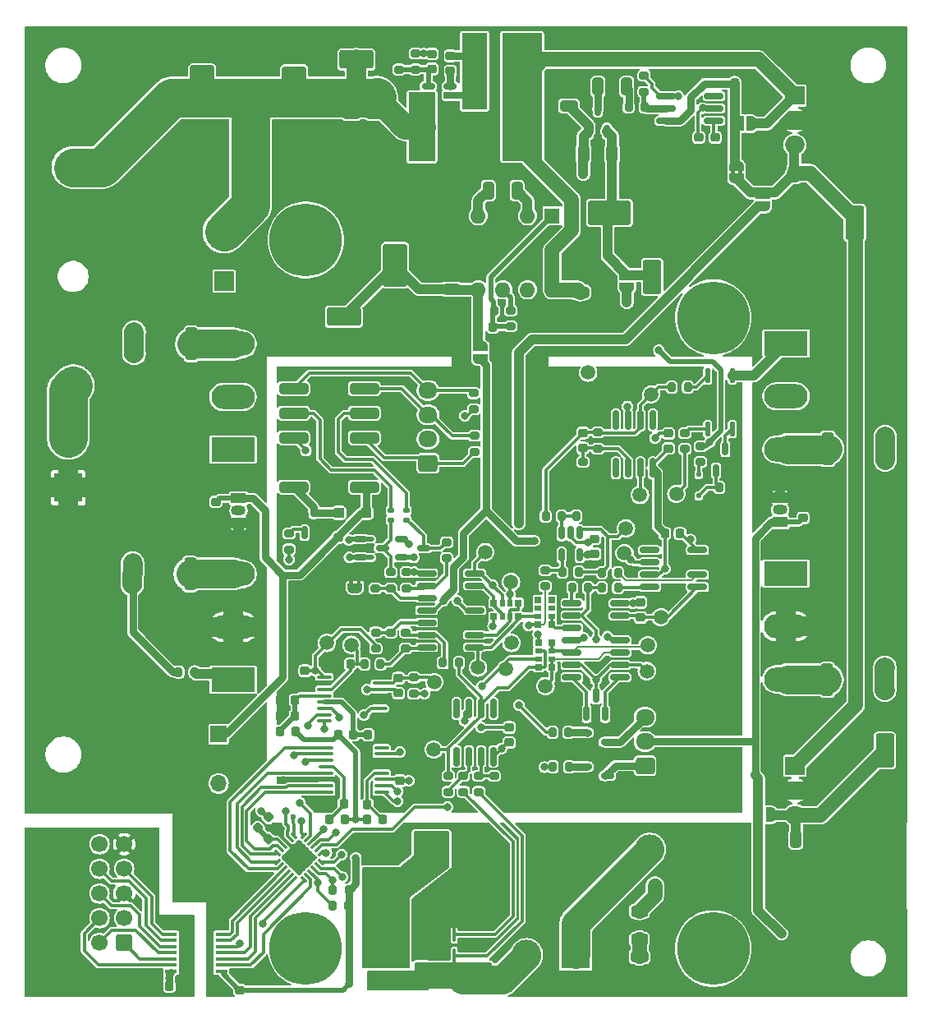
<source format=gbr>
%TF.GenerationSoftware,KiCad,Pcbnew,8.0.0*%
%TF.CreationDate,2024-03-22T17:01:39+01:00*%
%TF.ProjectId,PrezisoinPowerSupply,5072657a-6973-46f6-996e-506f77657253,rev?*%
%TF.SameCoordinates,Original*%
%TF.FileFunction,Copper,L1,Top*%
%TF.FilePolarity,Positive*%
%FSLAX46Y46*%
G04 Gerber Fmt 4.6, Leading zero omitted, Abs format (unit mm)*
G04 Created by KiCad (PCBNEW 8.0.0) date 2024-03-22 17:01:39*
%MOMM*%
%LPD*%
G01*
G04 APERTURE LIST*
G04 Aperture macros list*
%AMRoundRect*
0 Rectangle with rounded corners*
0 $1 Rounding radius*
0 $2 $3 $4 $5 $6 $7 $8 $9 X,Y pos of 4 corners*
0 Add a 4 corners polygon primitive as box body*
4,1,4,$2,$3,$4,$5,$6,$7,$8,$9,$2,$3,0*
0 Add four circle primitives for the rounded corners*
1,1,$1+$1,$2,$3*
1,1,$1+$1,$4,$5*
1,1,$1+$1,$6,$7*
1,1,$1+$1,$8,$9*
0 Add four rect primitives between the rounded corners*
20,1,$1+$1,$2,$3,$4,$5,0*
20,1,$1+$1,$4,$5,$6,$7,0*
20,1,$1+$1,$6,$7,$8,$9,0*
20,1,$1+$1,$8,$9,$2,$3,0*%
%AMRotRect*
0 Rectangle, with rotation*
0 The origin of the aperture is its center*
0 $1 length*
0 $2 width*
0 $3 Rotation angle, in degrees counterclockwise*
0 Add horizontal line*
21,1,$1,$2,0,0,$3*%
%AMFreePoly0*
4,1,19,0.500000,-0.750000,0.000000,-0.750000,0.000000,-0.744911,-0.071157,-0.744911,-0.207708,-0.704816,-0.327430,-0.627875,-0.420627,-0.520320,-0.479746,-0.390866,-0.500000,-0.250000,-0.500000,0.250000,-0.479746,0.390866,-0.420627,0.520320,-0.327430,0.627875,-0.207708,0.704816,-0.071157,0.744911,0.000000,0.744911,0.000000,0.750000,0.500000,0.750000,0.500000,-0.750000,0.500000,-0.750000,
$1*%
%AMFreePoly1*
4,1,19,0.000000,0.744911,0.071157,0.744911,0.207708,0.704816,0.327430,0.627875,0.420627,0.520320,0.479746,0.390866,0.500000,0.250000,0.500000,-0.250000,0.479746,-0.390866,0.420627,-0.520320,0.327430,-0.627875,0.207708,-0.704816,0.071157,-0.744911,0.000000,-0.744911,0.000000,-0.750000,-0.500000,-0.750000,-0.500000,0.750000,0.000000,0.750000,0.000000,0.744911,0.000000,0.744911,
$1*%
G04 Aperture macros list end*
%TA.AperFunction,EtchedComponent*%
%ADD10C,0.000000*%
%TD*%
%TA.AperFunction,ComponentPad*%
%ADD11R,1.500000X1.050000*%
%TD*%
%TA.AperFunction,ComponentPad*%
%ADD12O,1.500000X1.050000*%
%TD*%
%TA.AperFunction,SMDPad,CuDef*%
%ADD13RoundRect,0.225000X-0.250000X0.225000X-0.250000X-0.225000X0.250000X-0.225000X0.250000X0.225000X0*%
%TD*%
%TA.AperFunction,SMDPad,CuDef*%
%ADD14RoundRect,0.147500X0.172500X-0.147500X0.172500X0.147500X-0.172500X0.147500X-0.172500X-0.147500X0*%
%TD*%
%TA.AperFunction,SMDPad,CuDef*%
%ADD15RoundRect,0.225000X0.250000X-0.225000X0.250000X0.225000X-0.250000X0.225000X-0.250000X-0.225000X0*%
%TD*%
%TA.AperFunction,SMDPad,CuDef*%
%ADD16RoundRect,0.200000X-1.550000X-0.750000X1.550000X-0.750000X1.550000X0.750000X-1.550000X0.750000X0*%
%TD*%
%TA.AperFunction,SMDPad,CuDef*%
%ADD17RoundRect,0.200000X-0.200000X-0.275000X0.200000X-0.275000X0.200000X0.275000X-0.200000X0.275000X0*%
%TD*%
%TA.AperFunction,SMDPad,CuDef*%
%ADD18RoundRect,0.317500X-0.382500X-0.317500X0.382500X-0.317500X0.382500X0.317500X-0.382500X0.317500X0*%
%TD*%
%TA.AperFunction,SMDPad,CuDef*%
%ADD19R,4.800000X4.720000*%
%TD*%
%TA.AperFunction,SMDPad,CuDef*%
%ADD20RoundRect,0.150000X0.150000X-0.825000X0.150000X0.825000X-0.150000X0.825000X-0.150000X-0.825000X0*%
%TD*%
%TA.AperFunction,SMDPad,CuDef*%
%ADD21RoundRect,0.200000X0.275000X-0.200000X0.275000X0.200000X-0.275000X0.200000X-0.275000X-0.200000X0*%
%TD*%
%TA.AperFunction,SMDPad,CuDef*%
%ADD22C,1.500000*%
%TD*%
%TA.AperFunction,SMDPad,CuDef*%
%ADD23R,0.640000X0.700000*%
%TD*%
%TA.AperFunction,SMDPad,CuDef*%
%ADD24R,0.500000X0.700000*%
%TD*%
%TA.AperFunction,SMDPad,CuDef*%
%ADD25RoundRect,0.250000X-1.000000X1.950000X-1.000000X-1.950000X1.000000X-1.950000X1.000000X1.950000X0*%
%TD*%
%TA.AperFunction,SMDPad,CuDef*%
%ADD26RoundRect,0.200000X0.750000X-1.550000X0.750000X1.550000X-0.750000X1.550000X-0.750000X-1.550000X0*%
%TD*%
%TA.AperFunction,SMDPad,CuDef*%
%ADD27RoundRect,0.218750X0.218750X0.256250X-0.218750X0.256250X-0.218750X-0.256250X0.218750X-0.256250X0*%
%TD*%
%TA.AperFunction,SMDPad,CuDef*%
%ADD28RoundRect,0.200000X0.200000X0.275000X-0.200000X0.275000X-0.200000X-0.275000X0.200000X-0.275000X0*%
%TD*%
%TA.AperFunction,ComponentPad*%
%ADD29C,4.700000*%
%TD*%
%TA.AperFunction,ConnectorPad*%
%ADD30C,7.500000*%
%TD*%
%TA.AperFunction,SMDPad,CuDef*%
%ADD31RoundRect,0.250000X0.650000X-0.325000X0.650000X0.325000X-0.650000X0.325000X-0.650000X-0.325000X0*%
%TD*%
%TA.AperFunction,SMDPad,CuDef*%
%ADD32RoundRect,0.250000X-1.950000X-1.000000X1.950000X-1.000000X1.950000X1.000000X-1.950000X1.000000X0*%
%TD*%
%TA.AperFunction,SMDPad,CuDef*%
%ADD33RoundRect,0.100000X0.637500X0.100000X-0.637500X0.100000X-0.637500X-0.100000X0.637500X-0.100000X0*%
%TD*%
%TA.AperFunction,SMDPad,CuDef*%
%ADD34RoundRect,0.200000X-0.275000X0.200000X-0.275000X-0.200000X0.275000X-0.200000X0.275000X0.200000X0*%
%TD*%
%TA.AperFunction,SMDPad,CuDef*%
%ADD35RoundRect,0.250000X-0.325000X-0.650000X0.325000X-0.650000X0.325000X0.650000X-0.325000X0.650000X0*%
%TD*%
%TA.AperFunction,SMDPad,CuDef*%
%ADD36RoundRect,0.225000X-0.225000X-0.250000X0.225000X-0.250000X0.225000X0.250000X-0.225000X0.250000X0*%
%TD*%
%TA.AperFunction,SMDPad,CuDef*%
%ADD37RoundRect,0.150000X-0.512500X-0.150000X0.512500X-0.150000X0.512500X0.150000X-0.512500X0.150000X0*%
%TD*%
%TA.AperFunction,SMDPad,CuDef*%
%ADD38RoundRect,0.250000X0.325000X0.650000X-0.325000X0.650000X-0.325000X-0.650000X0.325000X-0.650000X0*%
%TD*%
%TA.AperFunction,ComponentPad*%
%ADD39RoundRect,0.250000X0.725000X-0.600000X0.725000X0.600000X-0.725000X0.600000X-0.725000X-0.600000X0*%
%TD*%
%TA.AperFunction,ComponentPad*%
%ADD40O,1.950000X1.700000*%
%TD*%
%TA.AperFunction,SMDPad,CuDef*%
%ADD41RoundRect,0.250000X0.362500X1.425000X-0.362500X1.425000X-0.362500X-1.425000X0.362500X-1.425000X0*%
%TD*%
%TA.AperFunction,SMDPad,CuDef*%
%ADD42RoundRect,0.150000X0.150000X-0.512500X0.150000X0.512500X-0.150000X0.512500X-0.150000X-0.512500X0*%
%TD*%
%TA.AperFunction,SMDPad,CuDef*%
%ADD43RoundRect,0.225000X0.225000X0.250000X-0.225000X0.250000X-0.225000X-0.250000X0.225000X-0.250000X0*%
%TD*%
%TA.AperFunction,SMDPad,CuDef*%
%ADD44FreePoly0,270.000000*%
%TD*%
%TA.AperFunction,SMDPad,CuDef*%
%ADD45FreePoly1,270.000000*%
%TD*%
%TA.AperFunction,ComponentPad*%
%ADD46C,3.000000*%
%TD*%
%TA.AperFunction,SMDPad,CuDef*%
%ADD47RoundRect,0.250000X-0.650000X0.325000X-0.650000X-0.325000X0.650000X-0.325000X0.650000X0.325000X0*%
%TD*%
%TA.AperFunction,SMDPad,CuDef*%
%ADD48RoundRect,0.218750X-0.026517X0.335876X-0.335876X0.026517X0.026517X-0.335876X0.335876X-0.026517X0*%
%TD*%
%TA.AperFunction,SMDPad,CuDef*%
%ADD49RoundRect,0.250000X-0.362500X-1.425000X0.362500X-1.425000X0.362500X1.425000X-0.362500X1.425000X0*%
%TD*%
%TA.AperFunction,SMDPad,CuDef*%
%ADD50RoundRect,0.150000X-0.825000X-0.150000X0.825000X-0.150000X0.825000X0.150000X-0.825000X0.150000X0*%
%TD*%
%TA.AperFunction,SMDPad,CuDef*%
%ADD51RoundRect,0.250000X-0.625000X0.312500X-0.625000X-0.312500X0.625000X-0.312500X0.625000X0.312500X0*%
%TD*%
%TA.AperFunction,SMDPad,CuDef*%
%ADD52R,1.200000X0.400000*%
%TD*%
%TA.AperFunction,SMDPad,CuDef*%
%ADD53RoundRect,0.218750X-0.218750X-0.256250X0.218750X-0.256250X0.218750X0.256250X-0.218750X0.256250X0*%
%TD*%
%TA.AperFunction,SMDPad,CuDef*%
%ADD54RoundRect,0.125000X-0.125000X0.125000X-0.125000X-0.125000X0.125000X-0.125000X0.125000X0.125000X0*%
%TD*%
%TA.AperFunction,SMDPad,CuDef*%
%ADD55RoundRect,0.317500X0.382500X0.317500X-0.382500X0.317500X-0.382500X-0.317500X0.382500X-0.317500X0*%
%TD*%
%TA.AperFunction,ComponentPad*%
%ADD56R,1.600000X1.600000*%
%TD*%
%TA.AperFunction,ComponentPad*%
%ADD57O,1.600000X1.600000*%
%TD*%
%TA.AperFunction,SMDPad,CuDef*%
%ADD58RoundRect,0.150000X0.150000X-0.587500X0.150000X0.587500X-0.150000X0.587500X-0.150000X-0.587500X0*%
%TD*%
%TA.AperFunction,SMDPad,CuDef*%
%ADD59R,1.800000X7.500000*%
%TD*%
%TA.AperFunction,ComponentPad*%
%ADD60R,1.700000X1.700000*%
%TD*%
%TA.AperFunction,ComponentPad*%
%ADD61O,1.700000X1.700000*%
%TD*%
%TA.AperFunction,SMDPad,CuDef*%
%ADD62RoundRect,0.062500X-0.291682X0.203293X0.203293X-0.291682X0.291682X-0.203293X-0.203293X0.291682X0*%
%TD*%
%TA.AperFunction,SMDPad,CuDef*%
%ADD63RoundRect,0.062500X-0.291682X-0.203293X-0.203293X-0.291682X0.291682X0.203293X0.203293X0.291682X0*%
%TD*%
%TA.AperFunction,HeatsinkPad*%
%ADD64RotRect,2.600000X2.600000X315.000000*%
%TD*%
%TA.AperFunction,SMDPad,CuDef*%
%ADD65RoundRect,0.137500X0.137500X-0.587500X0.137500X0.587500X-0.137500X0.587500X-0.137500X-0.587500X0*%
%TD*%
%TA.AperFunction,SMDPad,CuDef*%
%ADD66RoundRect,0.249750X1.250250X-0.305250X1.250250X0.305250X-1.250250X0.305250X-1.250250X-0.305250X0*%
%TD*%
%TA.AperFunction,SMDPad,CuDef*%
%ADD67RoundRect,0.250000X0.300000X0.300000X-0.300000X0.300000X-0.300000X-0.300000X0.300000X-0.300000X0*%
%TD*%
%TA.AperFunction,SMDPad,CuDef*%
%ADD68R,0.700000X0.640000*%
%TD*%
%TA.AperFunction,SMDPad,CuDef*%
%ADD69R,0.700000X0.500000*%
%TD*%
%TA.AperFunction,ComponentPad*%
%ADD70R,3.000000X3.000000*%
%TD*%
%TA.AperFunction,SMDPad,CuDef*%
%ADD71RoundRect,0.150000X-0.150000X0.512500X-0.150000X-0.512500X0.150000X-0.512500X0.150000X0.512500X0*%
%TD*%
%TA.AperFunction,SMDPad,CuDef*%
%ADD72FreePoly0,90.000000*%
%TD*%
%TA.AperFunction,SMDPad,CuDef*%
%ADD73FreePoly1,90.000000*%
%TD*%
%TA.AperFunction,ComponentPad*%
%ADD74RoundRect,0.250000X0.600000X0.600000X-0.600000X0.600000X-0.600000X-0.600000X0.600000X-0.600000X0*%
%TD*%
%TA.AperFunction,ComponentPad*%
%ADD75C,1.700000*%
%TD*%
%TA.AperFunction,SMDPad,CuDef*%
%ADD76FreePoly0,0.000000*%
%TD*%
%TA.AperFunction,SMDPad,CuDef*%
%ADD77FreePoly1,0.000000*%
%TD*%
%TA.AperFunction,SMDPad,CuDef*%
%ADD78RoundRect,0.150000X0.825000X0.150000X-0.825000X0.150000X-0.825000X-0.150000X0.825000X-0.150000X0*%
%TD*%
%TA.AperFunction,SMDPad,CuDef*%
%ADD79RoundRect,0.225000X0.017678X-0.335876X0.335876X-0.017678X-0.017678X0.335876X-0.335876X0.017678X0*%
%TD*%
%TA.AperFunction,SMDPad,CuDef*%
%ADD80RoundRect,0.275000X3.635000X-1.100000X3.635000X1.100000X-3.635000X1.100000X-3.635000X-1.100000X0*%
%TD*%
%TA.AperFunction,SMDPad,CuDef*%
%ADD81RoundRect,0.075000X0.075000X-0.675000X0.075000X0.675000X-0.075000X0.675000X-0.075000X-0.675000X0*%
%TD*%
%TA.AperFunction,SMDPad,CuDef*%
%ADD82FreePoly0,180.000000*%
%TD*%
%TA.AperFunction,SMDPad,CuDef*%
%ADD83FreePoly1,180.000000*%
%TD*%
%TA.AperFunction,ComponentPad*%
%ADD84R,4.500000X2.500000*%
%TD*%
%TA.AperFunction,ComponentPad*%
%ADD85O,4.500000X2.500000*%
%TD*%
%TA.AperFunction,ComponentPad*%
%ADD86R,2.000000X2.000000*%
%TD*%
%TA.AperFunction,ComponentPad*%
%ADD87O,2.000000X2.000000*%
%TD*%
%TA.AperFunction,ComponentPad*%
%ADD88R,2.000000X1.905000*%
%TD*%
%TA.AperFunction,ComponentPad*%
%ADD89O,2.000000X1.905000*%
%TD*%
%TA.AperFunction,ViaPad*%
%ADD90C,0.800000*%
%TD*%
%TA.AperFunction,ViaPad*%
%ADD91C,0.600000*%
%TD*%
%TA.AperFunction,Conductor*%
%ADD92C,0.300000*%
%TD*%
%TA.AperFunction,Conductor*%
%ADD93C,0.500000*%
%TD*%
%TA.AperFunction,Conductor*%
%ADD94C,0.750000*%
%TD*%
%TA.AperFunction,Conductor*%
%ADD95C,1.500000*%
%TD*%
%TA.AperFunction,Conductor*%
%ADD96C,1.000000*%
%TD*%
%TA.AperFunction,Conductor*%
%ADD97C,4.000000*%
%TD*%
%TA.AperFunction,Conductor*%
%ADD98C,3.000000*%
%TD*%
%TA.AperFunction,Conductor*%
%ADD99C,0.200000*%
%TD*%
%TA.AperFunction,Conductor*%
%ADD100C,2.500000*%
%TD*%
%TA.AperFunction,Conductor*%
%ADD101C,2.000000*%
%TD*%
G04 APERTURE END LIST*
D10*
%TA.AperFunction,EtchedComponent*%
%TO.C,JP2*%
G36*
X129850000Y-107450000D02*
G01*
X129450000Y-107450000D01*
X129450000Y-106950000D01*
X129850000Y-106950000D01*
X129850000Y-107450000D01*
G37*
%TD.AperFunction*%
%TA.AperFunction,EtchedComponent*%
G36*
X130650000Y-107450000D02*
G01*
X130250000Y-107450000D01*
X130250000Y-106950000D01*
X130650000Y-106950000D01*
X130650000Y-107450000D01*
G37*
%TD.AperFunction*%
%TA.AperFunction,EtchedComponent*%
%TO.C,JP7*%
G36*
X169200000Y-65250000D02*
G01*
X168800000Y-65250000D01*
X168800000Y-64750000D01*
X169200000Y-64750000D01*
X169200000Y-65250000D01*
G37*
%TD.AperFunction*%
%TA.AperFunction,EtchedComponent*%
G36*
X170000000Y-65250000D02*
G01*
X169600000Y-65250000D01*
X169600000Y-64750000D01*
X170000000Y-64750000D01*
X170000000Y-65250000D01*
G37*
%TD.AperFunction*%
%TD*%
D11*
%TO.P,U9,1,V_{DD}*%
%TO.N,+5V*%
X173900000Y-101070000D03*
D12*
%TO.P,U9,2,V_{OUT}*%
%TO.N,TempData#2*%
X173900000Y-99800000D03*
%TO.P,U9,3,GND*%
%TO.N,GND*%
X173900000Y-98530000D03*
%TD*%
D11*
%TO.P,U8,1,V_{DD}*%
%TO.N,+5V*%
X118050000Y-98610000D03*
D12*
%TO.P,U8,2,V_{OUT}*%
%TO.N,TempData#1*%
X118050000Y-99880000D03*
%TO.P,U8,3,GND*%
%TO.N,GND*%
X118050000Y-101150000D03*
%TD*%
D13*
%TO.P,C44,1*%
%TO.N,+5V*%
X115700000Y-98975000D03*
%TO.P,C44,2*%
%TO.N,GND*%
X115700000Y-100525000D03*
%TD*%
D14*
%TO.P,F4,1*%
%TO.N,Net-(D4-K-Pad3)*%
X135400000Y-100835000D03*
%TO.P,F4,2*%
%TO.N,Net-(F4-Pad2)*%
X135400000Y-99865000D03*
%TD*%
%TO.P,F3,1*%
%TO.N,Net-(D3-K-Pad3)*%
X133750000Y-100835000D03*
%TO.P,F3,2*%
%TO.N,Net-(F3-Pad2)*%
X133750000Y-99865000D03*
%TD*%
D15*
%TO.P,C43,1*%
%TO.N,+5V*%
X176250000Y-100625000D03*
%TO.P,C43,2*%
%TO.N,GND*%
X176250000Y-99075000D03*
%TD*%
D16*
%TO.P,TP6,1,1*%
%TO.N,/buckConLDO/-12V*%
X128900000Y-79900000D03*
%TD*%
%TO.P,TP5,1,1*%
%TO.N,+VDC*%
X130200000Y-53400000D03*
%TD*%
D17*
%TO.P,R14,1*%
%TO.N,SDA*%
X127750000Y-140550000D03*
%TO.P,R14,2*%
%TO.N,+5V*%
X129400000Y-140550000D03*
%TD*%
D13*
%TO.P,C23,1*%
%TO.N,/buckConLDO/SW*%
X139900000Y-53025000D03*
%TO.P,C23,2*%
%TO.N,Net-(U1-BST)*%
X139900000Y-54575000D03*
%TD*%
D16*
%TO.P,TP33,1,1*%
%TO.N,GND*%
X126100000Y-109200000D03*
%TD*%
D18*
%TO.P,D9,1,A*%
%TO.N,GND*%
X132210000Y-135335000D03*
%TO.P,D9,2,A*%
X134290000Y-135335000D03*
D19*
%TO.P,D9,3,K*%
%TO.N,/outHi*%
X133250000Y-139140000D03*
%TD*%
D17*
%TO.P,R9,1*%
%TO.N,Net-(U10A--)*%
X155525000Y-107800000D03*
%TO.P,R9,2*%
%TO.N,Net-(R9-Pad2)*%
X157175000Y-107800000D03*
%TD*%
D20*
%TO.P,U3,1,NC*%
%TO.N,unconnected-(U3-NC-Pad1)*%
X156945000Y-95475000D03*
%TO.P,U3,2,-*%
%TO.N,Net-(U3--)*%
X158215000Y-95475000D03*
%TO.P,U3,3,+*%
%TO.N,Net-(U3-+)*%
X159485000Y-95475000D03*
%TO.P,U3,4,V-*%
%TO.N,-12V*%
X160755000Y-95475000D03*
%TO.P,U3,5,NC*%
%TO.N,unconnected-(U3-NC-Pad5)*%
X160755000Y-90525000D03*
%TO.P,U3,6*%
%TO.N,Net-(C2-Pad2)*%
X159485000Y-90525000D03*
%TO.P,U3,7,V+*%
%TO.N,+36V*%
X158215000Y-90525000D03*
%TO.P,U3,8,NC*%
%TO.N,unconnected-(U3-NC-Pad8)*%
X156945000Y-90525000D03*
%TD*%
D21*
%TO.P,R44,1*%
%TO.N,2\u002C5Vref*%
X132200000Y-114075000D03*
%TO.P,R44,2*%
%TO.N,Net-(U11D-+)*%
X132200000Y-112425000D03*
%TD*%
D22*
%TO.P,TP13,1,1*%
%TO.N,Net-(U10D--)*%
X161600000Y-110850000D03*
%TD*%
D21*
%TO.P,R47,1*%
%TO.N,Net-(U6-FB{slash}SHDN)*%
X146100000Y-80900000D03*
%TO.P,R47,2*%
%TO.N,Net-(U6-VREF)*%
X146100000Y-79250000D03*
%TD*%
%TO.P,R21,1*%
%TO.N,Net-(U11C-+)*%
X133750000Y-107875000D03*
%TO.P,R21,2*%
%TO.N,Net-(D3-K-Pad3)*%
X133750000Y-106225000D03*
%TD*%
D13*
%TO.P,C53,1*%
%TO.N,Net-(U20-THR)*%
X165500000Y-61425000D03*
%TO.P,C53,2*%
%TO.N,GND*%
X165500000Y-62975000D03*
%TD*%
D23*
%TO.P,RN4,1,R1.1*%
%TO.N,/I+DACout*%
X144380000Y-110800000D03*
D24*
%TO.P,RN4,2,R2.1*%
%TO.N,Net-(RN4A-R1.2)*%
X145250000Y-110800000D03*
%TO.P,RN4,3,R3.1*%
%TO.N,Net-(RN4C-R3.1)*%
X146050000Y-110800000D03*
D23*
%TO.P,RN4,4,R4.1*%
%TO.N,Net-(RN4D-R4.1)*%
X146920000Y-110800000D03*
%TO.P,RN4,5,R4.2*%
%TO.N,Net-(RN4C-R3.1)*%
X146920000Y-109400000D03*
D24*
%TO.P,RN4,6,R3.2*%
%TO.N,/VDACout*%
X146050000Y-109400000D03*
%TO.P,RN4,7,R2.2*%
%TO.N,Net-(RN2D-R4.2)*%
X145250000Y-109400000D03*
D23*
%TO.P,RN4,8,R1.2*%
%TO.N,Net-(RN4A-R1.2)*%
X144380000Y-109400000D03*
%TD*%
D13*
%TO.P,C9,1*%
%TO.N,+12V*%
X145965000Y-122210000D03*
%TO.P,C9,2*%
%TO.N,-12V*%
X145965000Y-123760000D03*
%TD*%
D25*
%TO.P,C11,1*%
%TO.N,+VDC*%
X123800000Y-56300000D03*
%TO.P,C11,2*%
%TO.N,GND*%
X123800000Y-63700000D03*
%TD*%
D26*
%TO.P,TP1,1,1*%
%TO.N,GND*%
X110600000Y-73700000D03*
%TD*%
D27*
%TO.P,FB2,1*%
%TO.N,+5V*%
X128987500Y-131700000D03*
%TO.P,FB2,2*%
%TO.N,Net-(U7-IOVDD)*%
X127412500Y-131700000D03*
%TD*%
D21*
%TO.P,R1,1*%
%TO.N,ON PhotoMos*%
X164050000Y-93525000D03*
%TO.P,R1,2*%
%TO.N,Net-(R1-Pad2)*%
X164050000Y-91875000D03*
%TD*%
D28*
%TO.P,R12,1*%
%TO.N,Net-(R12-Pad1)*%
X164375000Y-87150000D03*
%TO.P,R12,2*%
%TO.N,Net-(C2-Pad2)*%
X162725000Y-87150000D03*
%TD*%
D29*
%TO.P,REF\u002A\u002A,1*%
%TO.N,N/C*%
X167000000Y-145000000D03*
D30*
X167000000Y-145000000D03*
%TD*%
D17*
%TO.P,R32,1*%
%TO.N,/buckConLDO/-12V*%
X142775000Y-79275000D03*
%TO.P,R32,2*%
%TO.N,Net-(U6-FB{slash}SHDN)*%
X144425000Y-79275000D03*
%TD*%
%TO.P,R33,1*%
%TO.N,/I mes*%
X131050000Y-115700000D03*
%TO.P,R33,2*%
%TO.N,Net-(R33-Pad2)*%
X132700000Y-115700000D03*
%TD*%
%TO.P,R49,1*%
%TO.N,SensSW*%
X150475000Y-126250000D03*
%TO.P,R49,2*%
%TO.N,Net-(Q7-B)*%
X152125000Y-126250000D03*
%TD*%
D31*
%TO.P,C16,1*%
%TO.N,/buckConLDO/+15V*%
X153300000Y-77375000D03*
%TO.P,C16,2*%
%TO.N,GND*%
X153300000Y-74425000D03*
%TD*%
D21*
%TO.P,R22,1*%
%TO.N,Net-(U11C--)*%
X139500000Y-104775000D03*
%TO.P,R22,2*%
%TO.N,Net-(D4-K-Pad3)*%
X139500000Y-103125000D03*
%TD*%
D32*
%TO.P,C56,1*%
%TO.N,/buckConLDO/..36V*%
X156300000Y-69200000D03*
%TO.P,C56,2*%
%TO.N,GND*%
X163700000Y-69200000D03*
%TD*%
D33*
%TO.P,U21,1,A0*%
%TO.N,GND*%
X132625000Y-121550000D03*
%TO.P,U21,2,A1*%
X132625000Y-120900000D03*
%TO.P,U21,3,~{RESET}*%
%TO.N,RESET*%
X132625000Y-120250000D03*
%TO.P,U21,4,DGND*%
%TO.N,GND*%
X132625000Y-119600000D03*
%TO.P,U21,5,AGND*%
X132625000Y-118950000D03*
%TO.P,U21,6,AIN3*%
%TO.N,Net-(JP2-B)*%
X132625000Y-118300000D03*
%TO.P,U21,7,AIN2*%
%TO.N,/V mes*%
X132625000Y-117650000D03*
%TO.P,U21,8,REFN*%
%TO.N,GND*%
X132625000Y-117000000D03*
%TO.P,U21,9,REFP*%
%TO.N,2\u002C5Vref*%
X126900000Y-117000000D03*
%TO.P,U21,10,AIN1*%
%TO.N,GND*%
X126900000Y-117650000D03*
%TO.P,U21,11,AIN0*%
%TO.N,/I mes*%
X126900000Y-118300000D03*
%TO.P,U21,12,AVDD*%
%TO.N,Net-(U21-AVDD)*%
X126900000Y-118950000D03*
%TO.P,U21,13,DVDD*%
%TO.N,Net-(U21-DVDD)*%
X126900000Y-119600000D03*
%TO.P,U21,14,~{DRDY}*%
%TO.N,DRDY*%
X126900000Y-120250000D03*
%TO.P,U21,15,SDA*%
%TO.N,SDA*%
X126900000Y-120900000D03*
%TO.P,U21,16,SCL*%
%TO.N,SCL*%
X126900000Y-121550000D03*
%TD*%
D29*
%TO.P,REF\u002A\u002A,1*%
%TO.N,N/C*%
X167000000Y-80000000D03*
D30*
X167000000Y-80000000D03*
%TD*%
D34*
%TO.P,R42,1*%
%TO.N,Net-(U12-+)*%
X144400000Y-127200000D03*
%TO.P,R42,2*%
%TO.N,GND*%
X144400000Y-128850000D03*
%TD*%
D22*
%TO.P,TP7,1,1*%
%TO.N,/I-DACout*%
X145650000Y-116200000D03*
%TD*%
D34*
%TO.P,R46,1*%
%TO.N,Net-(U11D--)*%
X135300000Y-112425000D03*
%TO.P,R46,2*%
%TO.N,Net-(R33-Pad2)*%
X135300000Y-114075000D03*
%TD*%
D22*
%TO.P,TP20,1,1*%
%TO.N,Net-(RN2A-R1.2)*%
X138190000Y-124485000D03*
%TD*%
D15*
%TO.P,C1,1*%
%TO.N,Net-(U10D--)*%
X159500000Y-110875000D03*
%TO.P,C1,2*%
%TO.N,Net-(U3-+)*%
X159500000Y-109325000D03*
%TD*%
D35*
%TO.P,C25,1*%
%TO.N,/buckConLDO/+15V*%
X147725000Y-60400000D03*
%TO.P,C25,2*%
%TO.N,GND*%
X150675000Y-60400000D03*
%TD*%
D36*
%TO.P,C51,1*%
%TO.N,Net-(JP6-A)*%
X169200000Y-57400000D03*
%TO.P,C51,2*%
%TO.N,GND*%
X170750000Y-57400000D03*
%TD*%
D22*
%TO.P,TP16,1,1*%
%TO.N,Net-(U10A--)*%
X160150000Y-116400000D03*
%TD*%
D13*
%TO.P,C24,1*%
%TO.N,/buckConLDO/+15V*%
X138000000Y-52825000D03*
%TO.P,C24,2*%
%TO.N,Net-(U1-FB)*%
X138000000Y-54375000D03*
%TD*%
D27*
%TO.P,FB5,1*%
%TO.N,Net-(U21-DVDD)*%
X129900000Y-122950000D03*
%TO.P,FB5,2*%
%TO.N,+5V*%
X128325000Y-122950000D03*
%TD*%
D16*
%TO.P,TP29,1,1*%
%TO.N,GND*%
X175000000Y-72000000D03*
%TD*%
D28*
%TO.P,R48,1*%
%TO.N,Net-(U20-Q)*%
X159925000Y-58300000D03*
%TO.P,R48,2*%
%TO.N,Net-(C54-Pad1)*%
X158275000Y-58300000D03*
%TD*%
D22*
%TO.P,TP27,1,1*%
%TO.N,GND*%
X150500000Y-89600000D03*
%TD*%
D37*
%TO.P,U1,1,FB*%
%TO.N,Net-(U1-FB)*%
X137625000Y-56150000D03*
%TO.P,U1,2,EN*%
%TO.N,+VDC*%
X137625000Y-57100000D03*
%TO.P,U1,3,IN*%
X137625000Y-58050000D03*
%TO.P,U1,4,GND*%
%TO.N,GND*%
X139900000Y-58050000D03*
%TO.P,U1,5,SW*%
%TO.N,/buckConLDO/SW*%
X139900000Y-57100000D03*
%TO.P,U1,6,BST*%
%TO.N,Net-(U1-BST)*%
X139900000Y-56150000D03*
%TD*%
D34*
%TO.P,R41,1*%
%TO.N,Net-(U12-+)*%
X142800000Y-127200000D03*
%TO.P,R41,2*%
%TO.N,Net-(R41-Pad2)*%
X142800000Y-128850000D03*
%TD*%
D13*
%TO.P,C10,1*%
%TO.N,+36V*%
X162400000Y-91925000D03*
%TO.P,C10,2*%
%TO.N,-12V*%
X162400000Y-93475000D03*
%TD*%
D17*
%TO.P,R26,1*%
%TO.N,Net-(U19-+)*%
X152875000Y-100450000D03*
%TO.P,R26,2*%
%TO.N,GND*%
X154525000Y-100450000D03*
%TD*%
D35*
%TO.P,C21,1*%
%TO.N,+VDC*%
X137125000Y-60350000D03*
%TO.P,C21,2*%
%TO.N,GND*%
X140075000Y-60350000D03*
%TD*%
D38*
%TO.P,C15,1*%
%TO.N,Net-(U6-CAP+)*%
X146775000Y-66900000D03*
%TO.P,C15,2*%
%TO.N,Net-(U6-CAP-)*%
X143825000Y-66900000D03*
%TD*%
D34*
%TO.P,R28,1*%
%TO.N,+VDC*%
X165700000Y-93225000D03*
%TO.P,R28,2*%
%TO.N,Net-(D7-K)*%
X165700000Y-94875000D03*
%TD*%
D31*
%TO.P,C17,1*%
%TO.N,/buckConLDO/-12V*%
X140000000Y-77075000D03*
%TO.P,C17,2*%
%TO.N,GND*%
X140000000Y-74125000D03*
%TD*%
D33*
%TO.P,U7,1,VOUTA*%
%TO.N,/VDACout*%
X132825000Y-128850000D03*
%TO.P,U7,2,VOUTB*%
%TO.N,/I+DACout*%
X132825000Y-128200000D03*
%TO.P,U7,3,VREFH/VREFOUT*%
%TO.N,2\u002C5Vref*%
X132825000Y-127550000D03*
%TO.P,U7,4,AVDD*%
%TO.N,Net-(U7-AVDD)*%
X132825000Y-126900000D03*
%TO.P,U7,5,VREFL*%
%TO.N,GND*%
X132825000Y-126250000D03*
%TO.P,U7,6,GND*%
X132825000Y-125600000D03*
%TO.P,U7,7,VOUTC*%
%TO.N,/I-DACout*%
X132825000Y-124950000D03*
%TO.P,U7,8,VOUTD*%
%TO.N,unconnected-(U7-VOUTD-Pad8)*%
X132825000Y-124300000D03*
%TO.P,U7,9,~{SYNC}*%
%TO.N,DAC Sync*%
X127100000Y-124300000D03*
%TO.P,U7,10,SCLK*%
%TO.N,SCK*%
X127100000Y-124950000D03*
%TO.P,U7,11,DIN*%
%TO.N,MoSi*%
X127100000Y-125600000D03*
%TO.P,U7,12,IOVDD*%
%TO.N,Net-(U7-IOVDD)*%
X127100000Y-126250000D03*
%TO.P,U7,13,~{RST}*%
%TO.N,DAC Reset*%
X127100000Y-126900000D03*
%TO.P,U7,14,RSTSEL*%
%TO.N,GND*%
X127100000Y-127550000D03*
%TO.P,U7,15,~{ENABLE}*%
%TO.N,DAC Enable*%
X127100000Y-128200000D03*
%TO.P,U7,16,LDAC*%
%TO.N,DAC LDAC*%
X127100000Y-128850000D03*
%TD*%
D36*
%TO.P,C47,1*%
%TO.N,VCCQ*%
X110925000Y-148900000D03*
%TO.P,C47,2*%
%TO.N,GND1*%
X112475000Y-148900000D03*
%TD*%
D35*
%TO.P,C22,1*%
%TO.N,+VDC*%
X137125000Y-62800000D03*
%TO.P,C22,2*%
%TO.N,GND*%
X140075000Y-62800000D03*
%TD*%
D22*
%TO.P,TP15,1,1*%
%TO.N,Net-(RN2A-R1.1)*%
X149700000Y-117950000D03*
%TD*%
D39*
%TO.P,J4,1,Pin_1*%
%TO.N,/LED_SenseEx*%
X159975000Y-126150000D03*
D40*
%TO.P,J4,2,Pin_2*%
%TO.N,+5V*%
X159975000Y-123650000D03*
%TO.P,J4,3,Pin_3*%
%TO.N,/LED_ON*%
X159975000Y-121150000D03*
%TD*%
D17*
%TO.P,R27,1*%
%TO.N,Net-(D7-A)*%
X167625000Y-97500000D03*
%TO.P,R27,2*%
%TO.N,GND*%
X169275000Y-97500000D03*
%TD*%
%TO.P,R8,1*%
%TO.N,Net-(R8-Pad1)*%
X152450000Y-107800000D03*
%TO.P,R8,2*%
%TO.N,Net-(U10A--)*%
X154100000Y-107800000D03*
%TD*%
D22*
%TO.P,TP10,1,1*%
%TO.N,Net-(RN4D-R4.1)*%
X142750000Y-116050000D03*
%TD*%
%TO.P,TP23,1,1*%
%TO.N,Net-(R2-Pad1)*%
X158000000Y-101700000D03*
%TD*%
D41*
%TO.P,R18,1*%
%TO.N,/outHi*%
X184682500Y-117300000D03*
%TO.P,R18,2*%
%TO.N,Net-(Q2-S)*%
X178757500Y-117300000D03*
%TD*%
D42*
%TO.P,D6,1,K*%
%TO.N,+VDC*%
X154150000Y-60775000D03*
%TO.P,D6,2,A*%
%TO.N,/buckConLDO/..36V*%
X156050000Y-60775000D03*
%TO.P,D6,3,K*%
%TO.N,Net-(C54-Pad2)*%
X155100000Y-58500000D03*
%TD*%
D37*
%TO.P,Q8,1,B*%
%TO.N,Net-(Q8-B)*%
X153800000Y-122750000D03*
%TO.P,Q8,2,E*%
%TO.N,GND*%
X153800000Y-124650000D03*
%TO.P,Q8,3,C*%
%TO.N,/LED_ON*%
X156075000Y-123700000D03*
%TD*%
D43*
%TO.P,C8,1*%
%TO.N,+12V*%
X163575000Y-102250000D03*
%TO.P,C8,2*%
%TO.N,-12V*%
X162025000Y-102250000D03*
%TD*%
D22*
%TO.P,TP14,1,1*%
%TO.N,Net-(RN2C-R3.1)*%
X160250000Y-113750000D03*
%TD*%
D44*
%TO.P,JP3,1,A*%
%TO.N,/buckConLDO/12V*%
X172100000Y-67250000D03*
D45*
%TO.P,JP3,2,B*%
%TO.N,+12V*%
X172100000Y-68550000D03*
%TD*%
D31*
%TO.P,C3,1*%
%TO.N,GND*%
X159400000Y-148775000D03*
%TO.P,C3,2*%
%TO.N,Net-(C3-Pad2)*%
X159400000Y-145825000D03*
%TD*%
D34*
%TO.P,R31,1*%
%TO.N,Net-(U20-THR)*%
X159875000Y-55075000D03*
%TO.P,R31,2*%
%TO.N,Net-(U20-Q)*%
X159875000Y-56725000D03*
%TD*%
D46*
%TO.P,F1,1*%
%TO.N,Net-(J1-Pin_2)*%
X101000000Y-87000000D03*
%TO.P,F1,2*%
%TO.N,+VDC*%
X101000000Y-64500000D03*
%TD*%
D47*
%TO.P,C14,1*%
%TO.N,+VDC*%
X132100000Y-58925000D03*
%TO.P,C14,2*%
%TO.N,GND*%
X132100000Y-61875000D03*
%TD*%
D48*
%TO.P,FB1,1*%
%TO.N,+5V*%
X121156847Y-131443153D03*
%TO.P,FB1,2*%
%TO.N,Net-(U16-VCC)*%
X120043153Y-132556847D03*
%TD*%
D27*
%TO.P,FB4,1*%
%TO.N,+5V*%
X123900000Y-122600000D03*
%TO.P,FB4,2*%
%TO.N,Net-(U21-AVDD)*%
X122325000Y-122600000D03*
%TD*%
D17*
%TO.P,R13,1*%
%TO.N,/outHi*%
X111875000Y-116500000D03*
%TO.P,R13,2*%
%TO.N,Net-(Q1-G)*%
X113525000Y-116500000D03*
%TD*%
D49*
%TO.P,R16,1*%
%TO.N,Net-(Q1-S)*%
X178807500Y-93500000D03*
%TO.P,R16,2*%
%TO.N,/outHi*%
X184732500Y-93500000D03*
%TD*%
D22*
%TO.P,TP17,1,1*%
%TO.N,Net-(U3-+)*%
X159450000Y-98250000D03*
%TD*%
D34*
%TO.P,R5,1*%
%TO.N,/ExSense+*%
X142300000Y-87775000D03*
%TO.P,R5,2*%
%TO.N,/IntSense+*%
X142300000Y-89425000D03*
%TD*%
D43*
%TO.P,C32,1*%
%TO.N,/I mes*%
X129600000Y-115700000D03*
%TO.P,C32,2*%
%TO.N,GND*%
X128050000Y-115700000D03*
%TD*%
D25*
%TO.P,C18,1*%
%TO.N,GND*%
X134200000Y-67200000D03*
%TO.P,C18,2*%
%TO.N,/buckConLDO/-12V*%
X134200000Y-74600000D03*
%TD*%
D22*
%TO.P,TP26,1,1*%
%TO.N,GND*%
X167850000Y-134050000D03*
%TD*%
D13*
%TO.P,C48,1*%
%TO.N,2\u002C5Vref*%
X124900000Y-116362500D03*
%TO.P,C48,2*%
%TO.N,GND*%
X124900000Y-117912500D03*
%TD*%
D50*
%TO.P,U20,1,GND*%
%TO.N,GND*%
X162125000Y-55890000D03*
%TO.P,U20,2,TR*%
%TO.N,Net-(U20-THR)*%
X162125000Y-57160000D03*
%TO.P,U20,3,Q*%
%TO.N,Net-(U20-Q)*%
X162125000Y-58430000D03*
%TO.P,U20,4,R*%
%TO.N,Net-(JP6-A)*%
X162125000Y-59700000D03*
%TO.P,U20,5,CV*%
%TO.N,Net-(U20-CV)*%
X167075000Y-59700000D03*
%TO.P,U20,6,THR*%
%TO.N,Net-(U20-THR)*%
X167075000Y-58430000D03*
%TO.P,U20,7,DIS*%
%TO.N,unconnected-(U20-DIS-Pad7)*%
X167075000Y-57160000D03*
%TO.P,U20,8,VCC*%
%TO.N,Net-(JP6-A)*%
X167075000Y-55890000D03*
%TD*%
D13*
%TO.P,C35,1*%
%TO.N,+5V*%
X128350000Y-102625000D03*
%TO.P,C35,2*%
%TO.N,GND*%
X128350000Y-104175000D03*
%TD*%
D25*
%TO.P,C12,1*%
%TO.N,+VDC*%
X114300000Y-56200000D03*
%TO.P,C12,2*%
%TO.N,GND*%
X114300000Y-63600000D03*
%TD*%
D22*
%TO.P,TP11,1,1*%
%TO.N,Net-(RN2D-R4.2)*%
X143500000Y-104150000D03*
%TD*%
D34*
%TO.P,R43,1*%
%TO.N,Net-(U11D-+)*%
X133750000Y-112425000D03*
%TO.P,R43,2*%
%TO.N,GND*%
X133750000Y-114075000D03*
%TD*%
%TO.P,R6,1*%
%TO.N,/ExSense-*%
X142400000Y-92175000D03*
%TO.P,R6,2*%
%TO.N,/IntSense-*%
X142400000Y-93825000D03*
%TD*%
D22*
%TO.P,TP31,1,1*%
%TO.N,GND*%
X167950000Y-129050000D03*
%TD*%
D36*
%TO.P,C5,1*%
%TO.N,Net-(U7-AVDD)*%
X131325000Y-130175000D03*
%TO.P,C5,2*%
%TO.N,GND*%
X132875000Y-130175000D03*
%TD*%
D51*
%TO.P,R15,1*%
%TO.N,/outHi*%
X159400000Y-141137500D03*
%TO.P,R15,2*%
%TO.N,Net-(C3-Pad2)*%
X159400000Y-144062500D03*
%TD*%
D52*
%TO.P,U5,1,Vcc1*%
%TO.N,+5V*%
X116300000Y-147322500D03*
%TO.P,U5,2,INA*%
%TO.N,Tx*%
X116300000Y-146687500D03*
%TO.P,U5,3,INB*%
%TO.N,DataOut1*%
X116300000Y-146052500D03*
%TO.P,U5,4,INC*%
%TO.N,DataOut2*%
X116300000Y-145417500D03*
%TO.P,U5,5,OUTD*%
%TO.N,Rx*%
X116300000Y-144782500D03*
%TO.P,U5,6,OUTE*%
%TO.N,DataIn1*%
X116300000Y-144147500D03*
%TO.P,U5,7,OUTF*%
%TO.N,DataIn2*%
X116300000Y-143512500D03*
%TO.P,U5,8,GND1*%
%TO.N,GND*%
X116300000Y-142877500D03*
%TO.P,U5,9,GND2*%
%TO.N,GND1*%
X111100000Y-142877500D03*
%TO.P,U5,10,INF*%
%TO.N,ISO DataIn2*%
X111100000Y-143512500D03*
%TO.P,U5,11,INE*%
%TO.N,ISO DataIn1*%
X111100000Y-144147500D03*
%TO.P,U5,12,IND*%
%TO.N,ISORx*%
X111100000Y-144782500D03*
%TO.P,U5,13,OUTC*%
%TO.N,ISO DataOut2*%
X111100000Y-145417500D03*
%TO.P,U5,14,OUTB*%
%TO.N,ISO DataOut1*%
X111100000Y-146052500D03*
%TO.P,U5,15,OUTA*%
%TO.N,ISOTx*%
X111100000Y-146687500D03*
%TO.P,U5,16,Vcc2*%
%TO.N,VCCQ*%
X111100000Y-147322500D03*
%TD*%
D53*
%TO.P,FB3,1*%
%TO.N,+5V*%
X131312500Y-131700000D03*
%TO.P,FB3,2*%
%TO.N,Net-(U7-AVDD)*%
X132887500Y-131700000D03*
%TD*%
D37*
%TO.P,Q7,1,B*%
%TO.N,Net-(Q7-B)*%
X153812500Y-126250000D03*
%TO.P,Q7,2,E*%
%TO.N,GND*%
X153812500Y-128150000D03*
%TO.P,Q7,3,C*%
%TO.N,/LED_SenseEx*%
X156087500Y-127200000D03*
%TD*%
D43*
%TO.P,C41,1*%
%TO.N,Net-(U21-AVDD)*%
X123875000Y-119400000D03*
%TO.P,C41,2*%
%TO.N,GND*%
X122325000Y-119400000D03*
%TD*%
D22*
%TO.P,TP25,1,1*%
%TO.N,ON PhotoMos*%
X163200000Y-98150000D03*
%TD*%
D54*
%TO.P,D7,1,K*%
%TO.N,Net-(D7-K)*%
X165500000Y-96150000D03*
%TO.P,D7,2,A*%
%TO.N,Net-(D7-A)*%
X165500000Y-98350000D03*
%TD*%
D21*
%TO.P,R38,1*%
%TO.N,SensSW*%
X123250000Y-103875000D03*
%TO.P,R38,2*%
%TO.N,Net-(Q6-B)*%
X123250000Y-102225000D03*
%TD*%
D55*
%TO.P,D8,1,A*%
%TO.N,/outLOW*%
X134290000Y-148430000D03*
%TO.P,D8,2,A*%
X132210000Y-148430000D03*
D19*
%TO.P,D8,3,K*%
%TO.N,/outHi*%
X133250000Y-144625000D03*
%TD*%
D50*
%TO.P,U10,1*%
%TO.N,Net-(R8-Pad1)*%
X152425000Y-109432500D03*
%TO.P,U10,2,-*%
%TO.N,Net-(U10A--)*%
X152425000Y-110702500D03*
%TO.P,U10,3,+*%
%TO.N,Net-(RN5A-R1.1)*%
X152425000Y-111972500D03*
%TO.P,U10,4,V+*%
%TO.N,+12V*%
X152425000Y-113242500D03*
%TO.P,U10,5,+*%
%TO.N,Net-(RN2C-R3.1)*%
X152425000Y-114512500D03*
%TO.P,U10,6,-*%
%TO.N,Net-(U10A--)*%
X152425000Y-115782500D03*
%TO.P,U10,7*%
%TO.N,Isource*%
X152425000Y-117052500D03*
%TO.P,U10,8*%
%TO.N,Isink*%
X157375000Y-117052500D03*
%TO.P,U10,9,-*%
%TO.N,Net-(U10A--)*%
X157375000Y-115782500D03*
%TO.P,U10,10,+*%
%TO.N,Net-(RN2A-R1.1)*%
X157375000Y-114512500D03*
%TO.P,U10,11,V-*%
%TO.N,-12V*%
X157375000Y-113242500D03*
%TO.P,U10,12,+*%
%TO.N,GND*%
X157375000Y-111972500D03*
%TO.P,U10,13,-*%
%TO.N,Net-(U10D--)*%
X157375000Y-110702500D03*
%TO.P,U10,14*%
%TO.N,Net-(U3-+)*%
X157375000Y-109432500D03*
%TD*%
D34*
%TO.P,R29,1*%
%TO.N,/buckConLDO/+15V*%
X136300000Y-52775000D03*
%TO.P,R29,2*%
%TO.N,Net-(U1-FB)*%
X136300000Y-54425000D03*
%TD*%
D56*
%TO.P,U6,1,FB/SHDN*%
%TO.N,Net-(U6-FB{slash}SHDN)*%
X150400000Y-69500000D03*
D57*
%TO.P,U6,2,CAP+*%
%TO.N,Net-(U6-CAP+)*%
X147860000Y-69500000D03*
%TO.P,U6,3,GND*%
%TO.N,GND*%
X145320000Y-69500000D03*
%TO.P,U6,4,CAP-*%
%TO.N,Net-(U6-CAP-)*%
X142780000Y-69500000D03*
%TO.P,U6,5,-VOUT*%
%TO.N,/buckConLDO/-12V*%
X142780000Y-77120000D03*
%TO.P,U6,6,VREF*%
%TO.N,Net-(U6-VREF)*%
X145320000Y-77120000D03*
%TO.P,U6,7,OSC*%
%TO.N,unconnected-(U6-OSC-Pad7)*%
X147860000Y-77120000D03*
%TO.P,U6,8,V+*%
%TO.N,/buckConLDO/+15V*%
X150400000Y-77120000D03*
%TD*%
D34*
%TO.P,R39,1*%
%TO.N,Net-(U12--)*%
X141250000Y-127200000D03*
%TO.P,R39,2*%
%TO.N,Net-(R39-Pad2)*%
X141250000Y-128850000D03*
%TD*%
D22*
%TO.P,TP21,1,1*%
%TO.N,/I mes*%
X129700000Y-113700000D03*
%TD*%
D58*
%TO.P,D1,1,K*%
%TO.N,Isource*%
X153950000Y-120800000D03*
%TO.P,D1,2,A*%
%TO.N,Isink*%
X155850000Y-120800000D03*
%TO.P,D1,3,K*%
%TO.N,Net-(U10A--)*%
X154900000Y-118925000D03*
%TD*%
D17*
%TO.P,R2,1*%
%TO.N,Net-(R2-Pad1)*%
X155525000Y-106250000D03*
%TO.P,R2,2*%
%TO.N,Net-(R2-Pad2)*%
X157175000Y-106250000D03*
%TD*%
D43*
%TO.P,C31,1*%
%TO.N,Net-(U7-IOVDD)*%
X128900000Y-130100000D03*
%TO.P,C31,2*%
%TO.N,GND*%
X127350000Y-130100000D03*
%TD*%
D22*
%TO.P,TP18,1,1*%
%TO.N,Net-(C2-Pad2)*%
X160600000Y-87900000D03*
%TD*%
D59*
%TO.P,L1,1,1*%
%TO.N,/buckConLDO/SW*%
X142600000Y-54600000D03*
%TO.P,L1,2,2*%
%TO.N,/buckConLDO/+15V*%
X148200000Y-54600000D03*
%TD*%
D34*
%TO.P,R23,1*%
%TO.N,Net-(U19--)*%
X149700000Y-106025000D03*
%TO.P,R23,2*%
%TO.N,Net-(RN5A-R1.2)*%
X149700000Y-107675000D03*
%TD*%
D36*
%TO.P,C19,1*%
%TO.N,/buckConLDO/-12V*%
X142725000Y-80975000D03*
%TO.P,C19,2*%
%TO.N,Net-(U6-FB{slash}SHDN)*%
X144275000Y-80975000D03*
%TD*%
D60*
%TO.P,J2,1,Pin_1*%
%TO.N,+5V*%
X116000000Y-122900000D03*
D61*
%TO.P,J2,2,Pin_2*%
%TO.N,GND*%
X116000000Y-125440000D03*
%TO.P,J2,3,Pin_3*%
%TO.N,UPDI*%
X116000000Y-127980000D03*
%TD*%
D44*
%TO.P,JP2,1,A*%
%TO.N,GND*%
X130050000Y-106550000D03*
D45*
%TO.P,JP2,2,B*%
%TO.N,Net-(JP2-B)*%
X130050000Y-107850000D03*
%TD*%
D62*
%TO.P,U16,1,PA2*%
%TO.N,TempData#2*%
X123813864Y-133346097D03*
%TO.P,U16,2,PA3*%
%TO.N,SCK*%
X123460311Y-133699651D03*
%TO.P,U16,3,GND*%
%TO.N,GND*%
X123106757Y-134053204D03*
%TO.P,U16,4,VCC*%
%TO.N,Net-(U16-VCC)*%
X122753204Y-134406757D03*
%TO.P,U16,5,PA4*%
%TO.N,DAC LDAC*%
X122399651Y-134760311D03*
%TO.P,U16,6,PA5*%
%TO.N,DAC Enable*%
X122046097Y-135113864D03*
D63*
%TO.P,U16,7,PA6*%
%TO.N,DAC Reset*%
X122046097Y-136086136D03*
%TO.P,U16,8,PA7*%
%TO.N,DAC Sync*%
X122399651Y-136439689D03*
%TO.P,U16,9,PB7*%
%TO.N,DataIn2*%
X122753204Y-136793243D03*
%TO.P,U16,10,PB6*%
%TO.N,DataIn1*%
X123106757Y-137146796D03*
%TO.P,U16,11,PB5*%
%TO.N,DataOut2*%
X123460311Y-137500349D03*
%TO.P,U16,12,PB4*%
%TO.N,DataOut1*%
X123813864Y-137853903D03*
D62*
%TO.P,U16,13,PB3*%
%TO.N,Rx*%
X124786136Y-137853903D03*
%TO.P,U16,14,PB2*%
%TO.N,Tx*%
X125139689Y-137500349D03*
%TO.P,U16,15,PB1*%
%TO.N,SDA*%
X125493243Y-137146796D03*
%TO.P,U16,16,PB0*%
%TO.N,SCL*%
X125846796Y-136793243D03*
%TO.P,U16,17,PC0*%
%TO.N,ON*%
X126200349Y-136439689D03*
%TO.P,U16,18,PC1*%
%TO.N,ON PhotoMos*%
X126553903Y-136086136D03*
D63*
%TO.P,U16,19,PC2*%
%TO.N,TempData#1*%
X126553903Y-135113864D03*
%TO.P,U16,20,PC3*%
%TO.N,SensSW*%
X126200349Y-134760311D03*
%TO.P,U16,21,PC4*%
%TO.N,DRDY*%
X125846796Y-134406757D03*
%TO.P,U16,22,PC5*%
%TO.N,RESET*%
X125493243Y-134053204D03*
%TO.P,U16,23,~{RESET}/PA0*%
%TO.N,UPDI*%
X125139689Y-133699651D03*
%TO.P,U16,24,PA1*%
%TO.N,MoSi*%
X124786136Y-133346097D03*
D64*
%TO.P,U16,25,GND*%
%TO.N,GND*%
X124300000Y-135600000D03*
%TD*%
D22*
%TO.P,TP24,1,1*%
%TO.N,ON*%
X157850000Y-104250000D03*
%TD*%
D28*
%TO.P,R45,1*%
%TO.N,Net-(RN2A-R1.2)*%
X140775000Y-115550000D03*
%TO.P,R45,2*%
%TO.N,Net-(U11D--)*%
X139125000Y-115550000D03*
%TD*%
D13*
%TO.P,C33,1*%
%TO.N,/V mes*%
X134550000Y-117125000D03*
%TO.P,C33,2*%
%TO.N,Net-(JP2-B)*%
X134550000Y-118675000D03*
%TD*%
D65*
%TO.P,U4,1*%
%TO.N,Net-(R1-Pad2)*%
X166430000Y-91450000D03*
%TO.P,U4,2*%
%TO.N,Net-(Q5-C)*%
X168970000Y-91450000D03*
%TO.P,U4,3*%
%TO.N,Net-(Q1-G)*%
X168970000Y-85950000D03*
%TO.P,U4,4*%
%TO.N,Net-(R12-Pad1)*%
X166430000Y-85950000D03*
%TD*%
D22*
%TO.P,TP30,1,1*%
%TO.N,GND*%
X135400000Y-121000000D03*
%TD*%
D15*
%TO.P,C46,1*%
%TO.N,+5V*%
X118200000Y-149275000D03*
%TO.P,C46,2*%
%TO.N,GND*%
X118200000Y-147725000D03*
%TD*%
D66*
%TO.P,K1,1*%
%TO.N,+5V*%
X131050000Y-97450000D03*
%TO.P,K1,3*%
%TO.N,/IntSense-*%
X131050000Y-92370000D03*
%TO.P,K1,4*%
%TO.N,Net-(F4-Pad2)*%
X131050000Y-89830000D03*
%TO.P,K1,5*%
%TO.N,/ExSense-*%
X131050000Y-87290000D03*
%TO.P,K1,8*%
%TO.N,/ExSense+*%
X123760000Y-87290000D03*
%TO.P,K1,9*%
%TO.N,Net-(F3-Pad2)*%
X123760000Y-89830000D03*
%TO.P,K1,10*%
%TO.N,/IntSense+*%
X123760000Y-92370000D03*
%TO.P,K1,12*%
%TO.N,Net-(D2-A)*%
X123760000Y-97450000D03*
%TD*%
D42*
%TO.P,Q6,1,B*%
%TO.N,Net-(Q6-B)*%
X124850000Y-102150000D03*
%TO.P,Q6,2,E*%
%TO.N,GND*%
X126750000Y-102150000D03*
%TO.P,Q6,3,C*%
%TO.N,Net-(D2-A)*%
X125800000Y-99875000D03*
%TD*%
D67*
%TO.P,D2,1,K*%
%TO.N,+5V*%
X131205000Y-100100000D03*
%TO.P,D2,2,A*%
%TO.N,Net-(D2-A)*%
X128405000Y-100100000D03*
%TD*%
D34*
%TO.P,R34,1*%
%TO.N,/V mes*%
X136150000Y-117075000D03*
%TO.P,R34,2*%
%TO.N,Net-(RN5A-R1.2)*%
X136150000Y-118725000D03*
%TD*%
D37*
%TO.P,D4,1,K*%
%TO.N,-12V*%
X134850000Y-102800000D03*
%TO.P,D4,2,A*%
%TO.N,+VDC*%
X134850000Y-104700000D03*
%TO.P,D4,3,K*%
%TO.N,Net-(D4-K-Pad3)*%
X137125000Y-103750000D03*
%TD*%
D35*
%TO.P,C30,1*%
%TO.N,/buckConLDO/Vout 5V*%
X175525000Y-133700000D03*
%TO.P,C30,2*%
%TO.N,GND*%
X178475000Y-133700000D03*
%TD*%
D46*
%TO.P,F2,1*%
%TO.N,/outHi*%
X137950000Y-134750000D03*
%TO.P,F2,2*%
%TO.N,Net-(J6-Pin_1)*%
X160450000Y-134750000D03*
%TD*%
D26*
%TO.P,TP4,1,1*%
%TO.N,/buckConLDO/..36V*%
X160700000Y-75800000D03*
%TD*%
D28*
%TO.P,R24,1*%
%TO.N,Net-(R2-Pad1)*%
X153125000Y-106200000D03*
%TO.P,R24,2*%
%TO.N,Net-(U19--)*%
X151475000Y-106200000D03*
%TD*%
D22*
%TO.P,TP9,1,1*%
%TO.N,/VDACout*%
X146150000Y-107250000D03*
%TD*%
D15*
%TO.P,C6,1*%
%TO.N,2\u002C5Vref*%
X134700000Y-127700000D03*
%TO.P,C6,2*%
%TO.N,GND*%
X134700000Y-126150000D03*
%TD*%
D68*
%TO.P,RN2,1,R1.1*%
%TO.N,Net-(RN2A-R1.1)*%
X150375000Y-116000000D03*
D69*
%TO.P,RN2,2,R2.1*%
X150375000Y-115130000D03*
%TO.P,RN2,3,R3.1*%
%TO.N,Net-(RN2C-R3.1)*%
X150375000Y-114330000D03*
D68*
%TO.P,RN2,4,R4.1*%
X150375000Y-113460000D03*
%TO.P,RN2,5,R4.2*%
%TO.N,Net-(RN2D-R4.2)*%
X148975000Y-113460000D03*
D69*
%TO.P,RN2,6,R3.2*%
%TO.N,Net-(RN2A-R1.2)*%
X148975000Y-114330000D03*
%TO.P,RN2,7,R2.2*%
%TO.N,/I-DACout*%
X148975000Y-115130000D03*
D68*
%TO.P,RN2,8,R1.2*%
%TO.N,Net-(RN2A-R1.2)*%
X148975000Y-116000000D03*
%TD*%
D70*
%TO.P,J1,1,Pin_1*%
%TO.N,GND*%
X100500000Y-97500000D03*
D46*
%TO.P,J1,2,Pin_2*%
%TO.N,Net-(J1-Pin_2)*%
X100500000Y-92420000D03*
%TD*%
D71*
%TO.P,U19,1*%
%TO.N,Net-(R2-Pad1)*%
X153250000Y-102162500D03*
%TO.P,U19,2,V-*%
%TO.N,-12V*%
X152300000Y-102162500D03*
%TO.P,U19,3,+*%
%TO.N,Net-(U19-+)*%
X151350000Y-102162500D03*
%TO.P,U19,4,-*%
%TO.N,Net-(U19--)*%
X151350000Y-104437500D03*
%TO.P,U19,5,V+*%
%TO.N,+12V*%
X153250000Y-104437500D03*
%TD*%
D22*
%TO.P,TP22,1,1*%
%TO.N,/V mes*%
X138250000Y-117550000D03*
%TD*%
D72*
%TO.P,JP7,1,A*%
%TO.N,/buckConLDO/12V*%
X169400000Y-65650000D03*
D73*
%TO.P,JP7,2,B*%
%TO.N,Net-(JP6-A)*%
X169400000Y-64350000D03*
%TD*%
D44*
%TO.P,JP4,1,A*%
%TO.N,/buckConLDO/..36V*%
X158100000Y-75600000D03*
D45*
%TO.P,JP4,2,B*%
%TO.N,+36V*%
X158100000Y-76900000D03*
%TD*%
D22*
%TO.P,TP8,1,1*%
%TO.N,/I+DACout*%
X146200000Y-113500000D03*
%TD*%
D34*
%TO.P,R19,1*%
%TO.N,Net-(RN5A-R1.2)*%
X135350000Y-106225000D03*
%TO.P,R19,2*%
%TO.N,Net-(U11C--)*%
X135350000Y-107875000D03*
%TD*%
D74*
%TO.P,J3,1,Pin_1*%
%TO.N,ISO DataOut1*%
X106265000Y-144400000D03*
D75*
%TO.P,J3,2,Pin_2*%
%TO.N,ISO DataOut2*%
X103725000Y-144400000D03*
%TO.P,J3,3,Pin_3*%
%TO.N,VCCQ*%
X106265000Y-141860000D03*
%TO.P,J3,4,Pin_4*%
%TO.N,ISOTx*%
X103725000Y-141860000D03*
%TO.P,J3,5,Pin_5*%
%TO.N,GND1*%
X106265000Y-139320000D03*
%TO.P,J3,6,Pin_6*%
%TO.N,ISORx*%
X103725000Y-139320000D03*
%TO.P,J3,7,Pin_7*%
%TO.N,ISO DataIn2*%
X106265000Y-136780000D03*
%TO.P,J3,8,Pin_8*%
%TO.N,ISO DataIn1*%
X103725000Y-136780000D03*
%TO.P,J3,9,Pin_9*%
%TO.N,GND1*%
X106265000Y-134240000D03*
%TO.P,J3,10,Pin_10*%
%TO.N,VCCQ*%
X103725000Y-134240000D03*
%TD*%
D68*
%TO.P,RN5,1,R1.1*%
%TO.N,Net-(RN5A-R1.1)*%
X150350000Y-111600000D03*
D69*
%TO.P,RN5,2,R2.1*%
X150350000Y-110730000D03*
%TO.P,RN5,3,R3.1*%
%TO.N,unconnected-(RN5C-R3.1-Pad3)*%
X150350000Y-109930000D03*
D68*
%TO.P,RN5,4,R4.1*%
%TO.N,unconnected-(RN5D-R4.1-Pad4)*%
X150350000Y-109060000D03*
%TO.P,RN5,5,R4.2*%
%TO.N,unconnected-(RN5D-R4.2-Pad5)*%
X148950000Y-109060000D03*
D69*
%TO.P,RN5,6,R3.2*%
%TO.N,unconnected-(RN5C-R3.2-Pad6)*%
X148950000Y-109930000D03*
%TO.P,RN5,7,R2.2*%
%TO.N,Net-(RN4D-R4.1)*%
X148950000Y-110730000D03*
D68*
%TO.P,RN5,8,R1.2*%
%TO.N,Net-(RN5A-R1.2)*%
X148950000Y-111600000D03*
%TD*%
D43*
%TO.P,C38,1*%
%TO.N,Net-(U21-AVDD)*%
X123875000Y-121000000D03*
%TO.P,C38,2*%
%TO.N,GND*%
X122325000Y-121000000D03*
%TD*%
D42*
%TO.P,Q5,1,B*%
%TO.N,Net-(D7-A)*%
X167300000Y-95775000D03*
%TO.P,Q5,2,E*%
%TO.N,GND*%
X169200000Y-95775000D03*
%TO.P,Q5,3,C*%
%TO.N,Net-(Q5-C)*%
X168250000Y-93500000D03*
%TD*%
D47*
%TO.P,C13,1*%
%TO.N,+VDC*%
X129700000Y-58925000D03*
%TO.P,C13,2*%
%TO.N,GND*%
X129700000Y-61875000D03*
%TD*%
D49*
%TO.P,R17,1*%
%TO.N,/outHi*%
X107137500Y-106400000D03*
%TO.P,R17,2*%
%TO.N,Net-(Q4-S)*%
X113062500Y-106400000D03*
%TD*%
D28*
%TO.P,R25,1*%
%TO.N,Net-(U19-+)*%
X151375000Y-100450000D03*
%TO.P,R25,2*%
%TO.N,Net-(C2-Pad2)*%
X149725000Y-100450000D03*
%TD*%
D26*
%TO.P,TP2,1,1*%
%TO.N,/buckConLDO/Vout 5V*%
X184700000Y-124600000D03*
%TD*%
D15*
%TO.P,C2,1*%
%TO.N,Net-(U3--)*%
X153550000Y-93425000D03*
%TO.P,C2,2*%
%TO.N,Net-(C2-Pad2)*%
X153550000Y-91875000D03*
%TD*%
D44*
%TO.P,JP5,1,A*%
%TO.N,/buckConLDO/-12V*%
X143000000Y-82950000D03*
D45*
%TO.P,JP5,2,B*%
%TO.N,-12V*%
X143000000Y-84250000D03*
%TD*%
D37*
%TO.P,D3,1,K*%
%TO.N,-12V*%
X130612500Y-102787500D03*
%TO.P,D3,2,A*%
%TO.N,+VDC*%
X130612500Y-104687500D03*
%TO.P,D3,3,K*%
%TO.N,Net-(D3-K-Pad3)*%
X132887500Y-103737500D03*
%TD*%
D17*
%TO.P,R50,1*%
%TO.N,ON*%
X150425000Y-122700000D03*
%TO.P,R50,2*%
%TO.N,Net-(Q8-B)*%
X152075000Y-122700000D03*
%TD*%
D38*
%TO.P,C55,1*%
%TO.N,/buckConLDO/..36V*%
X156575000Y-63100000D03*
%TO.P,C55,2*%
%TO.N,+VDC*%
X153625000Y-63100000D03*
%TD*%
D70*
%TO.P,J6,1,Pin_1*%
%TO.N,Net-(J6-Pin_1)*%
X152840000Y-145600000D03*
D46*
%TO.P,J6,2,Pin_2*%
%TO.N,/outLOW*%
X147760000Y-145600000D03*
%TD*%
D38*
%TO.P,C54,1*%
%TO.N,Net-(C54-Pad1)*%
X158075000Y-56200000D03*
%TO.P,C54,2*%
%TO.N,Net-(C54-Pad2)*%
X155125000Y-56200000D03*
%TD*%
D20*
%TO.P,U12,1,NC*%
%TO.N,unconnected-(U12-NC-Pad1)*%
X140535000Y-125210000D03*
%TO.P,U12,2,-*%
%TO.N,Net-(U12--)*%
X141805000Y-125210000D03*
%TO.P,U12,3,+*%
%TO.N,Net-(U12-+)*%
X143075000Y-125210000D03*
%TO.P,U12,4,V-*%
%TO.N,-12V*%
X144345000Y-125210000D03*
%TO.P,U12,5,NC*%
%TO.N,unconnected-(U12-NC-Pad5)*%
X144345000Y-120260000D03*
%TO.P,U12,6*%
%TO.N,Net-(RN2A-R1.2)*%
X143075000Y-120260000D03*
%TO.P,U12,7,V+*%
%TO.N,+12V*%
X141805000Y-120260000D03*
%TO.P,U12,8,NC*%
%TO.N,unconnected-(U12-NC-Pad8)*%
X140535000Y-120260000D03*
%TD*%
D35*
%TO.P,C26,1*%
%TO.N,/buckConLDO/+15V*%
X147725000Y-62900000D03*
%TO.P,C26,2*%
%TO.N,GND*%
X150675000Y-62900000D03*
%TD*%
D76*
%TO.P,JP6,1,A*%
%TO.N,Net-(JP6-A)*%
X169650000Y-60000000D03*
D77*
%TO.P,JP6,2,B*%
%TO.N,/buckConLDO/+15V*%
X170950000Y-60000000D03*
%TD*%
D41*
%TO.P,R7,1*%
%TO.N,Net-(Q9-S)*%
X113212500Y-82700000D03*
%TO.P,R7,2*%
%TO.N,/outHi*%
X107287500Y-82700000D03*
%TD*%
D34*
%TO.P,R40,1*%
%TO.N,Net-(RN2A-R1.2)*%
X139700000Y-127200000D03*
%TO.P,R40,2*%
%TO.N,Net-(U12--)*%
X139700000Y-128850000D03*
%TD*%
D21*
%TO.P,R10,1*%
%TO.N,GND*%
X153550000Y-96525000D03*
%TO.P,R10,2*%
%TO.N,Net-(U3--)*%
X153550000Y-94875000D03*
%TD*%
%TO.P,R30,1*%
%TO.N,Net-(U1-FB)*%
X134600000Y-54425000D03*
%TO.P,R30,2*%
%TO.N,GND*%
X134600000Y-52775000D03*
%TD*%
D13*
%TO.P,C52,1*%
%TO.N,Net-(U20-CV)*%
X167225000Y-61425000D03*
%TO.P,C52,2*%
%TO.N,GND*%
X167225000Y-62975000D03*
%TD*%
D34*
%TO.P,R11,1*%
%TO.N,Net-(C2-Pad2)*%
X155100000Y-91825000D03*
%TO.P,R11,2*%
%TO.N,Net-(U3--)*%
X155100000Y-93475000D03*
%TD*%
D22*
%TO.P,TP28,1,1*%
%TO.N,GND*%
X184500000Y-80500000D03*
%TD*%
D38*
%TO.P,C29,1*%
%TO.N,/buckConLDO/12V*%
X175375000Y-65100000D03*
%TO.P,C29,2*%
%TO.N,GND*%
X172425000Y-65100000D03*
%TD*%
D21*
%TO.P,R20,1*%
%TO.N,Net-(U11C-+)*%
X132150000Y-107875000D03*
%TO.P,R20,2*%
%TO.N,GND*%
X132150000Y-106225000D03*
%TD*%
D31*
%TO.P,C34,1*%
%TO.N,+VDC*%
X152100000Y-58175000D03*
%TO.P,C34,2*%
%TO.N,GND*%
X152100000Y-55225000D03*
%TD*%
D78*
%TO.P,U2,1*%
%TO.N,Net-(U10D--)*%
X165375000Y-107755000D03*
%TO.P,U2,2*%
%TO.N,Net-(R2-Pad2)*%
X165375000Y-106485000D03*
%TO.P,U2,3,GND*%
%TO.N,GND*%
X165375000Y-105215000D03*
%TO.P,U2,4,V+*%
%TO.N,+12V*%
X165375000Y-103945000D03*
%TO.P,U2,5*%
%TO.N,N/C*%
X160425000Y-103945000D03*
%TO.P,U2,6*%
%TO.N,ON*%
X160425000Y-105215000D03*
%TO.P,U2,7,V-*%
%TO.N,-12V*%
X160425000Y-106485000D03*
%TO.P,U2,8*%
%TO.N,Net-(R9-Pad2)*%
X160425000Y-107755000D03*
%TD*%
D29*
%TO.P,REF\u002A\u002A,1*%
%TO.N,N/C*%
X125000000Y-72000000D03*
D30*
X125000000Y-72000000D03*
%TD*%
D79*
%TO.P,C40,1*%
%TO.N,Net-(U16-VCC)*%
X121151992Y-133698008D03*
%TO.P,C40,2*%
%TO.N,GND*%
X122248008Y-132601992D03*
%TD*%
D39*
%TO.P,J5,1,Pin_1*%
%TO.N,/IntSense-*%
X137600000Y-95000000D03*
D40*
%TO.P,J5,2,Pin_2*%
%TO.N,/IntSense+*%
X137600000Y-92500000D03*
%TO.P,J5,3,Pin_3*%
%TO.N,/ExSense-*%
X137600000Y-90000000D03*
%TO.P,J5,4,Pin_4*%
%TO.N,/ExSense+*%
X137600000Y-87500000D03*
%TD*%
D36*
%TO.P,C36,1*%
%TO.N,Net-(U21-DVDD)*%
X131425000Y-122950000D03*
%TO.P,C36,2*%
%TO.N,GND*%
X132975000Y-122950000D03*
%TD*%
D38*
%TO.P,C28,1*%
%TO.N,/buckConLDO/+15V*%
X145875000Y-60400000D03*
%TO.P,C28,2*%
%TO.N,GND*%
X142925000Y-60400000D03*
%TD*%
D17*
%TO.P,R35,1*%
%TO.N,SCL*%
X127775000Y-139000000D03*
%TO.P,R35,2*%
%TO.N,+5V*%
X129425000Y-139000000D03*
%TD*%
D26*
%TO.P,TP3,1,1*%
%TO.N,/buckConLDO/12V*%
X181600000Y-70200000D03*
%TD*%
D22*
%TO.P,TP19,1,1*%
%TO.N,Net-(Q1-G)*%
X154100000Y-85650000D03*
%TD*%
D80*
%TO.P,R51,1,1*%
%TO.N,/outLOW*%
X140312500Y-147780000D03*
D81*
%TO.P,R51,2,2*%
%TO.N,Net-(R41-Pad2)*%
X140312500Y-145750000D03*
%TO.P,R51,3,3*%
%TO.N,Net-(R39-Pad2)*%
X140312500Y-143550000D03*
D80*
%TO.P,R51,4,4*%
%TO.N,GND*%
X140312500Y-141520000D03*
%TD*%
D78*
%TO.P,U11,1*%
%TO.N,Net-(RN4D-R4.1)*%
X142400000Y-113950000D03*
%TO.P,U11,2,-*%
%TO.N,Net-(RN4C-R3.1)*%
X142400000Y-112680000D03*
%TO.P,U11,3,+*%
%TO.N,GND*%
X142400000Y-111410000D03*
%TO.P,U11,4,V+*%
%TO.N,+12V*%
X142400000Y-110140000D03*
%TO.P,U11,5,+*%
%TO.N,GND*%
X142400000Y-108870000D03*
%TO.P,U11,6,-*%
%TO.N,Net-(RN4A-R1.2)*%
X142400000Y-107600000D03*
%TO.P,U11,7*%
%TO.N,Net-(RN2D-R4.2)*%
X142400000Y-106330000D03*
%TO.P,U11,8*%
%TO.N,Net-(RN5A-R1.2)*%
X137450000Y-106330000D03*
%TO.P,U11,9,-*%
%TO.N,Net-(U11C--)*%
X137450000Y-107600000D03*
%TO.P,U11,10,+*%
%TO.N,Net-(U11C-+)*%
X137450000Y-108870000D03*
%TO.P,U11,11,V-*%
%TO.N,-12V*%
X137450000Y-110140000D03*
%TO.P,U11,12,+*%
%TO.N,Net-(U11D-+)*%
X137450000Y-111410000D03*
%TO.P,U11,13,-*%
%TO.N,Net-(U11D--)*%
X137450000Y-112680000D03*
%TO.P,U11,14*%
%TO.N,Net-(R33-Pad2)*%
X137450000Y-113950000D03*
%TD*%
D38*
%TO.P,C27,1*%
%TO.N,/buckConLDO/+15V*%
X145900000Y-62900000D03*
%TO.P,C27,2*%
%TO.N,GND*%
X142950000Y-62900000D03*
%TD*%
D15*
%TO.P,C7,1*%
%TO.N,+12V*%
X154800000Y-104325000D03*
%TO.P,C7,2*%
%TO.N,-12V*%
X154800000Y-102775000D03*
%TD*%
D29*
%TO.P,REF\u002A\u002A,1*%
%TO.N,N/C*%
X125000000Y-145000000D03*
D30*
X125000000Y-145000000D03*
%TD*%
D22*
%TO.P,TP12,1,1*%
%TO.N,GND*%
X116000000Y-137500000D03*
%TD*%
D82*
%TO.P,JP1,1,A*%
%TO.N,/buckConLDO/Vout 5V*%
X172950000Y-131200000D03*
D83*
%TO.P,JP1,2,B*%
%TO.N,+5V*%
X171650000Y-131200000D03*
%TD*%
D36*
%TO.P,C37,1*%
%TO.N,Net-(JP6-A)*%
X169200000Y-55800000D03*
%TO.P,C37,2*%
%TO.N,GND*%
X170750000Y-55800000D03*
%TD*%
D22*
%TO.P,TP32,1,1*%
%TO.N,2\u002C5Vref*%
X127150000Y-113500000D03*
%TD*%
D84*
%TO.P,Q1,1,G*%
%TO.N,Net-(Q1-G)*%
X174520000Y-82650000D03*
D85*
%TO.P,Q1,2,D*%
%TO.N,Net-(D5-K)*%
X174520000Y-88100000D03*
%TO.P,Q1,3,S*%
%TO.N,Net-(Q1-S)*%
X174520000Y-93550000D03*
%TD*%
D86*
%TO.P,D5,1,K*%
%TO.N,Net-(D5-K)*%
X116555000Y-76240000D03*
D87*
%TO.P,D5,2,A*%
%TO.N,+VDC*%
X116555000Y-71160000D03*
%TD*%
D84*
%TO.P,Q9,1,G*%
%TO.N,Net-(Q1-G)*%
X117480000Y-93600000D03*
D85*
%TO.P,Q9,2,D*%
%TO.N,Net-(D5-K)*%
X117480000Y-88150000D03*
%TO.P,Q9,3,S*%
%TO.N,Net-(Q9-S)*%
X117480000Y-82700000D03*
%TD*%
D84*
%TO.P,Q4,1,G*%
%TO.N,Net-(Q1-G)*%
X117500000Y-117300000D03*
D85*
%TO.P,Q4,2,D*%
%TO.N,GND*%
X117500000Y-111850000D03*
%TO.P,Q4,3,S*%
%TO.N,Net-(Q4-S)*%
X117500000Y-106400000D03*
%TD*%
D88*
%TO.P,U14,1,VI*%
%TO.N,/buckConLDO/12V*%
X175445000Y-126160000D03*
D89*
%TO.P,U14,2,GND*%
%TO.N,GND*%
X175445000Y-128700000D03*
%TO.P,U14,3,VO*%
%TO.N,/buckConLDO/Vout 5V*%
X175445000Y-131240000D03*
%TD*%
D88*
%TO.P,U18,1,VI*%
%TO.N,/buckConLDO/+15V*%
X175400000Y-57120000D03*
D89*
%TO.P,U18,2,GND*%
%TO.N,GND*%
X175400000Y-59660000D03*
%TO.P,U18,3,VO*%
%TO.N,/buckConLDO/12V*%
X175400000Y-62200000D03*
%TD*%
D84*
%TO.P,Q2,1,G*%
%TO.N,Net-(Q1-G)*%
X174500000Y-106350000D03*
D85*
%TO.P,Q2,2,D*%
%TO.N,GND*%
X174500000Y-111800000D03*
%TO.P,Q2,3,S*%
%TO.N,Net-(Q2-S)*%
X174500000Y-117250000D03*
%TD*%
D90*
%TO.N,GND*%
X139700000Y-78850000D03*
X133750000Y-78400000D03*
X179300000Y-73000000D03*
X175100000Y-69800000D03*
X184450000Y-82300000D03*
X180050000Y-89450000D03*
X172300000Y-96500000D03*
X177650000Y-120900000D03*
X164700000Y-135700000D03*
X164550000Y-133200000D03*
X137750000Y-129200000D03*
X162000000Y-129750000D03*
X168950000Y-125300000D03*
X165500000Y-125300000D03*
X165550000Y-121800000D03*
X165650000Y-112350000D03*
D91*
%TO.N,TempData#2*%
X123650000Y-131450000D03*
D90*
%TO.N,Net-(U3-+)*%
X159450000Y-98250000D03*
X158700000Y-109432500D03*
%TO.N,GND*%
X145200000Y-134700000D03*
X152200000Y-80600000D03*
X185500000Y-51500000D03*
X141162500Y-63662500D03*
X158950000Y-118250000D03*
X124300000Y-135600000D03*
X145400000Y-93800000D03*
X130900000Y-63600000D03*
X148300000Y-80600000D03*
X160400000Y-69300000D03*
X153200000Y-98800000D03*
X116000000Y-149100000D03*
X132000000Y-67300000D03*
X141400000Y-133000000D03*
X141175000Y-69450000D03*
X102500000Y-100500000D03*
X148800000Y-133500000D03*
X182300000Y-133200000D03*
X148500000Y-98300000D03*
X142200000Y-134700000D03*
X183900000Y-76000000D03*
X140312500Y-141520000D03*
X172300000Y-109500000D03*
X147700000Y-112850000D03*
X154600000Y-135600000D03*
X134100000Y-70200000D03*
X133600000Y-133650000D03*
X168450000Y-110800000D03*
X110500000Y-130000000D03*
X123600000Y-117900000D03*
X167600000Y-64700000D03*
X178500000Y-61400000D03*
X178400000Y-127000000D03*
X155100000Y-95250000D03*
X165200000Y-64700000D03*
X122650000Y-127650000D03*
X113700000Y-119900000D03*
X149650000Y-127950000D03*
X155950000Y-101100000D03*
X150062500Y-61612500D03*
X132500000Y-63650000D03*
X147750000Y-123050000D03*
X125050000Y-114250000D03*
X138800000Y-145500000D03*
X135550000Y-110350000D03*
X132400000Y-82500000D03*
X137000000Y-140750000D03*
X129000000Y-109200000D03*
X125000000Y-52500000D03*
X132200000Y-101500000D03*
X115000000Y-52500000D03*
X139850000Y-112350000D03*
X159600000Y-60200000D03*
X173400000Y-121600000D03*
X127250000Y-105950000D03*
X146050000Y-105300000D03*
X114250000Y-66850000D03*
X133900000Y-89700000D03*
X120000000Y-147900000D03*
X147300000Y-130300000D03*
X139900000Y-88600000D03*
X137800000Y-101200000D03*
X116800000Y-121100000D03*
X140800000Y-136100000D03*
X172500000Y-77400000D03*
X178900000Y-108600000D03*
X102500000Y-105000000D03*
X110000000Y-52500000D03*
X126650000Y-65050000D03*
X172500000Y-103600000D03*
X143962500Y-63200000D03*
X139925000Y-69450000D03*
X142900000Y-123450000D03*
X139200000Y-63500000D03*
X137000000Y-143900000D03*
X138000000Y-115100000D03*
X131100000Y-119450000D03*
X179000000Y-111800000D03*
X135900000Y-115500000D03*
X141612500Y-59462500D03*
X168800000Y-98950000D03*
X172400000Y-62800000D03*
X143700000Y-134700000D03*
X166300000Y-89150000D03*
X148900000Y-140900000D03*
X145650000Y-128500000D03*
X149850000Y-120850000D03*
X167100000Y-69100000D03*
X101000000Y-82000000D03*
X132550000Y-133650000D03*
X122248008Y-132601992D03*
X140800000Y-134700000D03*
X143700000Y-136100000D03*
X145300000Y-83200000D03*
X110000000Y-65850000D03*
X134612500Y-51662500D03*
X175700000Y-140600000D03*
X119800000Y-137850000D03*
X176500000Y-148000000D03*
X173200000Y-126000000D03*
X112800000Y-138500000D03*
X103000000Y-111500000D03*
X102500000Y-120000000D03*
X167400000Y-105200000D03*
X111600000Y-113800000D03*
X160500000Y-102500000D03*
X137000000Y-142250000D03*
X152200000Y-56500000D03*
X162950000Y-89550000D03*
X151400000Y-133100000D03*
X131200000Y-116950000D03*
X140950000Y-97450000D03*
X141062500Y-61562500D03*
X120000000Y-52500000D03*
X131250000Y-106150000D03*
X133900000Y-122600000D03*
X124650000Y-67050000D03*
X179800000Y-97000000D03*
X157350000Y-142000000D03*
X141050000Y-84400000D03*
X178600000Y-57100000D03*
X123050000Y-60300000D03*
X138800000Y-144000000D03*
X145850000Y-119150000D03*
X155250000Y-110050000D03*
X169500000Y-51500000D03*
X145300000Y-87600000D03*
X148650000Y-91500000D03*
X143500000Y-140750000D03*
X142162500Y-61662500D03*
X124700000Y-111600000D03*
X127350000Y-87150000D03*
X155250000Y-90300000D03*
X101500000Y-71000000D03*
X123250000Y-94250000D03*
X162000000Y-80000000D03*
X138750000Y-142250000D03*
X142200000Y-136100000D03*
X172100000Y-56900000D03*
X132300000Y-110400000D03*
X114650000Y-60200000D03*
X161900000Y-145900000D03*
X163800000Y-61200000D03*
X155350000Y-98750000D03*
X141700000Y-66800000D03*
X148950000Y-84450000D03*
X154600000Y-133100000D03*
X146000000Y-126000000D03*
X158700000Y-62500000D03*
X155450000Y-80000000D03*
X165050000Y-101000000D03*
X157250000Y-146500000D03*
X127400000Y-93700000D03*
X116050000Y-141900000D03*
X115800000Y-133900000D03*
X142000000Y-144700000D03*
X102500000Y-115000000D03*
X126600000Y-62300000D03*
X129150000Y-118050000D03*
X173400000Y-134100000D03*
X134800000Y-93100000D03*
X111850000Y-65100000D03*
X140200000Y-82600000D03*
X151200000Y-107800000D03*
X181400000Y-124100000D03*
X143862500Y-61562500D03*
X135400000Y-134400000D03*
X168700000Y-120950000D03*
X184200000Y-87900000D03*
X131300000Y-133650000D03*
X139062500Y-58862500D03*
X176000000Y-103700000D03*
X128950000Y-63550000D03*
X155500000Y-128600000D03*
X148700000Y-87250000D03*
X113700000Y-114600000D03*
X134400000Y-135450000D03*
X142000000Y-140750000D03*
X138750000Y-140750000D03*
X99000000Y-60000000D03*
X151400000Y-136000000D03*
X110550000Y-101650000D03*
X126900000Y-115450000D03*
X142700000Y-102300000D03*
X163700000Y-66900000D03*
X170400000Y-133900000D03*
X119900000Y-96800000D03*
X122800000Y-101050000D03*
X157000000Y-51500000D03*
X151700000Y-118700000D03*
X163200000Y-104250000D03*
X100800000Y-130000000D03*
X110550000Y-78750000D03*
X136400000Y-67300000D03*
X143500000Y-142250000D03*
X138450000Y-122350000D03*
X120300000Y-121600000D03*
X159300000Y-112200000D03*
X127850000Y-130121140D03*
X122750000Y-99050000D03*
X168950000Y-89550000D03*
X105600000Y-129900000D03*
X142000000Y-142250000D03*
X169050000Y-130200000D03*
X148800000Y-136200000D03*
X111400000Y-109600000D03*
X139062500Y-61562500D03*
X179700000Y-136100000D03*
X127950000Y-97650000D03*
X111900000Y-62000000D03*
X182700000Y-66700000D03*
X149800000Y-143400000D03*
X110000000Y-88350000D03*
X125850000Y-103100000D03*
X131400000Y-134950000D03*
X103000000Y-95000000D03*
X131200000Y-125550000D03*
X136300000Y-124800000D03*
X145100000Y-103100000D03*
X151412500Y-61612500D03*
X137000000Y-145400000D03*
X134450000Y-120050000D03*
X145200000Y-136100000D03*
X178000000Y-51500000D03*
X106500000Y-55000000D03*
X175900000Y-96300000D03*
X133600000Y-130600000D03*
X148200000Y-107000000D03*
X163000000Y-141300000D03*
X162200000Y-109000000D03*
X135100000Y-95800000D03*
X168900000Y-101300000D03*
X122700000Y-67100000D03*
X169350000Y-94400000D03*
X163900000Y-55400000D03*
X143400000Y-133000000D03*
X134150000Y-62600000D03*
X155650000Y-125000000D03*
X111500000Y-118600000D03*
X140212500Y-58862500D03*
X150662500Y-58862500D03*
X125050000Y-60400000D03*
%TO.N,+5V*%
X120400000Y-130800000D03*
X130150000Y-135650000D03*
X174050000Y-143450000D03*
X129450000Y-148650000D03*
X130150000Y-131700000D03*
%TO.N,Net-(Q1-G)*%
X154100000Y-85650000D03*
%TO.N,Net-(RN2D-R4.2)*%
X144270331Y-107579669D03*
X148950000Y-112600000D03*
%TO.N,+12V*%
X164650000Y-102850000D03*
X153650000Y-113000000D03*
X140600000Y-109150000D03*
X154000000Y-104437500D03*
X146950000Y-101200000D03*
X141357169Y-121507169D03*
X143050000Y-122200000D03*
%TO.N,ON*%
X158500000Y-104900000D03*
X128750000Y-137650000D03*
X146955330Y-119905330D03*
%TO.N,-12V*%
X145152500Y-124402500D03*
X148550000Y-103000000D03*
X154100000Y-103175000D03*
X156100000Y-112850000D03*
X139200000Y-109150000D03*
X129450000Y-102900000D03*
X135600000Y-103300000D03*
X162025000Y-105859999D03*
%TO.N,+36V*%
X158100000Y-78400000D03*
X158150000Y-89150000D03*
X161000000Y-92400000D03*
%TO.N,SCK*%
X122930331Y-130869669D03*
X123750000Y-125050000D03*
%TO.N,MoSi*%
X124950000Y-125750000D03*
X124500000Y-131850000D03*
%TO.N,+VDC*%
X166644831Y-92794831D03*
X136062500Y-63112500D03*
X136100000Y-104700000D03*
X161400000Y-83350000D03*
X129500000Y-104700000D03*
X153600000Y-65200000D03*
%TO.N,ON PhotoMos*%
X128700000Y-135300000D03*
X163200000Y-98150000D03*
%TO.N,/outHi*%
X184120000Y-117300000D03*
X107700000Y-107700000D03*
X107850000Y-83950000D03*
X106700000Y-82650000D03*
X184120000Y-118550000D03*
X185320000Y-94750000D03*
X106700000Y-83950000D03*
X106550000Y-107750000D03*
X106550000Y-106400000D03*
X185320000Y-92250000D03*
X185320000Y-93500000D03*
X184170000Y-94750000D03*
X106550000Y-105100000D03*
X185270000Y-116000000D03*
X107700000Y-105100000D03*
X106700000Y-81350000D03*
X184170000Y-93500000D03*
X185270000Y-118550000D03*
X161000000Y-138500000D03*
X184120000Y-116000000D03*
X107850000Y-82650000D03*
X184170000Y-92250000D03*
X185270000Y-117300000D03*
X107850000Y-81350000D03*
X107700000Y-106400000D03*
%TO.N,2\u002C5Vref*%
X126000000Y-116362500D03*
X135600000Y-127700000D03*
%TO.N,SDA*%
X126250000Y-138200000D03*
X125200000Y-122050000D03*
%TO.N,SCL*%
X127775000Y-137975000D03*
X126900000Y-122400000D03*
%TO.N,Rx*%
X118200000Y-144500000D03*
X120550000Y-142400000D03*
%TO.N,TempData#1*%
X127114339Y-135135661D03*
%TO.N,UPDI*%
X124350000Y-129950000D03*
%TO.N,RESET*%
X126800000Y-132700000D03*
X131000000Y-120950000D03*
%TO.N,DRDY*%
X128100000Y-133050000D03*
X128469669Y-121180331D03*
%TO.N,GND1*%
X101150000Y-148950000D03*
X100900000Y-136600000D03*
X109050000Y-136450000D03*
%TO.N,/I+DACout*%
X144300000Y-111750000D03*
X146200000Y-113500000D03*
X134450000Y-128800000D03*
%TO.N,/VDACout*%
X146050000Y-108500000D03*
X134450000Y-129800003D03*
%TO.N,/I-DACout*%
X143150000Y-117950000D03*
X134700000Y-124750000D03*
%TO.N,VCCQ*%
X110900000Y-148000000D03*
%TO.N,SensSW*%
X139600000Y-130400000D03*
X149600000Y-126300000D03*
X123250000Y-104900000D03*
%TO.N,/buckConLDO/+15V*%
X146800000Y-61600000D03*
X137150000Y-52775000D03*
%TO.N,Net-(U20-THR)*%
X163400000Y-57200000D03*
X165900000Y-58400000D03*
%TO.N,Net-(U10A--)*%
X154900000Y-113142500D03*
X154900000Y-117282501D03*
%TO.N,Net-(JP2-B)*%
X131300000Y-118300000D03*
X130050000Y-107850000D03*
%TO.N,Net-(RN5A-R1.2)*%
X137250000Y-118750000D03*
X136150000Y-106225000D03*
X147950000Y-111700000D03*
%TO.N,/IntSense+*%
X125000000Y-93700000D03*
X141400000Y-90100000D03*
%TD*%
D92*
%TO.N,TempData#2*%
X123650000Y-132060661D02*
X123650000Y-131450000D01*
X123813864Y-132224525D02*
X123650000Y-132060661D01*
X123813864Y-133346097D02*
X123813864Y-132224525D01*
%TO.N,MoSi*%
X124500000Y-131850000D02*
X124500000Y-133059961D01*
X124500000Y-133059961D02*
X124786136Y-133346097D01*
%TO.N,SCK*%
X123108458Y-132908268D02*
X123108458Y-133347798D01*
X123163292Y-132853434D02*
X123108458Y-132908268D01*
X123163292Y-132385906D02*
X123163292Y-132853434D01*
X122930331Y-132152945D02*
X123163292Y-132385906D01*
X122930331Y-130869669D02*
X122930331Y-132152945D01*
X123108458Y-133347798D02*
X123460311Y-133699651D01*
D93*
%TO.N,+5V*%
X175805000Y-101070000D02*
X173900000Y-101070000D01*
X176250000Y-100625000D02*
X175805000Y-101070000D01*
D94*
X172980000Y-101070000D02*
X171325000Y-102725000D01*
X173900000Y-101070000D02*
X172980000Y-101070000D01*
X171325000Y-102725000D02*
X171325000Y-123500000D01*
D93*
X116065000Y-98610000D02*
X115700000Y-98975000D01*
X118050000Y-98610000D02*
X116065000Y-98610000D01*
D94*
X120800000Y-104700000D02*
X122600000Y-106500000D01*
X119560000Y-98610000D02*
X120800000Y-99850000D01*
X118050000Y-98610000D02*
X119560000Y-98610000D01*
X120800000Y-99850000D02*
X120800000Y-104700000D01*
D92*
%TO.N,Net-(F3-Pad2)*%
X133750000Y-97350000D02*
X133750000Y-99865000D01*
X127600000Y-95700000D02*
X132100000Y-95700000D01*
X132100000Y-95700000D02*
X133750000Y-97350000D01*
X125780000Y-89830000D02*
X126450000Y-90500000D01*
X126450000Y-90500000D02*
X126450000Y-94550000D01*
X126450000Y-94550000D02*
X127600000Y-95700000D01*
X123760000Y-89830000D02*
X125780000Y-89830000D01*
%TO.N,Net-(D3-K-Pad3)*%
X133750000Y-102875000D02*
X133750000Y-100835000D01*
X132887500Y-103737500D02*
X133750000Y-102875000D01*
%TO.N,Net-(D4-K-Pad3)*%
X137125000Y-102475000D02*
X137125000Y-103750000D01*
X135485000Y-100835000D02*
X137125000Y-102475000D01*
X135400000Y-100835000D02*
X135485000Y-100835000D01*
%TO.N,Net-(F4-Pad2)*%
X128350000Y-90450000D02*
X128970000Y-89830000D01*
X129100000Y-94600000D02*
X128350000Y-93850000D01*
X128350000Y-93850000D02*
X128350000Y-90450000D01*
X131900000Y-94600000D02*
X129100000Y-94600000D01*
X135400000Y-98100000D02*
X131900000Y-94600000D01*
X135400000Y-99865000D02*
X135400000Y-98100000D01*
X128970000Y-89830000D02*
X131050000Y-89830000D01*
%TO.N,Net-(U3--)*%
X155050000Y-93425000D02*
X155100000Y-93475000D01*
X157189999Y-93475000D02*
X158215000Y-94500001D01*
X153550000Y-93425000D02*
X155050000Y-93425000D01*
X158215000Y-94500001D02*
X158215000Y-95475000D01*
X153550000Y-94875000D02*
X153550000Y-93425000D01*
X155100000Y-93475000D02*
X157189999Y-93475000D01*
%TO.N,Net-(U10D--)*%
X165375000Y-107755000D02*
X162280000Y-110850000D01*
X161575000Y-110875000D02*
X161600000Y-110850000D01*
X157375000Y-110702500D02*
X159327500Y-110702500D01*
X162280000Y-110850000D02*
X161600000Y-110850000D01*
X159327500Y-110702500D02*
X159500000Y-110875000D01*
X159500000Y-110875000D02*
X161575000Y-110875000D01*
%TO.N,Net-(C2-Pad2)*%
X155100000Y-91825000D02*
X153600000Y-91825000D01*
X158950000Y-91850000D02*
X159485000Y-91315000D01*
X155100000Y-91825000D02*
X155125000Y-91850000D01*
X149725000Y-95700000D02*
X149725000Y-100650000D01*
X159485000Y-90525000D02*
X159485000Y-89015000D01*
X153550000Y-91875000D02*
X149725000Y-95700000D01*
X162725000Y-87150000D02*
X161350000Y-87150000D01*
X161350000Y-87150000D02*
X160600000Y-87900000D01*
X153600000Y-91825000D02*
X153550000Y-91875000D01*
X159485000Y-89015000D02*
X160600000Y-87900000D01*
X159485000Y-91315000D02*
X159485000Y-90525000D01*
X155125000Y-91850000D02*
X158950000Y-91850000D01*
%TO.N,Net-(U3-+)*%
X159485000Y-98215000D02*
X159450000Y-98250000D01*
X159392500Y-109432500D02*
X159500000Y-109325000D01*
X157375000Y-109432500D02*
X158700000Y-109432500D01*
X159485000Y-95475000D02*
X159485000Y-98215000D01*
X158700000Y-109432500D02*
X159392500Y-109432500D01*
%TO.N,GND*%
X134600000Y-126250000D02*
X134700000Y-126150000D01*
D95*
%TO.N,Net-(C3-Pad2)*%
X159400000Y-145825000D02*
X159400000Y-144062500D01*
D93*
%TO.N,+5V*%
X118137394Y-149275000D02*
X116475000Y-147612606D01*
D92*
X130150000Y-131700000D02*
X131312500Y-131700000D01*
D93*
X128325000Y-122950000D02*
X130150000Y-124775000D01*
D96*
X171650000Y-131200000D02*
X171650000Y-127445000D01*
D93*
X118200000Y-149275000D02*
X128825000Y-149275000D01*
D94*
X129450000Y-138975000D02*
X129575000Y-138850000D01*
D96*
X171650000Y-127445000D02*
X171325000Y-127120000D01*
D94*
X159975000Y-123650000D02*
X171175000Y-123650000D01*
X122600000Y-106500000D02*
X124325000Y-106500000D01*
D93*
X130150000Y-124775000D02*
X130150000Y-131700000D01*
D94*
X131205000Y-97605000D02*
X131050000Y-97450000D01*
X130150000Y-135650000D02*
X130150000Y-138275000D01*
D92*
X116475000Y-147497500D02*
X116300000Y-147322500D01*
D93*
X124750000Y-123450000D02*
X123900000Y-122600000D01*
D94*
X171175000Y-123650000D02*
X171325000Y-123500000D01*
X171325000Y-123500000D02*
X171325000Y-127120000D01*
D93*
X121156847Y-131443153D02*
X121043153Y-131443153D01*
D94*
X130725000Y-100100000D02*
X131205000Y-100100000D01*
X122600000Y-117050000D02*
X122600000Y-106500000D01*
D93*
X121043153Y-131443153D02*
X120400000Y-130800000D01*
D96*
X171650000Y-141050000D02*
X174050000Y-143450000D01*
D94*
X116000000Y-122900000D02*
X116750000Y-122900000D01*
X124325000Y-106500000D02*
X130725000Y-100100000D01*
D93*
X128325000Y-122950000D02*
X127825000Y-123450000D01*
D94*
X118200000Y-149275000D02*
X118137394Y-149275000D01*
X130150000Y-138275000D02*
X129575000Y-138850000D01*
X116750000Y-122900000D02*
X122600000Y-117050000D01*
X131205000Y-100100000D02*
X131205000Y-97605000D01*
D92*
X128987500Y-131700000D02*
X130150000Y-131700000D01*
D94*
X129450000Y-148650000D02*
X129450000Y-138975000D01*
D93*
X127825000Y-123450000D02*
X124750000Y-123450000D01*
X116475000Y-147612606D02*
X116475000Y-147497500D01*
X128825000Y-149275000D02*
X129450000Y-148650000D01*
D96*
X171650000Y-131200000D02*
X171650000Y-141050000D01*
%TO.N,Net-(Q1-G)*%
X113725000Y-116700000D02*
X113525000Y-116500000D01*
X168970000Y-85950000D02*
X171220000Y-85950000D01*
X117500000Y-117300000D02*
X116900000Y-116700000D01*
X116900000Y-116700000D02*
X113725000Y-116700000D01*
X171220000Y-85950000D02*
X174520000Y-82650000D01*
D92*
%TO.N,Net-(D3-K-Pad3)*%
X133750000Y-104600000D02*
X132887500Y-103737500D01*
X133750000Y-106225000D02*
X133750000Y-104600000D01*
%TO.N,Net-(D4-K-Pad3)*%
X137125000Y-103750000D02*
X138875000Y-103750000D01*
X138875000Y-103750000D02*
X139500000Y-103125000D01*
%TO.N,Net-(R8-Pad1)*%
X152425000Y-107825000D02*
X152450000Y-107800000D01*
X152425000Y-109432500D02*
X152425000Y-107825000D01*
%TO.N,Net-(R9-Pad2)*%
X160380000Y-107800000D02*
X160425000Y-107755000D01*
X157175000Y-107800000D02*
X160380000Y-107800000D01*
%TO.N,Net-(R12-Pad1)*%
X164375000Y-87150000D02*
X165230000Y-87150000D01*
X165230000Y-87150000D02*
X166430000Y-85950000D01*
%TO.N,Net-(RN2A-R1.2)*%
X149675000Y-115950000D02*
X149675000Y-114380000D01*
X148000000Y-116000000D02*
X145850000Y-118150000D01*
X140775000Y-116775000D02*
X143075000Y-119075000D01*
X148975000Y-116000000D02*
X148000000Y-116000000D01*
X143075000Y-119075000D02*
X143075000Y-120260000D01*
X143075000Y-119843738D02*
X143075000Y-120260000D01*
X139700000Y-124350000D02*
X139700000Y-127200000D01*
X143075000Y-120975000D02*
X139700000Y-124350000D01*
X140775000Y-115550000D02*
X140775000Y-116775000D01*
X143075000Y-120260000D02*
X143075000Y-120975000D01*
X138190000Y-124485000D02*
X139565000Y-124485000D01*
X145850000Y-118150000D02*
X144768738Y-118150000D01*
X144768738Y-118150000D02*
X143075000Y-119843738D01*
X148975000Y-116000000D02*
X149625000Y-116000000D01*
X149625000Y-114330000D02*
X148975000Y-114330000D01*
X149675000Y-114380000D02*
X149625000Y-114330000D01*
X149625000Y-116000000D02*
X149675000Y-115950000D01*
X139565000Y-124485000D02*
X139700000Y-124350000D01*
D97*
%TO.N,Net-(J1-Pin_2)*%
X100500000Y-87500000D02*
X101000000Y-87000000D01*
X100500000Y-92420000D02*
X100500000Y-87500000D01*
D98*
%TO.N,Net-(J6-Pin_1)*%
X152840000Y-145600000D02*
X152840000Y-142410000D01*
X152840000Y-142410000D02*
X160450000Y-134800000D01*
X160450000Y-134800000D02*
X160450000Y-134750000D01*
D99*
%TO.N,Net-(RN2A-R1.1)*%
X155170000Y-115130000D02*
X155787500Y-114512500D01*
D92*
X150375000Y-117275000D02*
X149700000Y-117950000D01*
X150375000Y-115130000D02*
X150375000Y-116000000D01*
D99*
X155787500Y-114512500D02*
X157375000Y-114512500D01*
X150375000Y-115130000D02*
X155170000Y-115130000D01*
D92*
X150375000Y-116000000D02*
X150375000Y-117275000D01*
%TO.N,Net-(RN2C-R3.1)*%
X150375000Y-114330000D02*
X150375000Y-113460000D01*
D99*
X153025000Y-113912500D02*
X152425000Y-114512500D01*
X160250000Y-113750000D02*
X160087500Y-113912500D01*
D92*
X150375000Y-114330000D02*
X152242500Y-114330000D01*
X152242500Y-114330000D02*
X152425000Y-114512500D01*
D99*
X160087500Y-113912500D02*
X153025000Y-113912500D01*
D92*
%TO.N,Net-(RN2D-R4.2)*%
X142400000Y-105250000D02*
X143500000Y-104150000D01*
X142400000Y-106330000D02*
X142400000Y-105250000D01*
X148975000Y-112625000D02*
X148950000Y-112600000D01*
X145250000Y-109400000D02*
X145250000Y-108559338D01*
X148975000Y-113460000D02*
X148975000Y-112625000D01*
X143020662Y-106330000D02*
X142400000Y-106330000D01*
X145250000Y-108559338D02*
X143020662Y-106330000D01*
%TO.N,+12V*%
X152425000Y-113242500D02*
X153407500Y-113242500D01*
D96*
X171650000Y-68550000D02*
X172100000Y-68550000D01*
X157950000Y-82250000D02*
X171650000Y-68550000D01*
D92*
X140600000Y-109150000D02*
X141590000Y-110140000D01*
X145965000Y-122210000D02*
X143060000Y-122210000D01*
X141357169Y-120707831D02*
X141805000Y-120260000D01*
D96*
X146950000Y-101200000D02*
X146950000Y-83600000D01*
D92*
X141590000Y-110140000D02*
X142400000Y-110140000D01*
X141357169Y-121507169D02*
X141357169Y-120707831D01*
X153250000Y-104437500D02*
X154000000Y-104437500D01*
D94*
X154800000Y-104325000D02*
X154112500Y-104325000D01*
X154112500Y-104325000D02*
X154000000Y-104437500D01*
D92*
X143060000Y-122210000D02*
X143050000Y-122200000D01*
X163680000Y-102250000D02*
X165375000Y-103945000D01*
D96*
X148300000Y-82250000D02*
X157950000Y-82250000D01*
X146950000Y-83600000D02*
X148300000Y-82250000D01*
D92*
X153407500Y-113242500D02*
X153650000Y-113000000D01*
X163575000Y-102250000D02*
X163680000Y-102250000D01*
%TO.N,ON*%
X127941542Y-136791542D02*
X128750000Y-137600000D01*
X158815000Y-105215000D02*
X158500000Y-104900000D01*
X160425000Y-105215000D02*
X158815000Y-105215000D01*
X149750000Y-122700000D02*
X146955330Y-119905330D01*
X128750000Y-137600000D02*
X128750000Y-137650000D01*
X157850000Y-104250000D02*
X158500000Y-104900000D01*
X126200349Y-136439689D02*
X126552202Y-136791542D01*
X150425000Y-122700000D02*
X149750000Y-122700000D01*
X126552202Y-136791542D02*
X127941542Y-136791542D01*
D94*
%TO.N,-12V*%
X146700000Y-103000000D02*
X148550000Y-103000000D01*
D92*
X156492500Y-113242500D02*
X156100000Y-112850000D01*
D93*
X129550000Y-102800000D02*
X131825000Y-102800000D01*
D94*
X140225000Y-105675000D02*
X141250000Y-104650000D01*
D92*
X145152500Y-124402500D02*
X144345000Y-125210000D01*
X138210000Y-110140000D02*
X139200000Y-109150000D01*
D94*
X143575000Y-99875000D02*
X146700000Y-103000000D01*
D92*
X161399999Y-106485000D02*
X162025000Y-105859999D01*
D94*
X139200000Y-109000000D02*
X140225000Y-107975000D01*
D92*
X154400000Y-103175000D02*
X154100000Y-103175000D01*
X154800000Y-102775000D02*
X154400000Y-103175000D01*
X145795000Y-123760000D02*
X145152500Y-124402500D01*
D94*
X140225000Y-107975000D02*
X140225000Y-105675000D01*
D93*
X135100000Y-102800000D02*
X134850000Y-102800000D01*
D92*
X137450000Y-110140000D02*
X138210000Y-110140000D01*
D94*
X161250000Y-95970000D02*
X161250000Y-101475000D01*
D92*
X160755000Y-95475000D02*
X160755000Y-95120000D01*
X160425000Y-106485000D02*
X161399999Y-106485000D01*
D94*
X143600000Y-84850000D02*
X143600000Y-99850000D01*
X143600000Y-99850000D02*
X143575000Y-99875000D01*
X141250000Y-104650000D02*
X141250000Y-102200000D01*
D92*
X154100000Y-103175000D02*
X152888738Y-103175000D01*
D93*
X135600000Y-103300000D02*
X135100000Y-102800000D01*
D94*
X141250000Y-102200000D02*
X143575000Y-99875000D01*
D93*
X129450000Y-102900000D02*
X129550000Y-102800000D01*
D92*
X162025000Y-102250000D02*
X162025000Y-105859999D01*
X145965000Y-123760000D02*
X145795000Y-123760000D01*
X152300000Y-102586262D02*
X152300000Y-102162500D01*
X152888738Y-103175000D02*
X152300000Y-102586262D01*
X160755000Y-95120000D02*
X162400000Y-93475000D01*
D94*
X143000000Y-84250000D02*
X143600000Y-84850000D01*
X139200000Y-109150000D02*
X139200000Y-109000000D01*
D92*
X157375000Y-113242500D02*
X156492500Y-113242500D01*
D94*
X160755000Y-95475000D02*
X161250000Y-95970000D01*
X161250000Y-101475000D02*
X162025000Y-102250000D01*
D92*
%TO.N,+36V*%
X162400000Y-91925000D02*
X161475000Y-91925000D01*
D96*
X158100000Y-78400000D02*
X158100000Y-76900000D01*
D92*
X161475000Y-91925000D02*
X161000000Y-92400000D01*
X158150000Y-89150000D02*
X158150000Y-90460000D01*
X158150000Y-90460000D02*
X158215000Y-90525000D01*
D94*
%TO.N,/buckConLDO/SW*%
X141425000Y-53025000D02*
X141450000Y-53000000D01*
X139900000Y-53025000D02*
X141425000Y-53025000D01*
%TO.N,Net-(U1-BST)*%
X139900000Y-56150000D02*
X139900000Y-54575000D01*
D92*
%TO.N,Net-(U21-AVDD)*%
X126900000Y-118950000D02*
X124325000Y-118950000D01*
D93*
X123875000Y-121000000D02*
X123875000Y-119400000D01*
X123875000Y-121000000D02*
X122275000Y-122600000D01*
D92*
X124325000Y-118950000D02*
X123875000Y-119400000D01*
%TO.N,DAC LDAC*%
X123167768Y-128900000D02*
X120800000Y-128900000D01*
X118900000Y-130800000D02*
X118900000Y-133900000D01*
X123217768Y-128850000D02*
X123167768Y-128900000D01*
X121275794Y-134740932D02*
X121608268Y-134408458D01*
X121608268Y-134408458D02*
X122047798Y-134408458D01*
X127100000Y-128850000D02*
X123217768Y-128850000D01*
X120800000Y-128900000D02*
X118900000Y-130800000D01*
X122047798Y-134408458D02*
X122399651Y-134760311D01*
X119740932Y-134740932D02*
X121275794Y-134740932D01*
X118900000Y-133900000D02*
X119740932Y-134740932D01*
%TO.N,DAC Reset*%
X121050000Y-126900000D02*
X117900000Y-130050000D01*
X127100000Y-126900000D02*
X121050000Y-126900000D01*
X117900000Y-134600000D02*
X119386136Y-136086136D01*
X117900000Y-130050000D02*
X117900000Y-134600000D01*
X119386136Y-136086136D02*
X122046097Y-136086136D01*
%TO.N,DAC Sync*%
X127100000Y-124300000D02*
X122800000Y-124300000D01*
X122800000Y-124300000D02*
X117200000Y-129900000D01*
X117200000Y-134900000D02*
X119091542Y-136791542D01*
X119091542Y-136791542D02*
X122047798Y-136791542D01*
X122047798Y-136791542D02*
X122399651Y-136439689D01*
X117200000Y-129900000D02*
X117200000Y-134900000D01*
%TO.N,SCK*%
X123850000Y-124950000D02*
X127100000Y-124950000D01*
X123750000Y-125050000D02*
X123850000Y-124950000D01*
%TO.N,MoSi*%
X125100000Y-125600000D02*
X124950000Y-125750000D01*
X127100000Y-125600000D02*
X125100000Y-125600000D01*
D100*
%TO.N,+VDC*%
X135230000Y-60350000D02*
X132240000Y-57360000D01*
D97*
X119300000Y-68415000D02*
X119300000Y-57360000D01*
D93*
X165700000Y-93225000D02*
X166214662Y-93225000D01*
D96*
X154150000Y-60225000D02*
X152100000Y-58175000D01*
D93*
X166214662Y-93225000D02*
X166644831Y-92794831D01*
X131825000Y-104700000D02*
X129500000Y-104700000D01*
D97*
X104000000Y-64500000D02*
X111140000Y-57360000D01*
D96*
X154150000Y-60775000D02*
X154150000Y-60225000D01*
X130200000Y-57160000D02*
X130400000Y-57360000D01*
X153625000Y-61300000D02*
X154150000Y-60775000D01*
D93*
X167800000Y-85350000D02*
X166950000Y-84500000D01*
X166950000Y-84500000D02*
X162550000Y-84500000D01*
D96*
X153600000Y-65200000D02*
X153600000Y-63125000D01*
D101*
X130200000Y-53400000D02*
X130200000Y-57160000D01*
D97*
X132240000Y-57360000D02*
X132300000Y-57300000D01*
X119300000Y-57360000D02*
X130400000Y-57360000D01*
D100*
X132240000Y-57360000D02*
X133060000Y-57360000D01*
X137125000Y-60350000D02*
X135230000Y-60350000D01*
D93*
X162550000Y-84500000D02*
X161400000Y-83350000D01*
D97*
X130400000Y-57360000D02*
X132240000Y-57360000D01*
D93*
X166644831Y-92794831D02*
X167800000Y-91639662D01*
D96*
X153625000Y-63100000D02*
X153625000Y-61300000D01*
X153600000Y-63125000D02*
X153625000Y-63100000D01*
D93*
X136100000Y-104700000D02*
X134850000Y-104700000D01*
D97*
X116555000Y-71160000D02*
X119300000Y-68415000D01*
X111140000Y-57360000D02*
X119300000Y-57360000D01*
X101000000Y-64500000D02*
X104000000Y-64500000D01*
D93*
X167800000Y-91639662D02*
X167800000Y-85350000D01*
D98*
%TO.N,Net-(Q1-S)*%
X178757500Y-93550000D02*
X178807500Y-93500000D01*
X174670000Y-93550000D02*
X178757500Y-93550000D01*
%TO.N,Net-(Q2-S)*%
X174670000Y-117300000D02*
X178757500Y-117300000D01*
%TO.N,Net-(Q4-S)*%
X113062500Y-106400000D02*
X117500000Y-106400000D01*
D93*
%TO.N,Net-(U1-FB)*%
X137625000Y-54750000D02*
X138000000Y-54375000D01*
X137950000Y-54425000D02*
X138000000Y-54375000D01*
X134600000Y-54425000D02*
X137950000Y-54425000D01*
X137625000Y-56150000D02*
X137625000Y-54750000D01*
D96*
%TO.N,Net-(U6-CAP-)*%
X142780000Y-69500000D02*
X142780000Y-67920000D01*
X142780000Y-67920000D02*
X143800000Y-66900000D01*
X143800000Y-66900000D02*
X143825000Y-66900000D01*
D92*
%TO.N,Net-(D7-K)*%
X165500000Y-95075000D02*
X165700000Y-94875000D01*
X165500000Y-96150000D02*
X165500000Y-95075000D01*
%TO.N,Net-(D7-A)*%
X167300000Y-97175000D02*
X167625000Y-97500000D01*
X167300000Y-95775000D02*
X167300000Y-97175000D01*
X166350000Y-97500000D02*
X165500000Y-98350000D01*
X167625000Y-97500000D02*
X166350000Y-97500000D01*
%TO.N,Net-(Q5-C)*%
X168250000Y-92170000D02*
X168970000Y-91450000D01*
X168250000Y-93500000D02*
X168250000Y-92170000D01*
D96*
%TO.N,Net-(U6-CAP+)*%
X147860000Y-67985000D02*
X146775000Y-66900000D01*
X147860000Y-69500000D02*
X147860000Y-67985000D01*
D92*
%TO.N,ON PhotoMos*%
X128700000Y-135300000D02*
X127913864Y-136086136D01*
X164050000Y-97300000D02*
X164050000Y-93525000D01*
X163200000Y-98150000D02*
X164050000Y-97300000D01*
X127913864Y-136086136D02*
X126553903Y-136086136D01*
D101*
%TO.N,/outHi*%
X184732500Y-93500000D02*
X184732500Y-92232500D01*
X107287500Y-82700000D02*
X107287500Y-83687500D01*
X107137500Y-106400000D02*
X107137500Y-105262500D01*
X107287500Y-83687500D02*
X107300000Y-83700000D01*
X107287500Y-82700000D02*
X107287500Y-81512500D01*
D94*
X107137500Y-112337500D02*
X107137500Y-106400000D01*
D101*
X107100000Y-106437500D02*
X107100000Y-107500000D01*
X184700000Y-116000000D02*
X184682500Y-116017500D01*
X184682500Y-117300000D02*
X184682500Y-116017500D01*
X184682500Y-118382500D02*
X184682500Y-117300000D01*
D95*
X161000000Y-138500000D02*
X161000000Y-139537500D01*
D101*
X107300000Y-81500000D02*
X107287500Y-81512500D01*
D95*
X161000000Y-139537500D02*
X159400000Y-141137500D01*
D101*
X184682500Y-118382500D02*
X184700000Y-118400000D01*
D94*
X111300000Y-116500000D02*
X107137500Y-112337500D01*
X111875000Y-116500000D02*
X111300000Y-116500000D01*
D101*
X184732500Y-93500000D02*
X184732500Y-94667500D01*
X107137500Y-106400000D02*
X107100000Y-106437500D01*
D92*
%TO.N,2\u002C5Vref*%
X132200000Y-113700000D02*
X130600000Y-112100000D01*
X132825000Y-127550000D02*
X134550000Y-127550000D01*
X124900000Y-116362500D02*
X126000000Y-116362500D01*
X130600000Y-112100000D02*
X128700000Y-112100000D01*
X132200000Y-114075000D02*
X132200000Y-113700000D01*
X126000000Y-116362500D02*
X126262500Y-116362500D01*
X126262500Y-116362500D02*
X126900000Y-117000000D01*
X126000000Y-114800000D02*
X126000000Y-116362500D01*
X135600000Y-127700000D02*
X134700000Y-127700000D01*
X128700000Y-112100000D02*
X126000000Y-114800000D01*
X134550000Y-127550000D02*
X134700000Y-127700000D01*
%TO.N,DAC Enable*%
X118400000Y-134392894D02*
X119248038Y-135240932D01*
X120400000Y-128400000D02*
X118400000Y-130400000D01*
X121919029Y-135240932D02*
X122046097Y-135113864D01*
X123160661Y-128200000D02*
X122960661Y-128400000D01*
X127100000Y-128200000D02*
X123160661Y-128200000D01*
X122960661Y-128400000D02*
X120400000Y-128400000D01*
X119248038Y-135240932D02*
X121919029Y-135240932D01*
X118400000Y-130400000D02*
X118400000Y-134392894D01*
%TO.N,SDA*%
X126250000Y-139050000D02*
X127750000Y-140550000D01*
X125200000Y-121862501D02*
X126162501Y-120900000D01*
X126250000Y-138200000D02*
X126250000Y-137903553D01*
X126250000Y-138200000D02*
X126250000Y-139050000D01*
X126162501Y-120900000D02*
X126900000Y-120900000D01*
X125200000Y-122050000D02*
X125200000Y-121862501D01*
X126250000Y-137903553D02*
X125493243Y-137146796D01*
%TO.N,SCL*%
X127775000Y-137975000D02*
X127775000Y-139000000D01*
X126900000Y-121550000D02*
X126900000Y-122400000D01*
X126345096Y-137291542D02*
X127091542Y-137291542D01*
X125846796Y-136793243D02*
X126345096Y-137291542D01*
X127091542Y-137291542D02*
X127775000Y-137975000D01*
%TO.N,Tx*%
X119312500Y-146687500D02*
X116300000Y-146687500D01*
X125491542Y-137852202D02*
X125491542Y-138608458D01*
X125491542Y-138608458D02*
X120600000Y-143500000D01*
X125139689Y-137500349D02*
X125491542Y-137852202D01*
X120600000Y-143500000D02*
X120600000Y-145400000D01*
X120600000Y-145400000D02*
X119312500Y-146687500D01*
%TO.N,Rx*%
X120550000Y-142400000D02*
X120550000Y-142250000D01*
X116300000Y-144782500D02*
X117917500Y-144782500D01*
X120550000Y-142250000D02*
X124786136Y-138013864D01*
X124786136Y-138013864D02*
X124786136Y-137853903D01*
X117917500Y-144782500D02*
X118200000Y-144500000D01*
%TO.N,TempData#1*%
X126553903Y-135113864D02*
X127092542Y-135113864D01*
X127092542Y-135113864D02*
X127114339Y-135135661D01*
%TO.N,UPDI*%
X125491542Y-131091542D02*
X124350000Y-129950000D01*
X125491542Y-133347798D02*
X125491542Y-131091542D01*
X125139689Y-133699651D02*
X125491542Y-133347798D01*
%TO.N,Net-(R1-Pad2)*%
X166430000Y-91450000D02*
X164475000Y-91450000D01*
X164475000Y-91450000D02*
X164050000Y-91875000D01*
%TO.N,DataIn2*%
X117400000Y-142146447D02*
X117400000Y-143312500D01*
X117400000Y-143312500D02*
X117200000Y-143512500D01*
X122753204Y-136793243D02*
X117400000Y-142146447D01*
X117200000Y-143512500D02*
X116300000Y-143512500D01*
%TO.N,DataIn1*%
X117900000Y-142353553D02*
X117900000Y-143519606D01*
X117900000Y-143519606D02*
X117272106Y-144147500D01*
X117272106Y-144147500D02*
X116300000Y-144147500D01*
X123106757Y-137146796D02*
X117900000Y-142353553D01*
%TO.N,DataOut2*%
X119300000Y-144800000D02*
X119300000Y-141660660D01*
X116300000Y-145417500D02*
X118682500Y-145417500D01*
X119300000Y-141660660D02*
X123460311Y-137500349D01*
X118682500Y-145417500D02*
X119300000Y-144800000D01*
%TO.N,DataOut1*%
X119047500Y-146052500D02*
X119800000Y-145300000D01*
X119800000Y-145300000D02*
X119800000Y-141867767D01*
X116300000Y-146052500D02*
X119047500Y-146052500D01*
X119800000Y-141867767D02*
X123813864Y-137853903D01*
%TO.N,RESET*%
X131700000Y-120250000D02*
X131000000Y-120950000D01*
X126800000Y-132746447D02*
X125493243Y-134053204D01*
X126800000Y-132700000D02*
X126800000Y-132746447D01*
X132625000Y-120250000D02*
X131700000Y-120250000D01*
D94*
%TO.N,Net-(D2-A)*%
X125800000Y-99490000D02*
X123760000Y-97450000D01*
X128405000Y-100100000D02*
X125975000Y-100100000D01*
X125800000Y-99925000D02*
X125800000Y-99490000D01*
X125975000Y-100100000D02*
X125800000Y-99925000D01*
D92*
%TO.N,DRDY*%
X128469669Y-121093001D02*
X127626668Y-120250000D01*
X127350000Y-133800000D02*
X128100000Y-133050000D01*
X128469669Y-121180331D02*
X128469669Y-121093001D01*
X127626668Y-120250000D02*
X126900000Y-120250000D01*
X126453554Y-133800000D02*
X127350000Y-133800000D01*
X125846796Y-134406757D02*
X126453554Y-133800000D01*
%TO.N,/I+DACout*%
X134450000Y-128800000D02*
X133850000Y-128200000D01*
X133850000Y-128200000D02*
X132825000Y-128200000D01*
X144380000Y-110800000D02*
X144380000Y-111670000D01*
X144380000Y-111670000D02*
X144300000Y-111750000D01*
%TO.N,/VDACout*%
X132825000Y-128850000D02*
X133087500Y-128850000D01*
X133087500Y-128850000D02*
X134037503Y-129800003D01*
X134037503Y-129800003D02*
X134450000Y-129800003D01*
X146050000Y-107350000D02*
X146150000Y-107250000D01*
X146050000Y-108500000D02*
X146050000Y-109400000D01*
X146050000Y-108500000D02*
X146050000Y-107350000D01*
%TO.N,/I-DACout*%
X134500000Y-124950000D02*
X132825000Y-124950000D01*
X148975000Y-115130000D02*
X145970000Y-115130000D01*
X134700000Y-124750000D02*
X134500000Y-124950000D01*
X145970000Y-115130000D02*
X143150000Y-117950000D01*
D99*
%TO.N,Net-(R2-Pad2)*%
X164775000Y-107085000D02*
X165375000Y-106485000D01*
X157175000Y-106250000D02*
X158010000Y-107085000D01*
X158010000Y-107085000D02*
X164775000Y-107085000D01*
D92*
%TO.N,Net-(R2-Pad1)*%
X158000000Y-101700000D02*
X157150000Y-102550000D01*
X157150000Y-102550000D02*
X156150000Y-102550000D01*
X156150000Y-102550000D02*
X155400000Y-101800000D01*
X155475000Y-106200000D02*
X155525000Y-106250000D01*
X153125000Y-106200000D02*
X155475000Y-106200000D01*
X155525000Y-106250000D02*
X156150000Y-105625000D01*
X153612500Y-101800000D02*
X153250000Y-102162500D01*
X156150000Y-105625000D02*
X156150000Y-102550000D01*
X155400000Y-101800000D02*
X153612500Y-101800000D01*
%TO.N,Net-(U11C--)*%
X135350000Y-107875000D02*
X137175000Y-107875000D01*
X137175000Y-107875000D02*
X137450000Y-107600000D01*
X139500000Y-104775000D02*
X139500000Y-106524999D01*
X138424999Y-107600000D02*
X137450000Y-107600000D01*
X139500000Y-106524999D02*
X138424999Y-107600000D01*
%TO.N,Net-(U11C-+)*%
X134745000Y-108870000D02*
X133750000Y-107875000D01*
X133750000Y-107875000D02*
X132150000Y-107875000D01*
X137450000Y-108870000D02*
X134745000Y-108870000D01*
D98*
%TO.N,/outLOW*%
X145300000Y-148200000D02*
X141124808Y-148200000D01*
X147760000Y-145740000D02*
X145300000Y-148200000D01*
X147760000Y-145600000D02*
X147760000Y-145740000D01*
D92*
%TO.N,/V mes*%
X134550000Y-117125000D02*
X136100000Y-117125000D01*
X137775000Y-117075000D02*
X138250000Y-117550000D01*
X134025000Y-117650000D02*
X134550000Y-117125000D01*
X136150000Y-117075000D02*
X137775000Y-117075000D01*
X136100000Y-117125000D02*
X136150000Y-117075000D01*
X132625000Y-117650000D02*
X134025000Y-117650000D01*
%TO.N,/I mes*%
X130300000Y-114300000D02*
X130300000Y-115700000D01*
X129600000Y-116337499D02*
X129600000Y-115700000D01*
X129700000Y-113700000D02*
X130300000Y-114300000D01*
X130300000Y-115700000D02*
X129600000Y-115700000D01*
X127637499Y-118300000D02*
X129600000Y-116337499D01*
X126900000Y-118300000D02*
X127637499Y-118300000D01*
X131050000Y-115700000D02*
X130300000Y-115700000D01*
%TO.N,Net-(R39-Pad2)*%
X146400000Y-134000000D02*
X146400000Y-141650000D01*
X144500000Y-143550000D02*
X140312500Y-143550000D01*
X146400000Y-141650000D02*
X144500000Y-143550000D01*
X141250000Y-128850000D02*
X146400000Y-134000000D01*
%TO.N,Net-(RN5A-R1.1)*%
X150722500Y-111972500D02*
X150350000Y-111600000D01*
X150350000Y-111600000D02*
X150350000Y-110730000D01*
X152425000Y-111972500D02*
X150722500Y-111972500D01*
D94*
%TO.N,VCCQ*%
X110925000Y-148900000D02*
X110925000Y-147637500D01*
D92*
X110925000Y-148025000D02*
X110900000Y-148000000D01*
X110925000Y-147497500D02*
X111100000Y-147322500D01*
X110925000Y-148900000D02*
X110925000Y-148025000D01*
X110925000Y-147975000D02*
X110925000Y-147497500D01*
D94*
X110925000Y-147637500D02*
X111100000Y-147462500D01*
D92*
X110900000Y-148000000D02*
X110925000Y-147975000D01*
%TO.N,ISOTx*%
X111100000Y-146687500D02*
X103637500Y-146687500D01*
X102150000Y-143410000D02*
X103700000Y-141860000D01*
X103637500Y-146687500D02*
X102150000Y-145200000D01*
X102150000Y-145200000D02*
X102150000Y-143410000D01*
%TO.N,ISO DataIn2*%
X109100000Y-142412500D02*
X109100000Y-139640000D01*
X109100000Y-139640000D02*
X106240000Y-136780000D01*
X111100000Y-143512500D02*
X110200000Y-143512500D01*
X110200000Y-143512500D02*
X109100000Y-142412500D01*
%TO.N,ISORx*%
X104980000Y-140600000D02*
X103700000Y-139320000D01*
X107850000Y-142657106D02*
X107850000Y-141500000D01*
X107850000Y-141500000D02*
X106950000Y-140600000D01*
X109975394Y-144782500D02*
X107850000Y-142657106D01*
X106950000Y-140600000D02*
X104980000Y-140600000D01*
X111100000Y-144782500D02*
X109975394Y-144782500D01*
%TO.N,ISO DataOut1*%
X107892500Y-146052500D02*
X106240000Y-144400000D01*
X111100000Y-146052500D02*
X107892500Y-146052500D01*
%TO.N,ISO DataOut2*%
X109767500Y-145417500D02*
X107450000Y-143100000D01*
X105000000Y-143100000D02*
X103700000Y-144400000D01*
X107450000Y-143100000D02*
X105000000Y-143100000D01*
X111100000Y-145417500D02*
X109767500Y-145417500D01*
%TO.N,ISO DataIn1*%
X110047500Y-144147500D02*
X111100000Y-144147500D01*
X103700000Y-136780000D02*
X104970000Y-138050000D01*
X108500000Y-139791471D02*
X108500000Y-142600000D01*
X108500000Y-142600000D02*
X110047500Y-144147500D01*
X106758529Y-138050000D02*
X108500000Y-139791471D01*
X104970000Y-138050000D02*
X106758529Y-138050000D01*
%TO.N,Net-(Q6-B)*%
X123675000Y-101800000D02*
X123250000Y-102225000D01*
X124850000Y-101800000D02*
X123675000Y-101800000D01*
%TO.N,SensSW*%
X133900000Y-132700000D02*
X129750000Y-132700000D01*
X136200000Y-130400000D02*
X133900000Y-132700000D01*
X128150000Y-134300000D02*
X126660660Y-134300000D01*
X126660660Y-134300000D02*
X126200349Y-134760311D01*
X150425000Y-126300000D02*
X150475000Y-126250000D01*
X149600000Y-126300000D02*
X150425000Y-126300000D01*
X123250000Y-104900000D02*
X123250000Y-103875000D01*
X139600000Y-130400000D02*
X136200000Y-130400000D01*
X129750000Y-132700000D02*
X128150000Y-134300000D01*
D95*
%TO.N,/buckConLDO/+15V*%
X147440811Y-62900000D02*
X147725000Y-62900000D01*
X148200000Y-54600000D02*
X149400000Y-53400000D01*
X150400000Y-77120000D02*
X150400000Y-73000000D01*
X152400000Y-71000000D02*
X152400000Y-67859189D01*
D93*
X137150000Y-52775000D02*
X137950000Y-52775000D01*
D95*
X150400000Y-77120000D02*
X153045000Y-77120000D01*
X149400000Y-53400000D02*
X171680000Y-53400000D01*
X150400000Y-73000000D02*
X152400000Y-71000000D01*
D93*
X136300000Y-52775000D02*
X137150000Y-52775000D01*
D96*
X170950000Y-60000000D02*
X172520000Y-60000000D01*
D95*
X171680000Y-53400000D02*
X175400000Y-57120000D01*
X153045000Y-77120000D02*
X153300000Y-77375000D01*
X152400000Y-67859189D02*
X147440811Y-62900000D01*
D93*
X137950000Y-52775000D02*
X138000000Y-52825000D01*
D96*
X172520000Y-60000000D02*
X175400000Y-57120000D01*
D93*
%TO.N,Net-(U6-FB{slash}SHDN)*%
X144350000Y-80900000D02*
X144275000Y-80975000D01*
X144070000Y-75830000D02*
X150400000Y-69500000D01*
X146100000Y-80900000D02*
X144350000Y-80900000D01*
X144325000Y-79275000D02*
X144325000Y-78325000D01*
X144275000Y-79325000D02*
X144325000Y-79275000D01*
X144325000Y-78325000D02*
X144070000Y-78070000D01*
X144070000Y-78070000D02*
X144070000Y-75830000D01*
X144275000Y-80975000D02*
X144275000Y-79325000D01*
D92*
%TO.N,Net-(U20-CV)*%
X167075000Y-59700000D02*
X167075000Y-61275000D01*
X167075000Y-61275000D02*
X167225000Y-61425000D01*
%TO.N,Net-(U20-THR)*%
X165500000Y-61425000D02*
X165425000Y-61350000D01*
X165900000Y-58400000D02*
X167045000Y-58400000D01*
X161560000Y-57160000D02*
X162125000Y-57160000D01*
X160700000Y-55900000D02*
X160700000Y-56300000D01*
X165425000Y-58875000D02*
X165900000Y-58400000D01*
X162125000Y-57160000D02*
X163360000Y-57160000D01*
X165425000Y-61350000D02*
X165425000Y-58875000D01*
X163360000Y-57160000D02*
X163400000Y-57200000D01*
X159875000Y-55075000D02*
X160700000Y-55900000D01*
X160700000Y-56300000D02*
X161560000Y-57160000D01*
X167045000Y-58400000D02*
X167075000Y-58430000D01*
D94*
%TO.N,Net-(C54-Pad2)*%
X155125000Y-56200000D02*
X155125000Y-58475000D01*
X155125000Y-58475000D02*
X155100000Y-58500000D01*
%TO.N,Net-(C54-Pad1)*%
X158275000Y-56400000D02*
X158075000Y-56200000D01*
X158275000Y-58300000D02*
X158275000Y-56400000D01*
D93*
%TO.N,Net-(U20-Q)*%
X159875000Y-58250000D02*
X159925000Y-58300000D01*
X159875000Y-56725000D02*
X159875000Y-58250000D01*
D94*
X162125000Y-58430000D02*
X160055000Y-58430000D01*
X160055000Y-58430000D02*
X159925000Y-58300000D01*
D93*
%TO.N,Net-(U6-VREF)*%
X146100000Y-79250000D02*
X146100000Y-77900000D01*
X146100000Y-77900000D02*
X145320000Y-77120000D01*
D92*
%TO.N,Net-(U19--)*%
X151475000Y-104562500D02*
X151350000Y-104437500D01*
X151300000Y-106025000D02*
X151475000Y-106200000D01*
X149700000Y-106025000D02*
X151300000Y-106025000D01*
X151350000Y-104625000D02*
X151362500Y-104637500D01*
X151475000Y-106200000D02*
X151475000Y-104562500D01*
%TO.N,Net-(U19-+)*%
X151350000Y-102287500D02*
X151350000Y-100475000D01*
X151350000Y-100475000D02*
X151425000Y-100400000D01*
X151362500Y-102300000D02*
X151350000Y-102287500D01*
X151425000Y-100400000D02*
X152825000Y-100400000D01*
X152825000Y-100400000D02*
X152875000Y-100450000D01*
%TO.N,Net-(U10A--)*%
X154900000Y-112202501D02*
X153399999Y-110702500D01*
X154100000Y-110002499D02*
X154100000Y-107800000D01*
X154900000Y-118925000D02*
X154900000Y-117282501D01*
X152425000Y-110702500D02*
X153399999Y-110702500D01*
X154900000Y-113142500D02*
X154900000Y-112202501D01*
X154900000Y-117282501D02*
X156400001Y-115782500D01*
X153399999Y-110702500D02*
X154100000Y-110002499D01*
X157375000Y-115782500D02*
X159532500Y-115782500D01*
X154900000Y-117282501D02*
X153399999Y-115782500D01*
X153399999Y-115782500D02*
X152425000Y-115782500D01*
X156400001Y-115782500D02*
X157375000Y-115782500D01*
X159532500Y-115782500D02*
X160150000Y-116400000D01*
X154100000Y-107800000D02*
X155525000Y-107800000D01*
%TO.N,Net-(U12--)*%
X139700000Y-128750000D02*
X141250000Y-127200000D01*
X141805000Y-126645000D02*
X141250000Y-127200000D01*
X139700000Y-128850000D02*
X139700000Y-128750000D01*
X141805000Y-125210000D02*
X141805000Y-126645000D01*
%TO.N,Net-(JP2-B)*%
X132625000Y-118300000D02*
X131300000Y-118300000D01*
X132625000Y-118300000D02*
X134175000Y-118300000D01*
X134175000Y-118300000D02*
X134550000Y-118675000D01*
%TO.N,Net-(R33-Pad2)*%
X137325000Y-114075000D02*
X137450000Y-113950000D01*
X135300000Y-114075000D02*
X137325000Y-114075000D01*
X133675000Y-115700000D02*
X132700000Y-115700000D01*
X135300000Y-114075000D02*
X133675000Y-115700000D01*
D99*
%TO.N,Net-(RN5A-R1.2)*%
X149700000Y-107675000D02*
X149700000Y-111400000D01*
D92*
X137225000Y-118725000D02*
X136150000Y-118725000D01*
D99*
X149700000Y-111400000D02*
X149500000Y-111600000D01*
X149500000Y-111600000D02*
X148950000Y-111600000D01*
D92*
X137250000Y-118750000D02*
X137225000Y-118725000D01*
X148950000Y-111600000D02*
X148050000Y-111600000D01*
X136150000Y-106225000D02*
X137345000Y-106225000D01*
X137345000Y-106225000D02*
X137450000Y-106330000D01*
X148050000Y-111600000D02*
X147950000Y-111700000D01*
X135350000Y-106225000D02*
X136150000Y-106225000D01*
%TO.N,Net-(U12-+)*%
X143075000Y-125210000D02*
X143075000Y-126925000D01*
X142800000Y-127200000D02*
X144400000Y-127200000D01*
X143075000Y-126925000D02*
X142800000Y-127200000D01*
%TO.N,Isink*%
X155850000Y-120800000D02*
X155850000Y-118577500D01*
X155850000Y-118577500D02*
X157375000Y-117052500D01*
%TO.N,Isource*%
X153950000Y-120800000D02*
X153950000Y-118577500D01*
X153950000Y-118577500D02*
X152425000Y-117052500D01*
D94*
%TO.N,Net-(Q7-B)*%
X152125000Y-126250000D02*
X154012500Y-126250000D01*
%TO.N,Net-(Q8-B)*%
X152075000Y-122700000D02*
X153950000Y-122700000D01*
X153950000Y-122700000D02*
X154000000Y-122750000D01*
D92*
%TO.N,Net-(R41-Pad2)*%
X147300000Y-133350000D02*
X142800000Y-128850000D01*
X143700000Y-145750000D02*
X147300000Y-142150000D01*
X140312500Y-145750000D02*
X143700000Y-145750000D01*
X147300000Y-142150000D02*
X147300000Y-133350000D01*
%TO.N,Net-(U11D-+)*%
X133750000Y-112425000D02*
X134765000Y-111410000D01*
X133750000Y-112425000D02*
X132200000Y-112425000D01*
X134765000Y-111410000D02*
X137450000Y-111410000D01*
%TO.N,Net-(U11D--)*%
X139300000Y-115375000D02*
X139300000Y-113500000D01*
X138480000Y-112680000D02*
X137450000Y-112680000D01*
X137450000Y-112680000D02*
X135555000Y-112680000D01*
X139125000Y-115550000D02*
X139300000Y-115375000D01*
X139300000Y-113500000D02*
X138480000Y-112680000D01*
X135555000Y-112680000D02*
X135300000Y-112425000D01*
%TO.N,Net-(RN4C-R3.1)*%
X146050000Y-111300000D02*
X146050000Y-110800000D01*
X142400000Y-112680000D02*
X144670000Y-112680000D01*
X146870000Y-110100000D02*
X146920000Y-110050000D01*
X146100000Y-110100000D02*
X146870000Y-110100000D01*
X144670000Y-112680000D02*
X146050000Y-111300000D01*
X146920000Y-110050000D02*
X146920000Y-109400000D01*
X146050000Y-110150000D02*
X146100000Y-110100000D01*
X146050000Y-110800000D02*
X146050000Y-110150000D01*
%TO.N,Net-(RN4A-R1.2)*%
X143230000Y-107600000D02*
X142400000Y-107600000D01*
X144380000Y-109400000D02*
X144380000Y-109630000D01*
X144380000Y-109400000D02*
X144380000Y-108750000D01*
X145250000Y-110500000D02*
X145250000Y-110800000D01*
X144380000Y-109630000D02*
X145250000Y-110500000D01*
X144380000Y-108750000D02*
X143230000Y-107600000D01*
%TO.N,Net-(RN4D-R4.1)*%
X142750000Y-116050000D02*
X142750000Y-114300000D01*
X142750000Y-114300000D02*
X142400000Y-113950000D01*
X144107106Y-113950000D02*
X146920000Y-111137106D01*
X142400000Y-113950000D02*
X144107106Y-113950000D01*
X146920000Y-111137106D02*
X146920000Y-110800000D01*
X146990000Y-110730000D02*
X146920000Y-110800000D01*
X148950000Y-110730000D02*
X146990000Y-110730000D01*
D98*
%TO.N,Net-(Q9-S)*%
X113212500Y-82700000D02*
X117480000Y-82700000D01*
D93*
%TO.N,/buckConLDO/-12V*%
X142675000Y-77225000D02*
X142780000Y-77120000D01*
X142725000Y-79325000D02*
X142675000Y-79275000D01*
D96*
X136675000Y-77075000D02*
X134200000Y-74600000D01*
X140000000Y-77075000D02*
X136675000Y-77075000D01*
X142780000Y-82730000D02*
X143000000Y-82950000D01*
X128900000Y-79900000D02*
X134200000Y-74600000D01*
X142780000Y-77120000D02*
X142780000Y-82730000D01*
X142780000Y-77120000D02*
X140045000Y-77120000D01*
D93*
X142675000Y-79275000D02*
X142675000Y-77225000D01*
D96*
X140045000Y-77120000D02*
X140000000Y-77075000D01*
D93*
X142725000Y-80975000D02*
X142725000Y-79325000D01*
D96*
%TO.N,/buckConLDO/12V*%
X175375000Y-65100000D02*
X175375000Y-62225000D01*
D95*
X177000000Y-65100000D02*
X175375000Y-65100000D01*
D96*
X169400000Y-65650000D02*
X170850000Y-67100000D01*
X175375000Y-62225000D02*
X175400000Y-62200000D01*
X170850000Y-67100000D02*
X173375000Y-67100000D01*
D95*
X181700000Y-119905000D02*
X181700000Y-69800000D01*
D96*
X173375000Y-67100000D02*
X175375000Y-65100000D01*
D95*
X175445000Y-126160000D02*
X181700000Y-119905000D01*
X181700000Y-69800000D02*
X177000000Y-65100000D01*
D96*
%TO.N,/buckConLDO/Vout 5V*%
X175445000Y-131240000D02*
X172990000Y-131240000D01*
X172990000Y-131240000D02*
X172950000Y-131200000D01*
D95*
X175445000Y-131240000D02*
X178060000Y-131240000D01*
X178060000Y-131240000D02*
X184700000Y-124600000D01*
D96*
X175525000Y-131320000D02*
X175445000Y-131240000D01*
X175525000Y-133700000D02*
X175525000Y-131320000D01*
%TO.N,/buckConLDO/..36V*%
X156575000Y-61300000D02*
X156050000Y-60775000D01*
X156575000Y-63100000D02*
X156575000Y-61300000D01*
X156100000Y-69400000D02*
X156300000Y-69200000D01*
X156100000Y-71300000D02*
X156100000Y-69400000D01*
X158100000Y-75600000D02*
X156100000Y-73600000D01*
X156100000Y-71500000D02*
X156100000Y-71300000D01*
X156575000Y-63100000D02*
X156575000Y-68925000D01*
X156575000Y-68925000D02*
X156300000Y-69200000D01*
X156100000Y-73600000D02*
X156100000Y-71300000D01*
X160500000Y-75600000D02*
X160700000Y-75800000D01*
X158100000Y-75600000D02*
X160500000Y-75600000D01*
D94*
%TO.N,/LED_SenseEx*%
X156937500Y-126150000D02*
X155887500Y-127200000D01*
X159975000Y-126150000D02*
X156937500Y-126150000D01*
%TO.N,/LED_ON*%
X157425000Y-123700000D02*
X159975000Y-121150000D01*
X155875000Y-123700000D02*
X157425000Y-123700000D01*
D92*
%TO.N,/IntSense+*%
X125000000Y-93700000D02*
X125000000Y-93610000D01*
X141625000Y-90100000D02*
X142300000Y-89425000D01*
X125000000Y-93610000D02*
X123760000Y-92370000D01*
X123830000Y-92300000D02*
X123760000Y-92370000D01*
X141400000Y-90100000D02*
X141625000Y-90100000D01*
%TO.N,/ExSense-*%
X131050000Y-87290000D02*
X134890000Y-87290000D01*
X137900000Y-90000000D02*
X137600000Y-90000000D01*
X134890000Y-87290000D02*
X137600000Y-90000000D01*
X140075000Y-92175000D02*
X137900000Y-90000000D01*
X142400000Y-92175000D02*
X140075000Y-92175000D01*
%TO.N,/IntSense-*%
X137000000Y-94400000D02*
X133080000Y-94400000D01*
X133080000Y-94400000D02*
X131050000Y-92370000D01*
X142400000Y-93825000D02*
X141225000Y-95000000D01*
X141225000Y-95000000D02*
X137600000Y-95000000D01*
X137600000Y-95000000D02*
X137000000Y-94400000D01*
%TO.N,/ExSense+*%
X125350000Y-85700000D02*
X123760000Y-87290000D01*
X137600000Y-87500000D02*
X142025000Y-87500000D01*
X137600000Y-87500000D02*
X135800000Y-85700000D01*
X135800000Y-85700000D02*
X125350000Y-85700000D01*
X142025000Y-87500000D02*
X142300000Y-87775000D01*
D94*
%TO.N,Net-(JP6-A)*%
X164700000Y-58595000D02*
X163595000Y-59700000D01*
D96*
X169400000Y-64350000D02*
X169200000Y-64150000D01*
D94*
X164700000Y-57290001D02*
X164700000Y-58595000D01*
X167075000Y-55890000D02*
X166100001Y-55890000D01*
D96*
X169200000Y-64150000D02*
X169200000Y-55800000D01*
D94*
X163595000Y-59700000D02*
X162125000Y-59700000D01*
X169110000Y-55890000D02*
X169200000Y-55800000D01*
X166100001Y-55890000D02*
X164700000Y-57290001D01*
X167075000Y-55890000D02*
X169110000Y-55890000D01*
D93*
%TO.N,Net-(U16-VCC)*%
X120043153Y-132556847D02*
X120043153Y-132589169D01*
D92*
X122044455Y-133698008D02*
X121151992Y-133698008D01*
D93*
X120043153Y-132589169D02*
X121151992Y-133698008D01*
D92*
X122753204Y-134406757D02*
X122044455Y-133698008D01*
%TO.N,Net-(U7-IOVDD)*%
X128900000Y-130100000D02*
X128900000Y-127323332D01*
X127826668Y-126250000D02*
X127100000Y-126250000D01*
X127412500Y-131700000D02*
X128900000Y-130212500D01*
X128900000Y-127323332D02*
X127826668Y-126250000D01*
X128900000Y-130212500D02*
X128900000Y-130100000D01*
%TO.N,Net-(U7-AVDD)*%
X131325000Y-130175000D02*
X131362500Y-130175000D01*
X131362500Y-130175000D02*
X132887500Y-131700000D01*
X131325000Y-130175000D02*
X131325000Y-127662501D01*
X131325000Y-127662501D02*
X132087501Y-126900000D01*
X132087501Y-126900000D02*
X132825000Y-126900000D01*
D93*
%TO.N,Net-(U21-DVDD)*%
X128650000Y-119600000D02*
X126900000Y-119600000D01*
X129850000Y-120800000D02*
X128650000Y-119600000D01*
X129850000Y-122950000D02*
X129850000Y-120800000D01*
X131425000Y-122950000D02*
X129850000Y-122950000D01*
%TD*%
%TA.AperFunction,Conductor*%
%TO.N,/buckConLDO/+15V*%
G36*
X149309191Y-50668907D02*
G01*
X149345155Y-50718407D01*
X149350000Y-50749000D01*
X149350000Y-63751000D01*
X149331093Y-63809191D01*
X149281593Y-63845155D01*
X149251000Y-63850000D01*
X145349000Y-63850000D01*
X145290809Y-63831093D01*
X145254845Y-63781593D01*
X145250000Y-63751000D01*
X145250000Y-50749000D01*
X145268907Y-50690809D01*
X145318407Y-50654845D01*
X145349000Y-50650000D01*
X149251000Y-50650000D01*
X149309191Y-50668907D01*
G37*
%TD.AperFunction*%
%TD*%
%TA.AperFunction,Conductor*%
%TO.N,/outHi*%
G36*
X139743039Y-132919685D02*
G01*
X139788794Y-132972489D01*
X139800000Y-133024000D01*
X139800000Y-136538301D01*
X139780315Y-136605340D01*
X139750785Y-136637211D01*
X135700000Y-139700000D01*
X135700000Y-146876000D01*
X135680315Y-146943039D01*
X135627511Y-146988794D01*
X135576000Y-147000000D01*
X130924000Y-147000000D01*
X130856961Y-146980315D01*
X130811206Y-146927511D01*
X130800000Y-146876000D01*
X130800000Y-136724000D01*
X130819685Y-136656961D01*
X130872489Y-136611206D01*
X130924000Y-136600000D01*
X134699998Y-136600000D01*
X134700000Y-136600000D01*
X136100000Y-135400000D01*
X136100000Y-133024000D01*
X136119685Y-132956961D01*
X136172489Y-132911206D01*
X136224000Y-132900000D01*
X139676000Y-132900000D01*
X139743039Y-132919685D01*
G37*
%TD.AperFunction*%
%TD*%
%TA.AperFunction,Conductor*%
%TO.N,/outLOW*%
G36*
X137643039Y-146419685D02*
G01*
X137688794Y-146472489D01*
X137700000Y-146524000D01*
X137700000Y-149176000D01*
X137680315Y-149243039D01*
X137627511Y-149288794D01*
X137576000Y-149300000D01*
X131424000Y-149300000D01*
X131356961Y-149280315D01*
X131311206Y-149227511D01*
X131300000Y-149176000D01*
X131300000Y-147424000D01*
X131319685Y-147356961D01*
X131372489Y-147311206D01*
X131424000Y-147300000D01*
X136200000Y-147300000D01*
X136200000Y-146524000D01*
X136219685Y-146456961D01*
X136272489Y-146411206D01*
X136324000Y-146400000D01*
X137576000Y-146400000D01*
X137643039Y-146419685D01*
G37*
%TD.AperFunction*%
%TD*%
%TA.AperFunction,Conductor*%
%TO.N,+VDC*%
G36*
X138309191Y-56768907D02*
G01*
X138345155Y-56818407D01*
X138350000Y-56849000D01*
X138350000Y-63801000D01*
X138331093Y-63859191D01*
X138281593Y-63895155D01*
X138251000Y-63900000D01*
X135699000Y-63900000D01*
X135640809Y-63881093D01*
X135604845Y-63831593D01*
X135600000Y-63801000D01*
X135600000Y-56849000D01*
X135618907Y-56790809D01*
X135668407Y-56754845D01*
X135699000Y-56750000D01*
X138251000Y-56750000D01*
X138309191Y-56768907D01*
G37*
%TD.AperFunction*%
%TD*%
%TA.AperFunction,Conductor*%
%TO.N,/buckConLDO/SW*%
G36*
X143659191Y-50668907D02*
G01*
X143695155Y-50718407D01*
X143700000Y-50749000D01*
X143700000Y-58451000D01*
X143681093Y-58509191D01*
X143631593Y-58545155D01*
X143601000Y-58550000D01*
X141199000Y-58550000D01*
X141140809Y-58531093D01*
X141104845Y-58481593D01*
X141100000Y-58451000D01*
X141100000Y-57450001D01*
X141100000Y-57450000D01*
X141099999Y-57450000D01*
X139299000Y-57450000D01*
X139240809Y-57431093D01*
X139204845Y-57381593D01*
X139200000Y-57351000D01*
X139200000Y-56849000D01*
X139218907Y-56790809D01*
X139268407Y-56754845D01*
X139299000Y-56750000D01*
X141099999Y-56750000D01*
X141100000Y-56750000D01*
X141100000Y-50749000D01*
X141118907Y-50690809D01*
X141168407Y-50654845D01*
X141199000Y-50650000D01*
X143601000Y-50650000D01*
X143659191Y-50668907D01*
G37*
%TD.AperFunction*%
%TD*%
%TA.AperFunction,Conductor*%
%TO.N,GND1*%
G36*
X107547770Y-139344852D02*
G01*
X107578625Y-139365778D01*
X108120504Y-139907657D01*
X108148281Y-139962174D01*
X108149500Y-139977661D01*
X108149500Y-141064811D01*
X108130593Y-141123002D01*
X108081093Y-141158966D01*
X108019907Y-141158966D01*
X107980498Y-141134816D01*
X107165212Y-140319530D01*
X107085288Y-140273386D01*
X106996144Y-140249500D01*
X106996142Y-140249500D01*
X106881955Y-140249500D01*
X106823764Y-140230593D01*
X106811951Y-140220504D01*
X106394409Y-139802962D01*
X106457993Y-139785925D01*
X106572007Y-139720099D01*
X106665099Y-139627007D01*
X106730925Y-139512993D01*
X106747962Y-139449409D01*
X107238163Y-139939609D01*
X107246936Y-139927994D01*
X107246940Y-139927988D01*
X107341935Y-139737210D01*
X107400261Y-139532216D01*
X107410043Y-139426648D01*
X107434239Y-139370450D01*
X107486846Y-139339206D01*
X107547770Y-139344852D01*
G37*
%TD.AperFunction*%
%TA.AperFunction,Conductor*%
G36*
X109859191Y-132518907D02*
G01*
X109895155Y-132568407D01*
X109900000Y-132599000D01*
X109900000Y-141500000D01*
X113401000Y-141500000D01*
X113459191Y-141518907D01*
X113495155Y-141568407D01*
X113500000Y-141599000D01*
X113500000Y-149901000D01*
X113481093Y-149959191D01*
X113431593Y-149995155D01*
X113401000Y-150000000D01*
X96099000Y-150000000D01*
X96040809Y-149981093D01*
X96004845Y-149931593D01*
X96000000Y-149901000D01*
X96000000Y-145246144D01*
X101799500Y-145246144D01*
X101819866Y-145322150D01*
X101823386Y-145335288D01*
X101869530Y-145415212D01*
X103422288Y-146967970D01*
X103446395Y-146981888D01*
X103481200Y-147001983D01*
X103481203Y-147001984D01*
X103481206Y-147001986D01*
X103502212Y-147014114D01*
X103591356Y-147038000D01*
X103591357Y-147038000D01*
X103683644Y-147038000D01*
X110200500Y-147038000D01*
X110258691Y-147056907D01*
X110294655Y-147106407D01*
X110299500Y-147137000D01*
X110299500Y-147542246D01*
X110299501Y-147542258D01*
X110311132Y-147600727D01*
X110311133Y-147600731D01*
X110332815Y-147633181D01*
X110349500Y-147688181D01*
X110349500Y-147740148D01*
X110341964Y-147778033D01*
X110314957Y-147843232D01*
X110314955Y-147843241D01*
X110294318Y-147999999D01*
X110294318Y-148000000D01*
X110314955Y-148156758D01*
X110314956Y-148156763D01*
X110341964Y-148221964D01*
X110349500Y-148259850D01*
X110349500Y-148376881D01*
X110338710Y-148421826D01*
X110290281Y-148516872D01*
X110290281Y-148516874D01*
X110274500Y-148616510D01*
X110274500Y-149183489D01*
X110290281Y-149283125D01*
X110290283Y-149283132D01*
X110351470Y-149403217D01*
X110351472Y-149403220D01*
X110446780Y-149498528D01*
X110446782Y-149498529D01*
X110566867Y-149559716D01*
X110566869Y-149559716D01*
X110566874Y-149559719D01*
X110642541Y-149571703D01*
X110666510Y-149575500D01*
X110666512Y-149575500D01*
X111183490Y-149575500D01*
X111204885Y-149572111D01*
X111283126Y-149559719D01*
X111403220Y-149498528D01*
X111498528Y-149403220D01*
X111559719Y-149283126D01*
X111575500Y-149183488D01*
X111575500Y-148616512D01*
X111559719Y-148516874D01*
X111511290Y-148421826D01*
X111500500Y-148376881D01*
X111500500Y-148045849D01*
X111501347Y-148032927D01*
X111505682Y-148000000D01*
X111505682Y-147999999D01*
X111501347Y-147967071D01*
X111500500Y-147954149D01*
X111500500Y-147916887D01*
X111519407Y-147858696D01*
X111529490Y-147846889D01*
X111560514Y-147815866D01*
X111585552Y-147772498D01*
X111631021Y-147731559D01*
X111671288Y-147723000D01*
X111719747Y-147723000D01*
X111719748Y-147723000D01*
X111778231Y-147711367D01*
X111844552Y-147667052D01*
X111888867Y-147600731D01*
X111900500Y-147542248D01*
X111900500Y-147102752D01*
X111888867Y-147044269D01*
X111888865Y-147044266D01*
X111888865Y-147044264D01*
X111888294Y-147042885D01*
X111888099Y-147040414D01*
X111886964Y-147034706D01*
X111887639Y-147034571D01*
X111883494Y-146981888D01*
X111888294Y-146967115D01*
X111888865Y-146965735D01*
X111888865Y-146965733D01*
X111888867Y-146965731D01*
X111900500Y-146907248D01*
X111900500Y-146467752D01*
X111888867Y-146409269D01*
X111888865Y-146409266D01*
X111888865Y-146409264D01*
X111888294Y-146407885D01*
X111888099Y-146405414D01*
X111886964Y-146399706D01*
X111887639Y-146399571D01*
X111883494Y-146346888D01*
X111888294Y-146332115D01*
X111888865Y-146330735D01*
X111888865Y-146330733D01*
X111888867Y-146330731D01*
X111900500Y-146272248D01*
X111900500Y-145832752D01*
X111888867Y-145774269D01*
X111888865Y-145774266D01*
X111888865Y-145774264D01*
X111888294Y-145772885D01*
X111888099Y-145770414D01*
X111886964Y-145764706D01*
X111887639Y-145764571D01*
X111883494Y-145711888D01*
X111888294Y-145697115D01*
X111888865Y-145695735D01*
X111888865Y-145695733D01*
X111888867Y-145695731D01*
X111900500Y-145637248D01*
X111900500Y-145197752D01*
X111888867Y-145139269D01*
X111888865Y-145139266D01*
X111888865Y-145139264D01*
X111888294Y-145137885D01*
X111888099Y-145135414D01*
X111886964Y-145129706D01*
X111887639Y-145129571D01*
X111883494Y-145076888D01*
X111888294Y-145062115D01*
X111888865Y-145060735D01*
X111888865Y-145060733D01*
X111888867Y-145060731D01*
X111900500Y-145002248D01*
X111900500Y-144562752D01*
X111888867Y-144504269D01*
X111888865Y-144504266D01*
X111888865Y-144504264D01*
X111888294Y-144502885D01*
X111888099Y-144500414D01*
X111886964Y-144494706D01*
X111887639Y-144494571D01*
X111883494Y-144441888D01*
X111888294Y-144427115D01*
X111888865Y-144425735D01*
X111888865Y-144425733D01*
X111888867Y-144425731D01*
X111900500Y-144367248D01*
X111900500Y-143927752D01*
X111888867Y-143869269D01*
X111888865Y-143869266D01*
X111888865Y-143869264D01*
X111888294Y-143867885D01*
X111888099Y-143865414D01*
X111886964Y-143859706D01*
X111887639Y-143859571D01*
X111883494Y-143806888D01*
X111888294Y-143792115D01*
X111888865Y-143790735D01*
X111888865Y-143790733D01*
X111888867Y-143790731D01*
X111900500Y-143732248D01*
X111900500Y-143292752D01*
X111888867Y-143234269D01*
X111844552Y-143167948D01*
X111844548Y-143167945D01*
X111778233Y-143123634D01*
X111778231Y-143123633D01*
X111778228Y-143123632D01*
X111778227Y-143123632D01*
X111719758Y-143112001D01*
X111719748Y-143112000D01*
X110480252Y-143112000D01*
X110480251Y-143112000D01*
X110480241Y-143112001D01*
X110421772Y-143123632D01*
X110421764Y-143123635D01*
X110420406Y-143124543D01*
X110417799Y-143125277D01*
X110412758Y-143127366D01*
X110412510Y-143126768D01*
X110361516Y-143141145D01*
X110304114Y-143119963D01*
X110295408Y-143112226D01*
X109479496Y-142296314D01*
X109451719Y-142241797D01*
X109450500Y-142226310D01*
X109450500Y-139593857D01*
X109450500Y-139593856D01*
X109426614Y-139504712D01*
X109380470Y-139424788D01*
X107257110Y-137301428D01*
X107229333Y-137246911D01*
X107238577Y-137188543D01*
X107238368Y-137188457D01*
X107238728Y-137187586D01*
X107238904Y-137186479D01*
X107239806Y-137184751D01*
X107240231Y-137183955D01*
X107240232Y-137183954D01*
X107300300Y-136985934D01*
X107300301Y-136985929D01*
X107320583Y-136780003D01*
X107320583Y-136779996D01*
X107300301Y-136574070D01*
X107300300Y-136574065D01*
X107282078Y-136513997D01*
X107240232Y-136376046D01*
X107142685Y-136193550D01*
X107011410Y-136033590D01*
X107011404Y-136033585D01*
X106851452Y-135902316D01*
X106668954Y-135804768D01*
X106470934Y-135744699D01*
X106470929Y-135744698D01*
X106265003Y-135724417D01*
X106264997Y-135724417D01*
X106059070Y-135744698D01*
X106059065Y-135744699D01*
X105861045Y-135804768D01*
X105678547Y-135902316D01*
X105518595Y-136033585D01*
X105518585Y-136033595D01*
X105387316Y-136193547D01*
X105289768Y-136376045D01*
X105229699Y-136574065D01*
X105229698Y-136574070D01*
X105209417Y-136779996D01*
X105209417Y-136780003D01*
X105229698Y-136985929D01*
X105229699Y-136985934D01*
X105289768Y-137183954D01*
X105387316Y-137366452D01*
X105518585Y-137526404D01*
X105518590Y-137526410D01*
X105518595Y-137526414D01*
X105522030Y-137529849D01*
X105520418Y-137531460D01*
X105548612Y-137575525D01*
X105544996Y-137636604D01*
X105506169Y-137683892D01*
X105452814Y-137699500D01*
X105156190Y-137699500D01*
X105097999Y-137680593D01*
X105086186Y-137670504D01*
X104717110Y-137301428D01*
X104689333Y-137246911D01*
X104698577Y-137188543D01*
X104698368Y-137188457D01*
X104698728Y-137187586D01*
X104698904Y-137186479D01*
X104699806Y-137184751D01*
X104700231Y-137183955D01*
X104700232Y-137183954D01*
X104760300Y-136985934D01*
X104760301Y-136985929D01*
X104780583Y-136780003D01*
X104780583Y-136779996D01*
X104760301Y-136574070D01*
X104760300Y-136574065D01*
X104742078Y-136513997D01*
X104700232Y-136376046D01*
X104602685Y-136193550D01*
X104471410Y-136033590D01*
X104471404Y-136033585D01*
X104311452Y-135902316D01*
X104128954Y-135804768D01*
X103930934Y-135744699D01*
X103930929Y-135744698D01*
X103725003Y-135724417D01*
X103724997Y-135724417D01*
X103519070Y-135744698D01*
X103519065Y-135744699D01*
X103321045Y-135804768D01*
X103138547Y-135902316D01*
X102978595Y-136033585D01*
X102978585Y-136033595D01*
X102847316Y-136193547D01*
X102749768Y-136376045D01*
X102689699Y-136574065D01*
X102689698Y-136574070D01*
X102669417Y-136779996D01*
X102669417Y-136780003D01*
X102689698Y-136985929D01*
X102689699Y-136985934D01*
X102749768Y-137183954D01*
X102847316Y-137366452D01*
X102978585Y-137526404D01*
X102978590Y-137526410D01*
X103007838Y-137550413D01*
X103138547Y-137657683D01*
X103138548Y-137657683D01*
X103138550Y-137657685D01*
X103321046Y-137755232D01*
X103458997Y-137797078D01*
X103519065Y-137815300D01*
X103519070Y-137815301D01*
X103724997Y-137835583D01*
X103725000Y-137835583D01*
X103725003Y-137835583D01*
X103930929Y-137815301D01*
X103930934Y-137815300D01*
X104029456Y-137785414D01*
X104110990Y-137760681D01*
X104172163Y-137761882D01*
X104209732Y-137785414D01*
X104754788Y-138330470D01*
X104826329Y-138371774D01*
X104834712Y-138376614D01*
X104923856Y-138400500D01*
X105319484Y-138400500D01*
X105377675Y-138419407D01*
X105413639Y-138468907D01*
X105413639Y-138530093D01*
X105398487Y-138559161D01*
X105283067Y-138712000D01*
X105283057Y-138712016D01*
X105188064Y-138902789D01*
X105129738Y-139107783D01*
X105110073Y-139320000D01*
X105129738Y-139532216D01*
X105188064Y-139737210D01*
X105283057Y-139927984D01*
X105283058Y-139927987D01*
X105291835Y-139939608D01*
X105782036Y-139449407D01*
X105799075Y-139512993D01*
X105864901Y-139627007D01*
X105957993Y-139720099D01*
X106072007Y-139785925D01*
X106135590Y-139802962D01*
X105718049Y-140220504D01*
X105663532Y-140248281D01*
X105648045Y-140249500D01*
X105166188Y-140249500D01*
X105107997Y-140230593D01*
X105096184Y-140220503D01*
X104717109Y-139841427D01*
X104689332Y-139786911D01*
X104698576Y-139728543D01*
X104698368Y-139728457D01*
X104698727Y-139727589D01*
X104698903Y-139726479D01*
X104699772Y-139724812D01*
X104700232Y-139723954D01*
X104760300Y-139525934D01*
X104760301Y-139525929D01*
X104780583Y-139320003D01*
X104780583Y-139319996D01*
X104760301Y-139114070D01*
X104760300Y-139114065D01*
X104728330Y-139008673D01*
X104700232Y-138916046D01*
X104602685Y-138733550D01*
X104584999Y-138712000D01*
X104471414Y-138573595D01*
X104471410Y-138573590D01*
X104453828Y-138559161D01*
X104311452Y-138442316D01*
X104128954Y-138344768D01*
X103930934Y-138284699D01*
X103930929Y-138284698D01*
X103725003Y-138264417D01*
X103724997Y-138264417D01*
X103519070Y-138284698D01*
X103519065Y-138284699D01*
X103321045Y-138344768D01*
X103138547Y-138442316D01*
X102978595Y-138573585D01*
X102978585Y-138573595D01*
X102847316Y-138733547D01*
X102749768Y-138916045D01*
X102689699Y-139114065D01*
X102689698Y-139114070D01*
X102669417Y-139319996D01*
X102669417Y-139320003D01*
X102689698Y-139525929D01*
X102689699Y-139525934D01*
X102749768Y-139723954D01*
X102847316Y-139906452D01*
X102893046Y-139962174D01*
X102978590Y-140066410D01*
X102978595Y-140066414D01*
X103138547Y-140197683D01*
X103138548Y-140197683D01*
X103138550Y-140197685D01*
X103321046Y-140295232D01*
X103458997Y-140337078D01*
X103519065Y-140355300D01*
X103519070Y-140355301D01*
X103724997Y-140375583D01*
X103725000Y-140375583D01*
X103725003Y-140375583D01*
X103930929Y-140355301D01*
X103930934Y-140355300D01*
X104110991Y-140300681D01*
X104172165Y-140301882D01*
X104209733Y-140325414D01*
X104699531Y-140815212D01*
X104699530Y-140815212D01*
X104764787Y-140880468D01*
X104764789Y-140880470D01*
X104813702Y-140908710D01*
X104844712Y-140926614D01*
X104933856Y-140950500D01*
X105443117Y-140950500D01*
X105501308Y-140969407D01*
X105537272Y-141018907D01*
X105537272Y-141080093D01*
X105519645Y-141112305D01*
X105387316Y-141273547D01*
X105289768Y-141456045D01*
X105229699Y-141654065D01*
X105229698Y-141654070D01*
X105209417Y-141859996D01*
X105209417Y-141860003D01*
X105229698Y-142065929D01*
X105229699Y-142065934D01*
X105289768Y-142263954D01*
X105387316Y-142446452D01*
X105503231Y-142587695D01*
X105525531Y-142644672D01*
X105510082Y-142703875D01*
X105462785Y-142742690D01*
X105426703Y-142749500D01*
X104953856Y-142749500D01*
X104864712Y-142773386D01*
X104818285Y-142800191D01*
X104784785Y-142819532D01*
X104209730Y-143394585D01*
X104155214Y-143422362D01*
X104110989Y-143419318D01*
X103930934Y-143364699D01*
X103930929Y-143364698D01*
X103725003Y-143344417D01*
X103724997Y-143344417D01*
X103519070Y-143364698D01*
X103519065Y-143364699D01*
X103321045Y-143424768D01*
X103138547Y-143522316D01*
X102978595Y-143653585D01*
X102978585Y-143653595D01*
X102847316Y-143813547D01*
X102749768Y-143996045D01*
X102694237Y-144179108D01*
X102659252Y-144229305D01*
X102601444Y-144249351D01*
X102542893Y-144231590D01*
X102505964Y-144182805D01*
X102500500Y-144150370D01*
X102500500Y-143596189D01*
X102519407Y-143537998D01*
X102529490Y-143526191D01*
X103203573Y-142852107D01*
X103258088Y-142824332D01*
X103316461Y-142833577D01*
X103316548Y-142833369D01*
X103317414Y-142833727D01*
X103318520Y-142833903D01*
X103320247Y-142834805D01*
X103321046Y-142835232D01*
X103458997Y-142877078D01*
X103519065Y-142895300D01*
X103519070Y-142895301D01*
X103724997Y-142915583D01*
X103725000Y-142915583D01*
X103725003Y-142915583D01*
X103930929Y-142895301D01*
X103930934Y-142895300D01*
X104128954Y-142835232D01*
X104311450Y-142737685D01*
X104471410Y-142606410D01*
X104602685Y-142446450D01*
X104700232Y-142263954D01*
X104760300Y-142065934D01*
X104760301Y-142065929D01*
X104780583Y-141860003D01*
X104780583Y-141859996D01*
X104760301Y-141654070D01*
X104760300Y-141654065D01*
X104713565Y-141500000D01*
X104700232Y-141456046D01*
X104602685Y-141273550D01*
X104471410Y-141113590D01*
X104430594Y-141080093D01*
X104311452Y-140982316D01*
X104128954Y-140884768D01*
X103930934Y-140824699D01*
X103930929Y-140824698D01*
X103725003Y-140804417D01*
X103724997Y-140804417D01*
X103519070Y-140824698D01*
X103519065Y-140824699D01*
X103321045Y-140884768D01*
X103138547Y-140982316D01*
X102978595Y-141113585D01*
X102978585Y-141113595D01*
X102847316Y-141273547D01*
X102749768Y-141456045D01*
X102689699Y-141654065D01*
X102689698Y-141654070D01*
X102669417Y-141859996D01*
X102669417Y-141860003D01*
X102689698Y-142065929D01*
X102689699Y-142065934D01*
X102744318Y-142245989D01*
X102743117Y-142307163D01*
X102719585Y-142344730D01*
X101869532Y-143194785D01*
X101869530Y-143194787D01*
X101869530Y-143194788D01*
X101823386Y-143274712D01*
X101799500Y-143363856D01*
X101799500Y-145246144D01*
X96000000Y-145246144D01*
X96000000Y-134240003D01*
X102669417Y-134240003D01*
X102689698Y-134445929D01*
X102689699Y-134445934D01*
X102749768Y-134643954D01*
X102847316Y-134826452D01*
X102978585Y-134986404D01*
X102978590Y-134986410D01*
X102978595Y-134986414D01*
X103138547Y-135117683D01*
X103138548Y-135117683D01*
X103138550Y-135117685D01*
X103321046Y-135215232D01*
X103458997Y-135257078D01*
X103519065Y-135275300D01*
X103519070Y-135275301D01*
X103724997Y-135295583D01*
X103725000Y-135295583D01*
X103725003Y-135295583D01*
X103930929Y-135275301D01*
X103930934Y-135275300D01*
X103935737Y-135273843D01*
X104128954Y-135215232D01*
X104311450Y-135117685D01*
X104471410Y-134986410D01*
X104602685Y-134826450D01*
X104700232Y-134643954D01*
X104760300Y-134445934D01*
X104760301Y-134445929D01*
X104780583Y-134240003D01*
X104780583Y-134240000D01*
X105110073Y-134240000D01*
X105129738Y-134452216D01*
X105188064Y-134657210D01*
X105283057Y-134847984D01*
X105283058Y-134847987D01*
X105291835Y-134859608D01*
X105782036Y-134369406D01*
X105799075Y-134432993D01*
X105864901Y-134547007D01*
X105957993Y-134640099D01*
X106072007Y-134705925D01*
X106135589Y-134722962D01*
X105647992Y-135210560D01*
X105750199Y-135273844D01*
X105750204Y-135273847D01*
X105948941Y-135350838D01*
X106158437Y-135390000D01*
X106371563Y-135390000D01*
X106581058Y-135350838D01*
X106779797Y-135273846D01*
X106779803Y-135273843D01*
X106882006Y-135210560D01*
X106394408Y-134722962D01*
X106457993Y-134705925D01*
X106572007Y-134640099D01*
X106665099Y-134547007D01*
X106730925Y-134432993D01*
X106747962Y-134369408D01*
X107238163Y-134859609D01*
X107246936Y-134847994D01*
X107246940Y-134847988D01*
X107341935Y-134657210D01*
X107400261Y-134452216D01*
X107419926Y-134240000D01*
X107400261Y-134027783D01*
X107341935Y-133822789D01*
X107246941Y-133632012D01*
X107246938Y-133632007D01*
X107238163Y-133620389D01*
X106747962Y-134110589D01*
X106730925Y-134047007D01*
X106665099Y-133932993D01*
X106572007Y-133839901D01*
X106457993Y-133774075D01*
X106394407Y-133757036D01*
X106882006Y-133269438D01*
X106779800Y-133206155D01*
X106779795Y-133206152D01*
X106581058Y-133129161D01*
X106371563Y-133090000D01*
X106158437Y-133090000D01*
X105948941Y-133129161D01*
X105750204Y-133206152D01*
X105750202Y-133206153D01*
X105647992Y-133269438D01*
X106135591Y-133757037D01*
X106072007Y-133774075D01*
X105957993Y-133839901D01*
X105864901Y-133932993D01*
X105799075Y-134047007D01*
X105782037Y-134110591D01*
X105291835Y-133620389D01*
X105283067Y-133632000D01*
X105283057Y-133632016D01*
X105188064Y-133822789D01*
X105129738Y-134027783D01*
X105110073Y-134240000D01*
X104780583Y-134240000D01*
X104780583Y-134239996D01*
X104760301Y-134034070D01*
X104760300Y-134034065D01*
X104701401Y-133839901D01*
X104700232Y-133836046D01*
X104602685Y-133653550D01*
X104585009Y-133632012D01*
X104471414Y-133493595D01*
X104471410Y-133493590D01*
X104471404Y-133493585D01*
X104311452Y-133362316D01*
X104128954Y-133264768D01*
X103930934Y-133204699D01*
X103930929Y-133204698D01*
X103725003Y-133184417D01*
X103724997Y-133184417D01*
X103519070Y-133204698D01*
X103519065Y-133204699D01*
X103321045Y-133264768D01*
X103138547Y-133362316D01*
X102978595Y-133493585D01*
X102978585Y-133493595D01*
X102847316Y-133653547D01*
X102749768Y-133836045D01*
X102689699Y-134034065D01*
X102689698Y-134034070D01*
X102669417Y-134239996D01*
X102669417Y-134240003D01*
X96000000Y-134240003D01*
X96000000Y-132599000D01*
X96018907Y-132540809D01*
X96068407Y-132504845D01*
X96099000Y-132500000D01*
X109801000Y-132500000D01*
X109859191Y-132518907D01*
G37*
%TD.AperFunction*%
%TD*%
%TA.AperFunction,Conductor*%
%TO.N,GND*%
G36*
X128168788Y-127088018D02*
G01*
X128172775Y-127091789D01*
X128520504Y-127439518D01*
X128548281Y-127494035D01*
X128549500Y-127509522D01*
X128549500Y-129375728D01*
X128530593Y-129433919D01*
X128495446Y-129463937D01*
X128421781Y-129501471D01*
X128326470Y-129596782D01*
X128265283Y-129716867D01*
X128265281Y-129716874D01*
X128249500Y-129816510D01*
X128249500Y-130326310D01*
X128230593Y-130384501D01*
X128220504Y-130396314D01*
X127645814Y-130971004D01*
X127591297Y-130998781D01*
X127575810Y-131000000D01*
X125900571Y-131000000D01*
X125842380Y-130981093D01*
X125814827Y-130950487D01*
X125814251Y-130949489D01*
X125814251Y-130949488D01*
X125772015Y-130876334D01*
X125772014Y-130876333D01*
X125772013Y-130876332D01*
X125772012Y-130876330D01*
X124977406Y-130081724D01*
X124949629Y-130027207D01*
X124949257Y-129998802D01*
X124955682Y-129950000D01*
X124935044Y-129793238D01*
X124890666Y-129686101D01*
X124874537Y-129647161D01*
X124874537Y-129647160D01*
X124778286Y-129521723D01*
X124778285Y-129521722D01*
X124778282Y-129521718D01*
X124778277Y-129521714D01*
X124778276Y-129521713D01*
X124699529Y-129461289D01*
X124652841Y-129425464D01*
X124569551Y-129390964D01*
X124523026Y-129351227D01*
X124508742Y-129291733D01*
X124532157Y-129235205D01*
X124584326Y-129203235D01*
X124607437Y-129200500D01*
X126264988Y-129200500D01*
X126304973Y-129208934D01*
X126392509Y-129247585D01*
X126417635Y-129250500D01*
X127782364Y-129250499D01*
X127807491Y-129247585D01*
X127910265Y-129202206D01*
X127989706Y-129122765D01*
X128035085Y-129019991D01*
X128038000Y-128994865D01*
X128037999Y-128705136D01*
X128035085Y-128680009D01*
X127989706Y-128577235D01*
X127989705Y-128577234D01*
X127986000Y-128568843D01*
X127988375Y-128567794D01*
X127974962Y-128522261D01*
X127988026Y-128482051D01*
X127986000Y-128481157D01*
X127989704Y-128472766D01*
X127989706Y-128472765D01*
X128035085Y-128369991D01*
X128038000Y-128344865D01*
X128037999Y-128055136D01*
X128035085Y-128030009D01*
X127989706Y-127927235D01*
X127910265Y-127847794D01*
X127807491Y-127802415D01*
X127807490Y-127802414D01*
X127807488Y-127802414D01*
X127782368Y-127799500D01*
X126417639Y-127799500D01*
X126417636Y-127799501D01*
X126392509Y-127802414D01*
X126346420Y-127822765D01*
X126304973Y-127841065D01*
X126264988Y-127849500D01*
X123114517Y-127849500D01*
X123108790Y-127851034D01*
X123087415Y-127856761D01*
X123087415Y-127856762D01*
X123056394Y-127865074D01*
X123025372Y-127873386D01*
X122970781Y-127904904D01*
X122948188Y-127917949D01*
X122945446Y-127919532D01*
X122844474Y-128020504D01*
X122789958Y-128048281D01*
X122774471Y-128049500D01*
X122099000Y-128049500D01*
X122040809Y-128030593D01*
X122004845Y-127981093D01*
X122000000Y-127950500D01*
X122000000Y-127349500D01*
X122018907Y-127291309D01*
X122068407Y-127255345D01*
X122099000Y-127250500D01*
X126264988Y-127250500D01*
X126304973Y-127258934D01*
X126392509Y-127297585D01*
X126417635Y-127300500D01*
X127782364Y-127300499D01*
X127807491Y-127297585D01*
X127910265Y-127252206D01*
X127989706Y-127172765D01*
X128012207Y-127121802D01*
X128053007Y-127076210D01*
X128112815Y-127063304D01*
X128168788Y-127088018D01*
G37*
%TD.AperFunction*%
%TA.AperFunction,Conductor*%
G36*
X150000000Y-85000000D02*
G01*
X153204500Y-85000000D01*
X153262691Y-85018907D01*
X153298655Y-85068407D01*
X153298655Y-85129593D01*
X153291810Y-85145668D01*
X153217606Y-85284493D01*
X153217605Y-85284495D01*
X153163252Y-85463671D01*
X153163251Y-85463674D01*
X153144901Y-85649995D01*
X153144901Y-85650004D01*
X153163251Y-85836325D01*
X153163252Y-85836328D01*
X153217605Y-86015504D01*
X153217606Y-86015506D01*
X153305859Y-86180617D01*
X153305862Y-86180622D01*
X153305864Y-86180625D01*
X153355395Y-86240978D01*
X153424638Y-86325352D01*
X153424647Y-86325361D01*
X153492145Y-86380755D01*
X153569375Y-86444136D01*
X153569380Y-86444138D01*
X153569382Y-86444140D01*
X153684187Y-86505504D01*
X153734499Y-86532396D01*
X153913669Y-86586747D01*
X153913671Y-86586747D01*
X153913674Y-86586748D01*
X154099996Y-86605099D01*
X154100000Y-86605099D01*
X154100004Y-86605099D01*
X154286325Y-86586748D01*
X154286326Y-86586747D01*
X154286331Y-86586747D01*
X154465501Y-86532396D01*
X154630625Y-86444136D01*
X154775357Y-86325357D01*
X154894136Y-86180625D01*
X154982396Y-86015501D01*
X155036747Y-85836331D01*
X155045677Y-85745672D01*
X155055099Y-85650004D01*
X155055099Y-85649995D01*
X155036748Y-85463674D01*
X155036747Y-85463671D01*
X155036747Y-85463669D01*
X154982396Y-85284499D01*
X154976608Y-85273671D01*
X154908190Y-85145668D01*
X154897434Y-85085436D01*
X154924136Y-85030384D01*
X154978096Y-85001542D01*
X154995500Y-85000000D01*
X165937990Y-85000000D01*
X165996181Y-85018907D01*
X166032145Y-85068407D01*
X166032145Y-85129593D01*
X166014979Y-85157604D01*
X166016324Y-85158546D01*
X166011354Y-85165643D01*
X165960983Y-85273664D01*
X165960981Y-85273671D01*
X165954500Y-85322898D01*
X165954500Y-85888810D01*
X165935593Y-85947001D01*
X165925504Y-85958814D01*
X165115721Y-86768596D01*
X165061204Y-86796373D01*
X165000772Y-86786802D01*
X164957508Y-86743538D01*
X164903050Y-86636658D01*
X164813342Y-86546950D01*
X164700304Y-86489354D01*
X164700305Y-86489354D01*
X164606522Y-86474500D01*
X164143479Y-86474500D01*
X164143476Y-86474501D01*
X164049700Y-86489352D01*
X164049695Y-86489354D01*
X163936659Y-86546949D01*
X163846949Y-86636659D01*
X163789354Y-86749695D01*
X163774500Y-86843477D01*
X163774500Y-87456520D01*
X163774501Y-87456523D01*
X163789352Y-87550299D01*
X163789354Y-87550304D01*
X163846950Y-87663342D01*
X163936658Y-87753050D01*
X164049696Y-87810646D01*
X164143481Y-87825500D01*
X164606518Y-87825499D01*
X164606520Y-87825499D01*
X164606521Y-87825498D01*
X164653411Y-87818072D01*
X164700299Y-87810647D01*
X164700299Y-87810646D01*
X164700304Y-87810646D01*
X164813342Y-87753050D01*
X164903050Y-87663342D01*
X164958481Y-87554554D01*
X165001746Y-87511290D01*
X165046690Y-87500500D01*
X165276142Y-87500500D01*
X165276144Y-87500500D01*
X165365288Y-87476614D01*
X165445212Y-87430470D01*
X166020298Y-86855382D01*
X166074813Y-86827607D01*
X166132137Y-86835662D01*
X166203670Y-86869019D01*
X166252897Y-86875500D01*
X166607102Y-86875499D01*
X166656330Y-86869019D01*
X166764359Y-86818644D01*
X166848644Y-86734359D01*
X166899019Y-86626330D01*
X166905500Y-86577103D01*
X166905499Y-85331609D01*
X166924406Y-85273419D01*
X166973906Y-85237455D01*
X167035092Y-85237455D01*
X167074503Y-85261606D01*
X167320504Y-85507607D01*
X167348281Y-85562124D01*
X167349500Y-85577611D01*
X167349500Y-91412050D01*
X167330593Y-91470241D01*
X167320504Y-91482053D01*
X167074501Y-91728055D01*
X167019986Y-91755832D01*
X166959554Y-91746261D01*
X166916289Y-91702996D01*
X166905499Y-91658051D01*
X166905499Y-90822901D01*
X166905498Y-90822891D01*
X166899019Y-90773670D01*
X166848645Y-90665643D01*
X166848644Y-90665642D01*
X166848644Y-90665641D01*
X166764359Y-90581356D01*
X166764357Y-90581355D01*
X166764356Y-90581354D01*
X166656335Y-90530983D01*
X166656333Y-90530982D01*
X166656330Y-90530981D01*
X166607103Y-90524500D01*
X166607101Y-90524500D01*
X166252900Y-90524500D01*
X166252892Y-90524501D01*
X166203670Y-90530980D01*
X166095643Y-90581354D01*
X166011354Y-90665643D01*
X165960983Y-90773664D01*
X165960981Y-90773671D01*
X165954500Y-90822898D01*
X165954500Y-91000500D01*
X165935593Y-91058691D01*
X165886093Y-91094655D01*
X165855500Y-91099500D01*
X164521144Y-91099500D01*
X164428856Y-91099500D01*
X164339712Y-91123386D01*
X164259785Y-91169532D01*
X164183813Y-91245504D01*
X164129296Y-91273281D01*
X164113810Y-91274500D01*
X163743479Y-91274500D01*
X163743476Y-91274501D01*
X163649700Y-91289352D01*
X163649695Y-91289354D01*
X163536659Y-91346949D01*
X163446949Y-91436659D01*
X163389354Y-91549695D01*
X163374500Y-91643477D01*
X163374500Y-92106520D01*
X163374501Y-92106523D01*
X163389352Y-92200299D01*
X163389354Y-92200304D01*
X163446950Y-92313342D01*
X163536658Y-92403050D01*
X163649696Y-92460646D01*
X163743481Y-92475500D01*
X164356518Y-92475499D01*
X164356520Y-92475499D01*
X164356521Y-92475498D01*
X164403411Y-92468072D01*
X164450299Y-92460647D01*
X164450299Y-92460646D01*
X164450304Y-92460646D01*
X164563342Y-92403050D01*
X164653050Y-92313342D01*
X164710646Y-92200304D01*
X164725500Y-92106519D01*
X164725499Y-91899499D01*
X164744406Y-91841310D01*
X164793906Y-91805346D01*
X164824499Y-91800500D01*
X165855501Y-91800500D01*
X165913692Y-91819407D01*
X165949656Y-91868907D01*
X165954501Y-91899500D01*
X165954501Y-92077108D01*
X165960980Y-92126329D01*
X166011354Y-92234356D01*
X166011355Y-92234357D01*
X166011356Y-92234359D01*
X166095641Y-92318644D01*
X166099962Y-92320658D01*
X166144711Y-92362383D01*
X166156389Y-92422444D01*
X166136670Y-92470649D01*
X166120295Y-92491990D01*
X166120292Y-92491994D01*
X166090719Y-92563387D01*
X166050982Y-92609912D01*
X165999256Y-92624500D01*
X165393479Y-92624500D01*
X165393476Y-92624501D01*
X165299700Y-92639352D01*
X165299695Y-92639354D01*
X165186659Y-92696949D01*
X165096949Y-92786659D01*
X165039354Y-92899695D01*
X165024500Y-92993477D01*
X165024500Y-93456520D01*
X165024501Y-93456523D01*
X165039352Y-93550299D01*
X165039354Y-93550304D01*
X165096950Y-93663342D01*
X165186658Y-93753050D01*
X165299696Y-93810646D01*
X165393481Y-93825500D01*
X166006518Y-93825499D01*
X166006520Y-93825499D01*
X166006521Y-93825498D01*
X166053411Y-93818072D01*
X166100299Y-93810647D01*
X166100300Y-93810646D01*
X166100304Y-93810646D01*
X166213342Y-93753050D01*
X166278327Y-93688063D01*
X166322707Y-93662440D01*
X166364335Y-93651286D01*
X166388549Y-93644799D01*
X166491276Y-93585489D01*
X166657255Y-93419509D01*
X166711770Y-93391734D01*
X166714305Y-93391366D01*
X166801593Y-93379875D01*
X166947672Y-93319367D01*
X167073113Y-93223113D01*
X167169367Y-93097672D01*
X167229875Y-92951593D01*
X167241362Y-92864334D01*
X167267702Y-92809110D01*
X167269512Y-92807253D01*
X167730497Y-92346269D01*
X167785013Y-92318492D01*
X167845445Y-92328063D01*
X167888710Y-92371328D01*
X167899500Y-92416273D01*
X167899500Y-92651312D01*
X167880593Y-92709503D01*
X167870509Y-92721309D01*
X167836226Y-92755593D01*
X167810801Y-92781018D01*
X167759427Y-92886104D01*
X167757188Y-92901472D01*
X167749500Y-92954240D01*
X167749500Y-94045760D01*
X167751534Y-94059719D01*
X167759427Y-94113895D01*
X167779276Y-94154496D01*
X167810802Y-94218983D01*
X167893517Y-94301698D01*
X167947285Y-94327983D01*
X167998604Y-94353072D01*
X167998605Y-94353072D01*
X167998607Y-94353073D01*
X168066740Y-94363000D01*
X168066743Y-94363000D01*
X168433257Y-94363000D01*
X168433260Y-94363000D01*
X168501393Y-94353073D01*
X168606483Y-94301698D01*
X168689198Y-94218983D01*
X168740573Y-94113893D01*
X168750500Y-94045760D01*
X168750500Y-92954240D01*
X168740573Y-92886107D01*
X168734899Y-92874501D01*
X168712301Y-92828276D01*
X168689198Y-92781017D01*
X168629494Y-92721313D01*
X168601719Y-92666799D01*
X168600500Y-92651312D01*
X168600500Y-92457656D01*
X168619407Y-92399465D01*
X168668907Y-92363501D01*
X168730093Y-92363501D01*
X168741336Y-92367930D01*
X168743670Y-92369019D01*
X168792897Y-92375500D01*
X169147102Y-92375499D01*
X169196330Y-92369019D01*
X169304359Y-92318644D01*
X169388644Y-92234359D01*
X169439019Y-92126330D01*
X169445500Y-92077103D01*
X169445499Y-90822898D01*
X169439019Y-90773670D01*
X169397691Y-90685042D01*
X169388645Y-90665643D01*
X169388644Y-90665642D01*
X169388644Y-90665641D01*
X169304359Y-90581356D01*
X169304357Y-90581355D01*
X169304356Y-90581354D01*
X169196335Y-90530983D01*
X169196333Y-90530982D01*
X169196330Y-90530981D01*
X169147103Y-90524500D01*
X169147101Y-90524500D01*
X168792900Y-90524500D01*
X168792892Y-90524501D01*
X168743670Y-90530980D01*
X168635643Y-90581354D01*
X168551354Y-90665643D01*
X168500983Y-90773664D01*
X168500981Y-90773671D01*
X168494500Y-90822898D01*
X168494500Y-91388810D01*
X168475593Y-91447001D01*
X168465509Y-91458807D01*
X168419502Y-91504814D01*
X168364987Y-91532591D01*
X168304555Y-91523020D01*
X168261290Y-91479755D01*
X168250500Y-91434810D01*
X168250500Y-86459520D01*
X168269407Y-86401329D01*
X168318907Y-86365365D01*
X168380093Y-86365365D01*
X168421750Y-86393799D01*
X168422447Y-86393103D01*
X168465504Y-86436160D01*
X168493281Y-86490677D01*
X168494500Y-86506163D01*
X168494500Y-86577098D01*
X168494501Y-86577107D01*
X168500980Y-86626329D01*
X168551354Y-86734356D01*
X168551355Y-86734357D01*
X168551356Y-86734359D01*
X168635641Y-86818644D01*
X168743670Y-86869019D01*
X168792897Y-86875500D01*
X169147102Y-86875499D01*
X169196330Y-86869019D01*
X169304359Y-86818644D01*
X169388644Y-86734359D01*
X169393889Y-86723110D01*
X169401094Y-86707661D01*
X169442822Y-86662913D01*
X169490818Y-86650500D01*
X169901000Y-86650500D01*
X169959191Y-86669407D01*
X169995155Y-86718907D01*
X170000000Y-86749500D01*
X170000000Y-122975500D01*
X169981093Y-123033691D01*
X169931593Y-123069655D01*
X169901000Y-123074500D01*
X161031806Y-123074500D01*
X160973615Y-123055593D01*
X160949490Y-123030501D01*
X160915979Y-122980348D01*
X160915977Y-122980345D01*
X160769655Y-122834023D01*
X160769651Y-122834020D01*
X160597597Y-122719058D01*
X160406418Y-122639869D01*
X160203467Y-122599500D01*
X160203465Y-122599500D01*
X159746535Y-122599500D01*
X159746532Y-122599500D01*
X159558370Y-122636928D01*
X159497609Y-122629736D01*
X159452679Y-122588203D01*
X159440742Y-122528194D01*
X159466358Y-122472629D01*
X159469053Y-122469826D01*
X159709384Y-122229496D01*
X159763900Y-122201719D01*
X159779387Y-122200500D01*
X160203464Y-122200500D01*
X160203465Y-122200500D01*
X160406420Y-122160130D01*
X160597598Y-122080941D01*
X160769655Y-121965977D01*
X160915977Y-121819655D01*
X161030941Y-121647598D01*
X161110130Y-121456420D01*
X161150500Y-121253465D01*
X161150500Y-121046535D01*
X161110130Y-120843580D01*
X161030941Y-120652402D01*
X160915977Y-120480345D01*
X160769655Y-120334023D01*
X160769031Y-120333606D01*
X160597597Y-120219058D01*
X160406418Y-120139869D01*
X160203467Y-120099500D01*
X160203465Y-120099500D01*
X159746535Y-120099500D01*
X159746532Y-120099500D01*
X159543581Y-120139869D01*
X159352402Y-120219058D01*
X159180348Y-120334020D01*
X159034020Y-120480348D01*
X158919058Y-120652402D01*
X158839869Y-120843581D01*
X158799500Y-121046532D01*
X158799500Y-121253468D01*
X158832006Y-121416888D01*
X158824814Y-121477650D01*
X158804912Y-121506206D01*
X157215616Y-123095504D01*
X157161099Y-123123281D01*
X157145612Y-123124500D01*
X155799234Y-123124500D01*
X155652865Y-123163719D01*
X155652864Y-123163719D01*
X155652862Y-123163720D01*
X155613865Y-123186236D01*
X155564364Y-123199500D01*
X155529240Y-123199500D01*
X155495173Y-123204463D01*
X155461104Y-123209427D01*
X155356018Y-123260801D01*
X155273301Y-123343518D01*
X155221927Y-123448604D01*
X155221061Y-123454551D01*
X155212000Y-123516740D01*
X155212000Y-123883260D01*
X155214512Y-123900500D01*
X155221927Y-123951395D01*
X155262555Y-124034500D01*
X155273302Y-124056483D01*
X155356017Y-124139198D01*
X155399622Y-124160515D01*
X155461104Y-124190572D01*
X155461105Y-124190572D01*
X155461107Y-124190573D01*
X155529240Y-124200500D01*
X155564364Y-124200500D01*
X155613864Y-124213763D01*
X155652865Y-124236281D01*
X155799234Y-124275500D01*
X155799236Y-124275500D01*
X157500764Y-124275500D01*
X157500766Y-124275500D01*
X157647135Y-124236281D01*
X157647137Y-124236279D01*
X157647139Y-124236279D01*
X157778360Y-124160518D01*
X157778360Y-124160517D01*
X157778365Y-124160515D01*
X158669829Y-123269050D01*
X158724343Y-123241275D01*
X158784775Y-123250846D01*
X158828040Y-123294111D01*
X158837611Y-123354543D01*
X158836928Y-123358370D01*
X158799500Y-123546532D01*
X158799500Y-123753467D01*
X158839869Y-123956418D01*
X158919058Y-124147597D01*
X159020002Y-124298671D01*
X159034023Y-124319655D01*
X159180345Y-124465977D01*
X159352402Y-124580941D01*
X159543580Y-124660130D01*
X159746535Y-124700500D01*
X159746536Y-124700500D01*
X160203464Y-124700500D01*
X160203465Y-124700500D01*
X160406420Y-124660130D01*
X160597598Y-124580941D01*
X160769655Y-124465977D01*
X160915977Y-124319655D01*
X160949490Y-124269499D01*
X160997540Y-124231619D01*
X161031806Y-124225500D01*
X169901000Y-124225500D01*
X169959191Y-124244407D01*
X169995155Y-124293907D01*
X170000000Y-124324500D01*
X170000000Y-130901000D01*
X169981093Y-130959191D01*
X169931593Y-130995155D01*
X169901000Y-131000000D01*
X145486690Y-131000000D01*
X145428499Y-130981093D01*
X145416686Y-130971004D01*
X143504495Y-129058813D01*
X143476718Y-129004296D01*
X143475499Y-128988809D01*
X143475499Y-128618478D01*
X143475498Y-128618476D01*
X143460647Y-128524700D01*
X143460646Y-128524698D01*
X143460646Y-128524696D01*
X143403050Y-128411658D01*
X143313342Y-128321950D01*
X143200304Y-128264354D01*
X143200305Y-128264354D01*
X143106522Y-128249500D01*
X142493479Y-128249500D01*
X142493476Y-128249501D01*
X142399700Y-128264352D01*
X142399695Y-128264354D01*
X142286659Y-128321949D01*
X142196949Y-128411659D01*
X142139354Y-128524695D01*
X142124500Y-128618478D01*
X142124500Y-128989810D01*
X142105593Y-129048001D01*
X142056093Y-129083965D01*
X141994907Y-129083965D01*
X141955496Y-129059814D01*
X141954495Y-129058813D01*
X141926718Y-129004296D01*
X141925499Y-128988809D01*
X141925499Y-128618478D01*
X141925498Y-128618476D01*
X141910647Y-128524700D01*
X141910646Y-128524698D01*
X141910646Y-128524696D01*
X141853050Y-128411658D01*
X141763342Y-128321950D01*
X141650304Y-128264354D01*
X141650305Y-128264354D01*
X141556522Y-128249500D01*
X140943475Y-128249500D01*
X140942573Y-128249572D01*
X140942277Y-128249500D01*
X140939592Y-128249501D01*
X140939592Y-128248856D01*
X140883079Y-128235285D01*
X140843345Y-128188757D01*
X140838548Y-128127760D01*
X140864808Y-128080873D01*
X141116187Y-127829495D01*
X141170703Y-127801718D01*
X141186190Y-127800499D01*
X141556521Y-127800499D01*
X141556522Y-127800498D01*
X141603411Y-127793072D01*
X141650299Y-127785647D01*
X141650299Y-127785646D01*
X141650304Y-127785646D01*
X141763342Y-127728050D01*
X141853050Y-127638342D01*
X141910646Y-127525304D01*
X141925500Y-127431519D01*
X141925499Y-127061188D01*
X141944406Y-127002998D01*
X141954453Y-126991228D01*
X141955465Y-126990215D01*
X142009964Y-126962414D01*
X142070401Y-126971955D01*
X142113687Y-127015198D01*
X142124500Y-127060187D01*
X142124500Y-127431520D01*
X142124501Y-127431523D01*
X142139352Y-127525299D01*
X142139354Y-127525304D01*
X142196950Y-127638342D01*
X142286658Y-127728050D01*
X142399696Y-127785646D01*
X142493481Y-127800500D01*
X143106518Y-127800499D01*
X143106520Y-127800499D01*
X143106521Y-127800498D01*
X143153411Y-127793072D01*
X143200299Y-127785647D01*
X143200299Y-127785646D01*
X143200304Y-127785646D01*
X143313342Y-127728050D01*
X143403050Y-127638342D01*
X143420266Y-127604554D01*
X143463531Y-127561290D01*
X143508475Y-127550500D01*
X143691525Y-127550500D01*
X143749716Y-127569407D01*
X143779734Y-127604554D01*
X143792332Y-127629279D01*
X143796950Y-127638342D01*
X143886658Y-127728050D01*
X143999696Y-127785646D01*
X144093481Y-127800500D01*
X144706518Y-127800499D01*
X144706520Y-127800499D01*
X144706521Y-127800498D01*
X144753411Y-127793072D01*
X144800299Y-127785647D01*
X144800299Y-127785646D01*
X144800304Y-127785646D01*
X144913342Y-127728050D01*
X145003050Y-127638342D01*
X145060646Y-127525304D01*
X145075500Y-127431519D01*
X145075500Y-127383260D01*
X155224500Y-127383260D01*
X155228228Y-127408848D01*
X155234427Y-127451395D01*
X155279327Y-127543238D01*
X155285802Y-127556483D01*
X155368517Y-127639198D01*
X155422285Y-127665483D01*
X155473604Y-127690572D01*
X155473605Y-127690572D01*
X155473607Y-127690573D01*
X155541740Y-127700500D01*
X155576864Y-127700500D01*
X155626364Y-127713763D01*
X155665365Y-127736281D01*
X155811734Y-127775500D01*
X155811736Y-127775500D01*
X155963264Y-127775500D01*
X155963266Y-127775500D01*
X156109635Y-127736281D01*
X156148635Y-127713763D01*
X156198136Y-127700500D01*
X156633257Y-127700500D01*
X156633260Y-127700500D01*
X156701393Y-127690573D01*
X156806483Y-127639198D01*
X156889198Y-127556483D01*
X156940573Y-127451393D01*
X156950500Y-127383260D01*
X156950500Y-127016740D01*
X156949286Y-127008409D01*
X156959604Y-126948101D01*
X156977244Y-126924133D01*
X157146883Y-126754496D01*
X157201400Y-126726719D01*
X157216886Y-126725500D01*
X158701963Y-126725500D01*
X158760154Y-126744407D01*
X158796118Y-126793907D01*
X158800530Y-126815255D01*
X158802353Y-126834694D01*
X158802355Y-126834703D01*
X158847207Y-126962883D01*
X158927845Y-127072144D01*
X158927847Y-127072146D01*
X158927850Y-127072150D01*
X158927853Y-127072152D01*
X158927855Y-127072154D01*
X159037116Y-127152792D01*
X159037117Y-127152792D01*
X159037118Y-127152793D01*
X159165301Y-127197646D01*
X159195725Y-127200499D01*
X159195727Y-127200500D01*
X159195734Y-127200500D01*
X160754273Y-127200500D01*
X160754273Y-127200499D01*
X160784699Y-127197646D01*
X160912882Y-127152793D01*
X161022150Y-127072150D01*
X161102793Y-126962882D01*
X161147646Y-126834699D01*
X161150499Y-126804273D01*
X161150500Y-126804273D01*
X161150500Y-125495727D01*
X161150499Y-125495725D01*
X161149469Y-125484745D01*
X161147646Y-125465301D01*
X161102793Y-125337118D01*
X161101262Y-125335044D01*
X161022154Y-125227855D01*
X161022152Y-125227853D01*
X161022150Y-125227850D01*
X161022146Y-125227847D01*
X161022144Y-125227845D01*
X160912883Y-125147207D01*
X160784703Y-125102355D01*
X160784694Y-125102353D01*
X160754274Y-125099500D01*
X160754266Y-125099500D01*
X159195734Y-125099500D01*
X159195725Y-125099500D01*
X159165305Y-125102353D01*
X159165296Y-125102355D01*
X159037116Y-125147207D01*
X158927855Y-125227845D01*
X158927845Y-125227855D01*
X158847207Y-125337116D01*
X158802355Y-125465296D01*
X158802353Y-125465305D01*
X158800530Y-125484745D01*
X158776272Y-125540915D01*
X158723630Y-125572100D01*
X158701963Y-125574500D01*
X157013266Y-125574500D01*
X156861733Y-125574500D01*
X156772152Y-125598502D01*
X156715360Y-125613720D01*
X156584139Y-125689481D01*
X156584134Y-125689485D01*
X156476984Y-125796634D01*
X156476985Y-125796635D01*
X156476983Y-125796637D01*
X155602721Y-126670898D01*
X155548204Y-126698675D01*
X155544365Y-126699117D01*
X155473604Y-126709427D01*
X155368518Y-126760801D01*
X155285801Y-126843518D01*
X155234427Y-126948604D01*
X155231531Y-126968481D01*
X155224500Y-127016740D01*
X155224500Y-127383260D01*
X145075500Y-127383260D01*
X145075499Y-126968482D01*
X145075498Y-126968478D01*
X145075498Y-126968476D01*
X145060647Y-126874700D01*
X145060646Y-126874698D01*
X145060646Y-126874696D01*
X145003050Y-126761658D01*
X144913342Y-126671950D01*
X144800304Y-126614354D01*
X144800305Y-126614354D01*
X144706522Y-126599500D01*
X144093479Y-126599500D01*
X144093476Y-126599501D01*
X143999700Y-126614352D01*
X143999695Y-126614354D01*
X143886659Y-126671949D01*
X143796949Y-126761659D01*
X143779734Y-126795446D01*
X143736469Y-126838710D01*
X143691525Y-126849500D01*
X143524500Y-126849500D01*
X143466309Y-126830593D01*
X143430345Y-126781093D01*
X143425500Y-126750500D01*
X143425500Y-126371188D01*
X143444407Y-126312997D01*
X143454490Y-126301190D01*
X143514198Y-126241483D01*
X143565573Y-126136393D01*
X143575500Y-126068260D01*
X143844500Y-126068260D01*
X143849872Y-126105130D01*
X143854427Y-126136395D01*
X143905801Y-126241481D01*
X143905802Y-126241483D01*
X143988517Y-126324198D01*
X144042285Y-126350483D01*
X144093604Y-126375572D01*
X144093605Y-126375572D01*
X144093607Y-126375573D01*
X144161740Y-126385500D01*
X144161743Y-126385500D01*
X144528257Y-126385500D01*
X144528260Y-126385500D01*
X144596393Y-126375573D01*
X144701483Y-126324198D01*
X144725681Y-126300000D01*
X148994318Y-126300000D01*
X149014955Y-126456758D01*
X149014957Y-126456766D01*
X149075462Y-126602838D01*
X149075462Y-126602839D01*
X149171713Y-126728276D01*
X149171718Y-126728282D01*
X149171722Y-126728285D01*
X149171723Y-126728286D01*
X149187735Y-126740572D01*
X149297159Y-126824536D01*
X149297160Y-126824536D01*
X149297161Y-126824537D01*
X149383288Y-126860212D01*
X149443238Y-126885044D01*
X149560809Y-126900522D01*
X149599999Y-126905682D01*
X149600000Y-126905682D01*
X149600001Y-126905682D01*
X149631352Y-126901554D01*
X149756762Y-126885044D01*
X149902841Y-126824536D01*
X149902845Y-126824532D01*
X149903800Y-126823982D01*
X149904581Y-126823815D01*
X149908837Y-126822053D01*
X149909163Y-126822841D01*
X149963646Y-126811252D01*
X150019545Y-126836130D01*
X150023296Y-126839688D01*
X150036658Y-126853050D01*
X150149696Y-126910646D01*
X150243481Y-126925500D01*
X150706518Y-126925499D01*
X150706520Y-126925499D01*
X150706521Y-126925498D01*
X150753411Y-126918072D01*
X150800299Y-126910647D01*
X150800299Y-126910646D01*
X150800304Y-126910646D01*
X150913342Y-126853050D01*
X151003050Y-126763342D01*
X151060646Y-126650304D01*
X151075500Y-126556520D01*
X151524500Y-126556520D01*
X151524501Y-126556523D01*
X151539352Y-126650299D01*
X151539354Y-126650304D01*
X151596950Y-126763342D01*
X151686658Y-126853050D01*
X151799696Y-126910646D01*
X151893481Y-126925500D01*
X152356518Y-126925499D01*
X152356520Y-126925499D01*
X152356521Y-126925498D01*
X152403411Y-126918072D01*
X152450299Y-126910647D01*
X152450299Y-126910646D01*
X152450304Y-126910646D01*
X152563342Y-126853050D01*
X152563348Y-126853043D01*
X152569647Y-126848469D01*
X152570748Y-126849985D01*
X152616412Y-126826719D01*
X152631899Y-126825500D01*
X154088264Y-126825500D01*
X154088266Y-126825500D01*
X154234635Y-126786281D01*
X154273635Y-126763763D01*
X154323136Y-126750500D01*
X154358257Y-126750500D01*
X154358260Y-126750500D01*
X154426393Y-126740573D01*
X154531483Y-126689198D01*
X154614198Y-126606483D01*
X154665573Y-126501393D01*
X154675500Y-126433260D01*
X154675500Y-126066740D01*
X154665573Y-125998607D01*
X154664866Y-125997161D01*
X154614198Y-125893518D01*
X154614198Y-125893517D01*
X154531483Y-125810802D01*
X154502502Y-125796634D01*
X154426395Y-125759427D01*
X154399139Y-125755456D01*
X154358260Y-125749500D01*
X154358257Y-125749500D01*
X154323136Y-125749500D01*
X154273635Y-125736236D01*
X154234637Y-125713720D01*
X154234636Y-125713719D01*
X154234635Y-125713719D01*
X154088266Y-125674500D01*
X154088264Y-125674500D01*
X152631899Y-125674500D01*
X152573708Y-125655593D01*
X152564992Y-125648149D01*
X152563344Y-125646952D01*
X152563342Y-125646950D01*
X152450304Y-125589354D01*
X152450305Y-125589354D01*
X152356522Y-125574500D01*
X151893479Y-125574500D01*
X151893476Y-125574501D01*
X151799700Y-125589352D01*
X151799695Y-125589354D01*
X151686659Y-125646949D01*
X151596949Y-125736659D01*
X151539354Y-125849695D01*
X151524500Y-125943477D01*
X151524500Y-126556520D01*
X151075500Y-126556520D01*
X151075500Y-126556519D01*
X151075499Y-125943482D01*
X151067586Y-125893517D01*
X151060647Y-125849700D01*
X151060646Y-125849698D01*
X151060646Y-125849696D01*
X151003050Y-125736658D01*
X150913342Y-125646950D01*
X150800304Y-125589354D01*
X150800305Y-125589354D01*
X150706522Y-125574500D01*
X150243479Y-125574500D01*
X150243476Y-125574501D01*
X150149700Y-125589352D01*
X150149695Y-125589354D01*
X150036658Y-125646950D01*
X150036656Y-125646951D01*
X149953365Y-125730242D01*
X149898848Y-125758019D01*
X149845477Y-125751702D01*
X149756767Y-125714957D01*
X149756758Y-125714955D01*
X149600001Y-125694318D01*
X149599999Y-125694318D01*
X149443241Y-125714955D01*
X149443233Y-125714957D01*
X149297161Y-125775462D01*
X149297160Y-125775462D01*
X149171723Y-125871713D01*
X149171713Y-125871723D01*
X149075462Y-125997160D01*
X149075462Y-125997161D01*
X149014957Y-126143233D01*
X149014955Y-126143241D01*
X148994318Y-126299999D01*
X148994318Y-126300000D01*
X144725681Y-126300000D01*
X144784198Y-126241483D01*
X144835573Y-126136393D01*
X144845500Y-126068260D01*
X144845500Y-125246188D01*
X144864407Y-125187997D01*
X144874490Y-125176190D01*
X145020775Y-125029905D01*
X145075290Y-125002129D01*
X145103697Y-125001757D01*
X145152500Y-125008182D01*
X145309262Y-124987544D01*
X145455341Y-124927036D01*
X145580782Y-124830782D01*
X145677036Y-124705341D01*
X145737544Y-124559262D01*
X145745797Y-124496577D01*
X145772138Y-124441352D01*
X145825909Y-124412158D01*
X145843950Y-124410500D01*
X146248490Y-124410500D01*
X146269885Y-124407111D01*
X146348126Y-124394719D01*
X146468220Y-124333528D01*
X146563528Y-124238220D01*
X146624019Y-124119499D01*
X146624716Y-124118132D01*
X146624716Y-124118131D01*
X146624719Y-124118126D01*
X146640500Y-124018488D01*
X146640500Y-123501512D01*
X146624719Y-123401874D01*
X146624716Y-123401869D01*
X146624716Y-123401867D01*
X146563529Y-123281782D01*
X146563528Y-123281780D01*
X146468220Y-123186472D01*
X146468217Y-123186470D01*
X146348132Y-123125283D01*
X146348127Y-123125281D01*
X146348126Y-123125281D01*
X146314913Y-123120020D01*
X146248490Y-123109500D01*
X146248488Y-123109500D01*
X145681512Y-123109500D01*
X145681510Y-123109500D01*
X145581874Y-123125281D01*
X145581867Y-123125283D01*
X145461782Y-123186470D01*
X145366470Y-123281782D01*
X145305283Y-123401867D01*
X145305281Y-123401874D01*
X145289500Y-123501510D01*
X145289500Y-123701966D01*
X145270593Y-123760157D01*
X145221093Y-123796121D01*
X145177580Y-123800119D01*
X145152503Y-123796818D01*
X145152499Y-123796818D01*
X144995741Y-123817455D01*
X144995733Y-123817457D01*
X144849661Y-123877962D01*
X144849660Y-123877962D01*
X144724216Y-123974218D01*
X144698111Y-124008239D01*
X144647685Y-124042894D01*
X144604422Y-124042641D01*
X144604001Y-124045536D01*
X144596394Y-124044427D01*
X144596393Y-124044427D01*
X144528260Y-124034500D01*
X144161740Y-124034500D01*
X144127673Y-124039463D01*
X144093604Y-124044427D01*
X143988518Y-124095801D01*
X143905801Y-124178518D01*
X143854427Y-124283604D01*
X143849463Y-124317673D01*
X143844500Y-124351740D01*
X143844500Y-126068260D01*
X143575500Y-126068260D01*
X143575500Y-124351740D01*
X143565573Y-124283607D01*
X143546409Y-124244407D01*
X143531429Y-124213764D01*
X143514198Y-124178517D01*
X143431483Y-124095802D01*
X143431481Y-124095801D01*
X143326395Y-124044427D01*
X143299139Y-124040456D01*
X143258260Y-124034500D01*
X142891740Y-124034500D01*
X142857673Y-124039463D01*
X142823604Y-124044427D01*
X142718518Y-124095801D01*
X142635801Y-124178518D01*
X142584427Y-124283604D01*
X142579463Y-124317673D01*
X142574500Y-124351740D01*
X142574500Y-126068260D01*
X142579872Y-126105130D01*
X142584427Y-126136395D01*
X142635801Y-126241481D01*
X142635802Y-126241483D01*
X142695505Y-126301186D01*
X142723281Y-126355701D01*
X142724500Y-126371188D01*
X142724500Y-126500500D01*
X142705593Y-126558691D01*
X142656093Y-126594655D01*
X142625501Y-126599500D01*
X142493479Y-126599500D01*
X142493476Y-126599501D01*
X142399700Y-126614352D01*
X142399692Y-126614354D01*
X142299445Y-126665434D01*
X142239013Y-126675006D01*
X142184497Y-126647229D01*
X142156719Y-126592712D01*
X142155500Y-126577225D01*
X142155500Y-126371188D01*
X142174407Y-126312997D01*
X142184490Y-126301190D01*
X142244198Y-126241483D01*
X142295573Y-126136393D01*
X142305500Y-126068260D01*
X142305500Y-124351740D01*
X142295573Y-124283607D01*
X142276409Y-124244407D01*
X142261429Y-124213764D01*
X142244198Y-124178517D01*
X142161483Y-124095802D01*
X142161481Y-124095801D01*
X142056395Y-124044427D01*
X142029139Y-124040456D01*
X141988260Y-124034500D01*
X141621740Y-124034500D01*
X141587673Y-124039463D01*
X141553604Y-124044427D01*
X141448518Y-124095801D01*
X141365801Y-124178518D01*
X141314427Y-124283604D01*
X141309463Y-124317673D01*
X141304500Y-124351740D01*
X141304500Y-126068260D01*
X141309872Y-126105130D01*
X141314427Y-126136395D01*
X141365801Y-126241481D01*
X141365802Y-126241483D01*
X141425505Y-126301186D01*
X141453281Y-126355701D01*
X141454500Y-126371188D01*
X141454500Y-126458810D01*
X141435593Y-126517001D01*
X141425505Y-126528812D01*
X141383812Y-126570504D01*
X141329297Y-126598281D01*
X141313810Y-126599500D01*
X140943479Y-126599500D01*
X140943476Y-126599501D01*
X140849700Y-126614352D01*
X140849695Y-126614354D01*
X140736659Y-126671949D01*
X140646949Y-126761659D01*
X140589354Y-126874695D01*
X140574500Y-126968478D01*
X140574500Y-127338809D01*
X140555593Y-127397000D01*
X140545469Y-127408848D01*
X140544468Y-127409848D01*
X140489937Y-127437598D01*
X140429510Y-127427996D01*
X140386267Y-127384710D01*
X140375499Y-127339812D01*
X140375499Y-126968482D01*
X140375498Y-126968478D01*
X140375498Y-126968476D01*
X140360647Y-126874700D01*
X140360646Y-126874698D01*
X140360646Y-126874696D01*
X140303050Y-126761658D01*
X140213342Y-126671950D01*
X140164825Y-126647229D01*
X140104554Y-126616519D01*
X140061290Y-126573254D01*
X140050500Y-126528310D01*
X140050500Y-126420209D01*
X140069407Y-126362018D01*
X140118907Y-126326054D01*
X140180093Y-126326054D01*
X140192969Y-126331263D01*
X140283607Y-126375573D01*
X140351740Y-126385500D01*
X140351743Y-126385500D01*
X140718257Y-126385500D01*
X140718260Y-126385500D01*
X140786393Y-126375573D01*
X140891483Y-126324198D01*
X140974198Y-126241483D01*
X141025573Y-126136393D01*
X141035500Y-126068260D01*
X141035500Y-124351740D01*
X141025573Y-124283607D01*
X141006409Y-124244407D01*
X140991429Y-124213764D01*
X140974198Y-124178517D01*
X140891483Y-124095802D01*
X140891481Y-124095801D01*
X140786395Y-124044427D01*
X140761060Y-124040736D01*
X140732766Y-124036613D01*
X140677910Y-124009514D01*
X140649459Y-123955346D01*
X140658281Y-123894800D01*
X140677034Y-123868647D01*
X142290891Y-122254789D01*
X142345406Y-122227014D01*
X142405838Y-122236585D01*
X142449103Y-122279850D01*
X142459046Y-122311872D01*
X142464955Y-122356759D01*
X142464957Y-122356766D01*
X142525462Y-122502838D01*
X142525462Y-122502839D01*
X142611184Y-122614554D01*
X142621718Y-122628282D01*
X142621722Y-122628285D01*
X142621723Y-122628286D01*
X142636820Y-122639870D01*
X142747159Y-122724536D01*
X142893238Y-122785044D01*
X143010809Y-122800522D01*
X143049999Y-122805682D01*
X143050000Y-122805682D01*
X143050001Y-122805682D01*
X143081352Y-122801554D01*
X143206762Y-122785044D01*
X143352841Y-122724536D01*
X143478282Y-122628282D01*
X143500572Y-122599232D01*
X143550996Y-122564577D01*
X143579114Y-122560500D01*
X145240728Y-122560500D01*
X145298919Y-122579407D01*
X145328937Y-122614554D01*
X145366472Y-122688220D01*
X145461780Y-122783528D01*
X145461782Y-122783529D01*
X145581867Y-122844716D01*
X145581869Y-122844716D01*
X145581874Y-122844719D01*
X145657541Y-122856703D01*
X145681510Y-122860500D01*
X145681512Y-122860500D01*
X146248490Y-122860500D01*
X146269885Y-122857111D01*
X146348126Y-122844719D01*
X146468220Y-122783528D01*
X146563528Y-122688220D01*
X146624719Y-122568126D01*
X146640500Y-122468488D01*
X146640500Y-121951512D01*
X146640339Y-121950498D01*
X146633227Y-121905593D01*
X146624719Y-121851874D01*
X146624716Y-121851869D01*
X146624716Y-121851867D01*
X146563529Y-121731782D01*
X146563528Y-121731780D01*
X146468220Y-121636472D01*
X146468217Y-121636470D01*
X146348132Y-121575283D01*
X146348127Y-121575281D01*
X146348126Y-121575281D01*
X146314913Y-121570020D01*
X146248490Y-121559500D01*
X146248488Y-121559500D01*
X145681512Y-121559500D01*
X145681510Y-121559500D01*
X145581874Y-121575281D01*
X145581867Y-121575283D01*
X145461782Y-121636470D01*
X145366471Y-121731781D01*
X145328937Y-121805446D01*
X145285672Y-121848710D01*
X145240728Y-121859500D01*
X143594460Y-121859500D01*
X143536269Y-121840593D01*
X143515922Y-121820772D01*
X143478282Y-121771718D01*
X143478277Y-121771714D01*
X143478276Y-121771713D01*
X143410866Y-121719988D01*
X143352841Y-121675464D01*
X143325008Y-121663935D01*
X143231830Y-121625339D01*
X143185304Y-121585602D01*
X143171021Y-121526107D01*
X143194436Y-121469579D01*
X143246605Y-121437610D01*
X143255444Y-121435909D01*
X143258251Y-121435500D01*
X143258260Y-121435500D01*
X143326393Y-121425573D01*
X143431483Y-121374198D01*
X143514198Y-121291483D01*
X143565573Y-121186393D01*
X143575500Y-121118260D01*
X143575500Y-119879927D01*
X143594407Y-119821736D01*
X143604496Y-119809923D01*
X143675496Y-119738923D01*
X143730013Y-119711146D01*
X143790445Y-119720717D01*
X143833710Y-119763982D01*
X143844500Y-119808927D01*
X143844500Y-121118260D01*
X143851118Y-121163682D01*
X143854427Y-121186395D01*
X143901894Y-121283489D01*
X143905802Y-121291483D01*
X143988517Y-121374198D01*
X144042285Y-121400483D01*
X144093604Y-121425572D01*
X144093605Y-121425572D01*
X144093607Y-121425573D01*
X144161740Y-121435500D01*
X144161743Y-121435500D01*
X144528257Y-121435500D01*
X144528260Y-121435500D01*
X144596393Y-121425573D01*
X144701483Y-121374198D01*
X144784198Y-121291483D01*
X144835573Y-121186393D01*
X144845500Y-121118260D01*
X144845500Y-119905330D01*
X146349648Y-119905330D01*
X146370285Y-120062088D01*
X146370287Y-120062096D01*
X146430792Y-120208168D01*
X146430792Y-120208169D01*
X146527043Y-120333606D01*
X146527048Y-120333612D01*
X146527052Y-120333615D01*
X146527053Y-120333616D01*
X146549372Y-120350742D01*
X146652489Y-120429866D01*
X146798568Y-120490374D01*
X146955330Y-120511012D01*
X147004129Y-120504587D01*
X147064288Y-120515737D01*
X147087054Y-120532736D01*
X149534788Y-122980470D01*
X149584739Y-123009309D01*
X149614712Y-123026614D01*
X149703856Y-123050500D01*
X149753310Y-123050500D01*
X149811501Y-123069407D01*
X149841519Y-123104554D01*
X149871666Y-123163720D01*
X149896950Y-123213342D01*
X149986658Y-123303050D01*
X150099696Y-123360646D01*
X150193481Y-123375500D01*
X150656518Y-123375499D01*
X150656520Y-123375499D01*
X150656521Y-123375498D01*
X150703411Y-123368072D01*
X150750299Y-123360647D01*
X150750299Y-123360646D01*
X150750304Y-123360646D01*
X150863342Y-123303050D01*
X150953050Y-123213342D01*
X151010646Y-123100304D01*
X151025500Y-123006520D01*
X151474500Y-123006520D01*
X151474501Y-123006523D01*
X151489352Y-123100299D01*
X151489354Y-123100304D01*
X151546950Y-123213342D01*
X151636658Y-123303050D01*
X151749696Y-123360646D01*
X151843481Y-123375500D01*
X152306518Y-123375499D01*
X152306520Y-123375499D01*
X152306521Y-123375498D01*
X152353411Y-123368072D01*
X152400299Y-123360647D01*
X152400299Y-123360646D01*
X152400304Y-123360646D01*
X152513342Y-123303050D01*
X152513348Y-123303043D01*
X152519647Y-123298469D01*
X152520748Y-123299985D01*
X152566412Y-123276719D01*
X152581899Y-123275500D01*
X153732664Y-123275500D01*
X153771044Y-123285783D01*
X153771867Y-123283797D01*
X153777859Y-123286279D01*
X153777863Y-123286280D01*
X153777865Y-123286281D01*
X153924234Y-123325500D01*
X153924236Y-123325500D01*
X154075765Y-123325500D01*
X154075767Y-123325500D01*
X154222135Y-123286281D01*
X154261138Y-123263763D01*
X154310637Y-123250500D01*
X154345757Y-123250500D01*
X154345760Y-123250500D01*
X154413893Y-123240573D01*
X154518983Y-123189198D01*
X154601698Y-123106483D01*
X154653073Y-123001393D01*
X154663000Y-122933260D01*
X154663000Y-122566740D01*
X154653073Y-122498607D01*
X154643134Y-122478277D01*
X154607346Y-122405071D01*
X154601698Y-122393517D01*
X154518983Y-122310802D01*
X154518885Y-122310754D01*
X154413895Y-122259427D01*
X154345754Y-122249499D01*
X154342185Y-122249241D01*
X154342262Y-122248166D01*
X154297739Y-122236236D01*
X154172138Y-122163720D01*
X154172140Y-122163720D01*
X154115347Y-122148503D01*
X154025766Y-122124500D01*
X154025764Y-122124500D01*
X152581899Y-122124500D01*
X152523708Y-122105593D01*
X152514992Y-122098149D01*
X152513344Y-122096952D01*
X152513342Y-122096950D01*
X152400304Y-122039354D01*
X152400305Y-122039354D01*
X152306522Y-122024500D01*
X151843479Y-122024500D01*
X151843476Y-122024501D01*
X151749700Y-122039352D01*
X151749695Y-122039354D01*
X151636659Y-122096949D01*
X151546949Y-122186659D01*
X151489354Y-122299695D01*
X151474500Y-122393477D01*
X151474500Y-123006520D01*
X151025500Y-123006520D01*
X151025500Y-123006519D01*
X151025499Y-122393482D01*
X151023722Y-122382263D01*
X151010647Y-122299700D01*
X151010646Y-122299698D01*
X151010646Y-122299696D01*
X150953050Y-122186658D01*
X150863342Y-122096950D01*
X150750304Y-122039354D01*
X150750305Y-122039354D01*
X150656522Y-122024500D01*
X150193479Y-122024500D01*
X150193476Y-122024501D01*
X150099700Y-122039352D01*
X150099695Y-122039354D01*
X149986659Y-122096949D01*
X149896946Y-122186662D01*
X149895812Y-122188224D01*
X149894250Y-122189358D01*
X149891441Y-122192168D01*
X149890995Y-122191722D01*
X149846311Y-122224186D01*
X149785126Y-122224185D01*
X149745717Y-122200035D01*
X147582736Y-120037054D01*
X147554959Y-119982537D01*
X147554587Y-119954132D01*
X147561012Y-119905330D01*
X147540374Y-119748568D01*
X147528838Y-119720717D01*
X147479867Y-119602491D01*
X147479867Y-119602490D01*
X147383616Y-119477053D01*
X147383615Y-119477052D01*
X147383612Y-119477048D01*
X147383607Y-119477044D01*
X147383606Y-119477043D01*
X147258168Y-119380792D01*
X147112096Y-119320287D01*
X147112088Y-119320285D01*
X146955331Y-119299648D01*
X146955329Y-119299648D01*
X146798571Y-119320285D01*
X146798563Y-119320287D01*
X146652491Y-119380792D01*
X146652490Y-119380792D01*
X146527053Y-119477043D01*
X146527043Y-119477053D01*
X146430792Y-119602490D01*
X146430792Y-119602491D01*
X146370287Y-119748563D01*
X146370285Y-119748571D01*
X146349648Y-119905329D01*
X146349648Y-119905330D01*
X144845500Y-119905330D01*
X144845500Y-119401740D01*
X144835573Y-119333607D01*
X144831609Y-119325499D01*
X144793981Y-119248529D01*
X144784198Y-119228517D01*
X144701483Y-119145802D01*
X144701481Y-119145801D01*
X144596395Y-119094427D01*
X144569912Y-119090568D01*
X144550392Y-119087724D01*
X144495536Y-119060625D01*
X144467085Y-119006456D01*
X144475907Y-118945910D01*
X144494664Y-118919755D01*
X144884924Y-118529496D01*
X144939440Y-118501719D01*
X144954927Y-118500500D01*
X145896142Y-118500500D01*
X145896144Y-118500500D01*
X145985288Y-118476614D01*
X145996759Y-118469991D01*
X146065212Y-118430470D01*
X148116186Y-116379496D01*
X148170703Y-116351719D01*
X148186190Y-116350500D01*
X148351324Y-116350500D01*
X148409515Y-116369407D01*
X148433639Y-116394498D01*
X148436132Y-116398230D01*
X148436133Y-116398231D01*
X148480448Y-116464552D01*
X148546769Y-116508867D01*
X148591231Y-116517711D01*
X148605241Y-116520498D01*
X148605246Y-116520498D01*
X148605252Y-116520500D01*
X148605253Y-116520500D01*
X149344747Y-116520500D01*
X149344748Y-116520500D01*
X149403231Y-116508867D01*
X149469552Y-116464552D01*
X149513867Y-116398231D01*
X149513867Y-116398230D01*
X149516361Y-116394498D01*
X149564411Y-116356619D01*
X149598676Y-116350500D01*
X149671143Y-116350500D01*
X149671144Y-116350500D01*
X149717992Y-116337947D01*
X149779092Y-116341148D01*
X149826643Y-116379653D01*
X149835077Y-116395683D01*
X149836131Y-116398229D01*
X149880445Y-116464548D01*
X149880448Y-116464552D01*
X149946769Y-116508867D01*
X149946772Y-116508867D01*
X149955776Y-116512597D01*
X149955096Y-116514236D01*
X149998195Y-116538371D01*
X150023813Y-116593935D01*
X150024500Y-116605575D01*
X150024500Y-116921679D01*
X150005593Y-116979870D01*
X149956093Y-117015834D01*
X149896767Y-117016418D01*
X149886329Y-117013252D01*
X149886325Y-117013251D01*
X149700004Y-116994901D01*
X149699996Y-116994901D01*
X149513674Y-117013251D01*
X149513671Y-117013252D01*
X149334495Y-117067605D01*
X149334493Y-117067606D01*
X149169382Y-117155859D01*
X149169376Y-117155863D01*
X149024647Y-117274638D01*
X149024638Y-117274647D01*
X148905863Y-117419376D01*
X148905859Y-117419382D01*
X148817606Y-117584493D01*
X148817605Y-117584495D01*
X148763252Y-117763671D01*
X148763251Y-117763674D01*
X148744901Y-117949995D01*
X148744901Y-117950004D01*
X148763251Y-118136325D01*
X148763252Y-118136328D01*
X148763253Y-118136331D01*
X148812901Y-118299999D01*
X148817605Y-118315504D01*
X148817606Y-118315506D01*
X148905859Y-118480617D01*
X148905862Y-118480622D01*
X148905864Y-118480625D01*
X148941880Y-118524510D01*
X149024638Y-118625352D01*
X149024647Y-118625361D01*
X149084365Y-118674370D01*
X149169375Y-118744136D01*
X149169380Y-118744138D01*
X149169382Y-118744140D01*
X149334493Y-118832393D01*
X149334499Y-118832396D01*
X149513669Y-118886747D01*
X149513671Y-118886747D01*
X149513674Y-118886748D01*
X149699996Y-118905099D01*
X149700000Y-118905099D01*
X149700004Y-118905099D01*
X149886325Y-118886748D01*
X149886326Y-118886747D01*
X149886331Y-118886747D01*
X150065501Y-118832396D01*
X150230625Y-118744136D01*
X150375357Y-118625357D01*
X150494136Y-118480625D01*
X150582396Y-118315501D01*
X150636747Y-118136331D01*
X150637271Y-118131018D01*
X150655099Y-117950004D01*
X150655099Y-117949995D01*
X150636748Y-117763674D01*
X150636747Y-117763668D01*
X150594684Y-117625005D01*
X150595885Y-117563832D01*
X150619418Y-117526263D01*
X150655470Y-117490212D01*
X150701614Y-117410288D01*
X150704237Y-117400498D01*
X150708796Y-117383487D01*
X150717177Y-117352205D01*
X150725500Y-117321144D01*
X150725500Y-116605575D01*
X150744407Y-116547384D01*
X150793907Y-116511420D01*
X150802442Y-116509192D01*
X150803225Y-116508868D01*
X150803231Y-116508867D01*
X150869552Y-116464552D01*
X150913867Y-116398231D01*
X150925500Y-116339748D01*
X150925500Y-115660252D01*
X150913867Y-115601769D01*
X150902663Y-115585002D01*
X150886054Y-115526115D01*
X150902732Y-115474895D01*
X150903067Y-115474395D01*
X150951164Y-115436576D01*
X150985313Y-115430500D01*
X151159616Y-115430500D01*
X151217807Y-115449407D01*
X151253771Y-115498907D01*
X151257581Y-115543771D01*
X151249500Y-115599240D01*
X151249500Y-115965760D01*
X151255439Y-116006519D01*
X151259427Y-116033895D01*
X151293971Y-116104555D01*
X151310802Y-116138983D01*
X151393517Y-116221698D01*
X151429476Y-116239277D01*
X151498604Y-116273072D01*
X151498605Y-116273072D01*
X151498607Y-116273073D01*
X151566740Y-116283000D01*
X151566743Y-116283000D01*
X153283259Y-116283000D01*
X153283260Y-116283000D01*
X153340203Y-116274703D01*
X153400511Y-116285022D01*
X153424481Y-116302664D01*
X153585868Y-116464051D01*
X153613645Y-116518568D01*
X153609869Y-116542406D01*
X153649812Y-116542736D01*
X153688448Y-116566631D01*
X154272592Y-117150775D01*
X154300369Y-117205292D01*
X154300741Y-117233698D01*
X154294318Y-117282496D01*
X154294318Y-117282501D01*
X154314955Y-117439259D01*
X154314957Y-117439267D01*
X154375462Y-117585339D01*
X154375462Y-117585340D01*
X154444644Y-117675500D01*
X154471718Y-117710783D01*
X154477156Y-117714956D01*
X154510767Y-117740746D01*
X154545423Y-117791170D01*
X154549500Y-117819288D01*
X154549500Y-118001312D01*
X154530593Y-118059503D01*
X154520509Y-118071309D01*
X154490349Y-118101470D01*
X154460801Y-118131018D01*
X154409426Y-118236107D01*
X154399069Y-118307190D01*
X154371969Y-118362046D01*
X154317801Y-118390497D01*
X154257255Y-118381675D01*
X154231100Y-118362919D01*
X154230471Y-118362290D01*
X154230470Y-118362288D01*
X153478182Y-117610000D01*
X153450407Y-117555486D01*
X153459978Y-117495054D01*
X153478182Y-117469998D01*
X153539198Y-117408983D01*
X153590573Y-117303893D01*
X153600500Y-117235760D01*
X153600500Y-116869240D01*
X153590573Y-116801107D01*
X153585525Y-116790782D01*
X153539198Y-116696017D01*
X153537874Y-116694163D01*
X153537111Y-116691749D01*
X153535595Y-116688647D01*
X153536060Y-116688419D01*
X153519447Y-116635819D01*
X153521917Y-116628424D01*
X153500377Y-116631836D01*
X153463861Y-116616887D01*
X153463853Y-116616905D01*
X153463585Y-116616774D01*
X153458338Y-116614626D01*
X153456485Y-116613303D01*
X153351395Y-116561927D01*
X153324139Y-116557956D01*
X153283260Y-116552000D01*
X151566740Y-116552000D01*
X151532673Y-116556963D01*
X151498604Y-116561927D01*
X151393518Y-116613301D01*
X151310801Y-116696018D01*
X151259427Y-116801104D01*
X151256110Y-116823871D01*
X151249500Y-116869240D01*
X151249500Y-117235760D01*
X151254892Y-117272765D01*
X151259427Y-117303895D01*
X151308056Y-117403366D01*
X151310802Y-117408983D01*
X151393517Y-117491698D01*
X151437787Y-117513340D01*
X151498604Y-117543072D01*
X151498605Y-117543072D01*
X151498607Y-117543073D01*
X151566740Y-117553000D01*
X152388810Y-117553000D01*
X152447001Y-117571907D01*
X152458814Y-117581996D01*
X153570504Y-118693686D01*
X153598281Y-118748203D01*
X153599500Y-118763690D01*
X153599500Y-119876312D01*
X153580593Y-119934503D01*
X153570509Y-119946309D01*
X153539584Y-119977235D01*
X153510801Y-120006018D01*
X153459427Y-120111104D01*
X153459427Y-120111107D01*
X153449500Y-120179240D01*
X153449500Y-121420760D01*
X153454696Y-121456420D01*
X153459427Y-121488895D01*
X153501659Y-121575281D01*
X153510802Y-121593983D01*
X153593517Y-121676698D01*
X153630687Y-121694869D01*
X153698604Y-121728072D01*
X153698605Y-121728072D01*
X153698607Y-121728073D01*
X153766740Y-121738000D01*
X153766743Y-121738000D01*
X154133257Y-121738000D01*
X154133260Y-121738000D01*
X154201393Y-121728073D01*
X154306483Y-121676698D01*
X154389198Y-121593983D01*
X154440573Y-121488893D01*
X154450500Y-121420760D01*
X154450500Y-120179240D01*
X154440573Y-120111107D01*
X154437653Y-120105135D01*
X154404371Y-120037054D01*
X154389198Y-120006017D01*
X154329494Y-119946313D01*
X154301719Y-119891799D01*
X154300500Y-119876312D01*
X154300500Y-119797688D01*
X154319407Y-119739497D01*
X154368907Y-119703533D01*
X154430093Y-119703533D01*
X154469501Y-119727682D01*
X154543517Y-119801698D01*
X154560342Y-119809923D01*
X154648604Y-119853072D01*
X154648605Y-119853072D01*
X154648607Y-119853073D01*
X154716740Y-119863000D01*
X154716743Y-119863000D01*
X155083257Y-119863000D01*
X155083260Y-119863000D01*
X155151393Y-119853073D01*
X155256483Y-119801698D01*
X155330498Y-119727682D01*
X155385013Y-119699907D01*
X155445445Y-119709478D01*
X155488710Y-119752743D01*
X155499500Y-119797688D01*
X155499500Y-119876312D01*
X155480593Y-119934503D01*
X155470509Y-119946309D01*
X155439584Y-119977235D01*
X155410801Y-120006018D01*
X155359427Y-120111104D01*
X155359427Y-120111107D01*
X155349500Y-120179240D01*
X155349500Y-121420760D01*
X155354696Y-121456420D01*
X155359427Y-121488895D01*
X155401659Y-121575281D01*
X155410802Y-121593983D01*
X155493517Y-121676698D01*
X155530687Y-121694869D01*
X155598604Y-121728072D01*
X155598605Y-121728072D01*
X155598607Y-121728073D01*
X155666740Y-121738000D01*
X155666743Y-121738000D01*
X156033257Y-121738000D01*
X156033260Y-121738000D01*
X156101393Y-121728073D01*
X156206483Y-121676698D01*
X156289198Y-121593983D01*
X156340573Y-121488893D01*
X156350500Y-121420760D01*
X156350500Y-120179240D01*
X156340573Y-120111107D01*
X156337653Y-120105135D01*
X156304371Y-120037054D01*
X156289198Y-120006017D01*
X156229494Y-119946313D01*
X156201719Y-119891799D01*
X156200500Y-119876312D01*
X156200500Y-118763690D01*
X156219407Y-118705499D01*
X156229496Y-118693686D01*
X157341186Y-117581996D01*
X157395703Y-117554219D01*
X157411190Y-117553000D01*
X158233257Y-117553000D01*
X158233260Y-117553000D01*
X158301393Y-117543073D01*
X158406483Y-117491698D01*
X158489198Y-117408983D01*
X158540573Y-117303893D01*
X158550500Y-117235760D01*
X158550500Y-116869240D01*
X158540573Y-116801107D01*
X158535525Y-116790782D01*
X158501231Y-116720632D01*
X158489198Y-116696017D01*
X158406483Y-116613302D01*
X158388063Y-116604297D01*
X158301395Y-116561927D01*
X158274139Y-116557956D01*
X158233260Y-116552000D01*
X156516740Y-116552000D01*
X156482673Y-116556963D01*
X156448604Y-116561927D01*
X156343513Y-116613303D01*
X156341653Y-116614632D01*
X156339234Y-116615395D01*
X156336147Y-116616905D01*
X156335920Y-116616441D01*
X156283307Y-116633054D01*
X156275928Y-116630588D01*
X156279338Y-116652119D01*
X156264389Y-116688639D01*
X156264405Y-116688647D01*
X156264286Y-116688888D01*
X156262132Y-116694153D01*
X156260803Y-116696013D01*
X156209427Y-116801104D01*
X156206110Y-116823871D01*
X156199500Y-116869240D01*
X156199500Y-117235760D01*
X156204892Y-117272765D01*
X156209427Y-117303895D01*
X156258056Y-117403366D01*
X156260802Y-117408983D01*
X156321815Y-117469996D01*
X156349591Y-117524511D01*
X156340020Y-117584943D01*
X156321814Y-117610001D01*
X155568899Y-118362918D01*
X155514382Y-118390696D01*
X155453950Y-118381125D01*
X155410685Y-118337860D01*
X155400929Y-118307188D01*
X155400500Y-118304243D01*
X155400500Y-118304240D01*
X155390573Y-118236107D01*
X155385315Y-118225352D01*
X155355790Y-118164957D01*
X155339198Y-118131017D01*
X155279494Y-118071313D01*
X155251719Y-118016799D01*
X155250500Y-118001312D01*
X155250500Y-117819288D01*
X155269407Y-117761097D01*
X155289233Y-117740746D01*
X155294991Y-117736328D01*
X155328282Y-117710783D01*
X155424536Y-117585342D01*
X155485044Y-117439263D01*
X155505682Y-117282501D01*
X155499257Y-117233700D01*
X155510407Y-117173541D01*
X155527403Y-117150778D01*
X156111555Y-116566626D01*
X156166070Y-116538851D01*
X156189903Y-116542625D01*
X156190236Y-116502681D01*
X156214126Y-116464055D01*
X156375519Y-116302662D01*
X156430034Y-116274887D01*
X156459794Y-116274703D01*
X156516740Y-116283000D01*
X156516741Y-116283000D01*
X158233257Y-116283000D01*
X158233260Y-116283000D01*
X158301393Y-116273073D01*
X158406483Y-116221698D01*
X158466186Y-116161994D01*
X158520701Y-116134219D01*
X158536188Y-116133000D01*
X159111968Y-116133000D01*
X159170159Y-116151907D01*
X159206123Y-116201407D01*
X159210491Y-116241703D01*
X159194901Y-116399995D01*
X159194901Y-116400004D01*
X159213251Y-116586325D01*
X159213252Y-116586328D01*
X159222387Y-116616441D01*
X159264598Y-116755593D01*
X159267605Y-116765504D01*
X159267606Y-116765506D01*
X159355859Y-116930617D01*
X159355862Y-116930622D01*
X159355864Y-116930625D01*
X159391653Y-116974234D01*
X159474638Y-117075352D01*
X159474647Y-117075361D01*
X159536066Y-117125766D01*
X159619375Y-117194136D01*
X159619380Y-117194138D01*
X159619382Y-117194140D01*
X159784493Y-117282393D01*
X159784499Y-117282396D01*
X159963669Y-117336747D01*
X159963671Y-117336747D01*
X159963674Y-117336748D01*
X160149996Y-117355099D01*
X160150000Y-117355099D01*
X160150004Y-117355099D01*
X160336325Y-117336748D01*
X160336326Y-117336747D01*
X160336331Y-117336747D01*
X160515501Y-117282396D01*
X160680625Y-117194136D01*
X160825357Y-117075357D01*
X160944136Y-116930625D01*
X161032396Y-116765501D01*
X161086747Y-116586331D01*
X161087310Y-116580623D01*
X161105099Y-116400004D01*
X161105099Y-116399995D01*
X161086748Y-116213674D01*
X161086747Y-116213671D01*
X161086747Y-116213669D01*
X161032396Y-116034499D01*
X161032072Y-116033893D01*
X160944140Y-115869382D01*
X160944138Y-115869380D01*
X160944136Y-115869375D01*
X160878149Y-115788970D01*
X160825361Y-115724647D01*
X160825352Y-115724638D01*
X160725027Y-115642304D01*
X160680625Y-115605864D01*
X160680622Y-115605862D01*
X160680617Y-115605859D01*
X160515506Y-115517606D01*
X160515504Y-115517605D01*
X160464147Y-115502026D01*
X160336331Y-115463253D01*
X160336328Y-115463252D01*
X160336325Y-115463251D01*
X160150004Y-115444901D01*
X160149996Y-115444901D01*
X159963674Y-115463251D01*
X159963668Y-115463252D01*
X159819136Y-115507096D01*
X159757962Y-115505895D01*
X159740899Y-115498096D01*
X159667789Y-115455886D01*
X159622055Y-115443632D01*
X159578644Y-115432000D01*
X159578642Y-115432000D01*
X158536188Y-115432000D01*
X158477997Y-115413093D01*
X158466190Y-115403009D01*
X158406483Y-115343302D01*
X158406481Y-115343301D01*
X158301395Y-115291927D01*
X158274139Y-115287956D01*
X158233260Y-115282000D01*
X156516740Y-115282000D01*
X156482673Y-115286963D01*
X156448604Y-115291927D01*
X156343518Y-115343301D01*
X156260800Y-115426019D01*
X156260798Y-115426022D01*
X156252189Y-115443632D01*
X156212752Y-115485884D01*
X156184793Y-115502026D01*
X156184788Y-115502030D01*
X155031723Y-116655093D01*
X154977207Y-116682870D01*
X154948800Y-116683242D01*
X154900003Y-116676819D01*
X154899996Y-116676819D01*
X154851197Y-116683242D01*
X154791037Y-116672090D01*
X154768274Y-116655093D01*
X154246181Y-116133000D01*
X153712682Y-115599501D01*
X153684907Y-115544987D01*
X153694478Y-115484555D01*
X153737743Y-115441290D01*
X153782688Y-115430500D01*
X155209563Y-115430500D01*
X155209563Y-115430499D01*
X155285989Y-115410021D01*
X155354511Y-115370460D01*
X155410460Y-115314511D01*
X155882975Y-114841996D01*
X155937492Y-114814219D01*
X155952979Y-114813000D01*
X156171635Y-114813000D01*
X156229826Y-114831907D01*
X156255610Y-114862608D01*
X156256035Y-114862306D01*
X156259884Y-114867697D01*
X156260576Y-114868520D01*
X156260802Y-114868983D01*
X156343517Y-114951698D01*
X156397285Y-114977983D01*
X156448604Y-115003072D01*
X156448605Y-115003072D01*
X156448607Y-115003073D01*
X156516740Y-115013000D01*
X156516743Y-115013000D01*
X158233257Y-115013000D01*
X158233260Y-115013000D01*
X158301393Y-115003073D01*
X158406483Y-114951698D01*
X158489198Y-114868983D01*
X158540573Y-114763893D01*
X158550500Y-114695760D01*
X158550500Y-114329240D01*
X158550068Y-114326277D01*
X158560385Y-114265969D01*
X158604180Y-114223242D01*
X158648033Y-114213000D01*
X159360379Y-114213000D01*
X159418570Y-114231907D01*
X159447689Y-114265331D01*
X159455859Y-114280617D01*
X159455864Y-114280625D01*
X159495763Y-114329242D01*
X159574638Y-114425352D01*
X159574647Y-114425361D01*
X159611183Y-114455345D01*
X159719375Y-114544136D01*
X159719380Y-114544138D01*
X159719382Y-114544140D01*
X159884493Y-114632393D01*
X159884499Y-114632396D01*
X160063669Y-114686747D01*
X160063671Y-114686747D01*
X160063674Y-114686748D01*
X160249996Y-114705099D01*
X160250000Y-114705099D01*
X160250004Y-114705099D01*
X160436325Y-114686748D01*
X160436326Y-114686747D01*
X160436331Y-114686747D01*
X160615501Y-114632396D01*
X160780625Y-114544136D01*
X160925357Y-114425357D01*
X161044136Y-114280625D01*
X161132396Y-114115501D01*
X161186747Y-113936331D01*
X161187908Y-113924552D01*
X161205099Y-113750004D01*
X161205099Y-113749995D01*
X161186748Y-113563674D01*
X161186747Y-113563671D01*
X161186747Y-113563669D01*
X161132396Y-113384499D01*
X161105671Y-113334499D01*
X161044140Y-113219382D01*
X161044138Y-113219380D01*
X161044136Y-113219375D01*
X160974480Y-113134499D01*
X160925361Y-113074647D01*
X160925352Y-113074638D01*
X160828854Y-112995445D01*
X160780625Y-112955864D01*
X160780622Y-112955862D01*
X160780617Y-112955859D01*
X160615506Y-112867606D01*
X160615504Y-112867605D01*
X160601444Y-112863340D01*
X160436331Y-112813253D01*
X160436328Y-112813252D01*
X160436325Y-112813251D01*
X160250004Y-112794901D01*
X160249996Y-112794901D01*
X160063674Y-112813251D01*
X160063671Y-112813252D01*
X159884495Y-112867605D01*
X159884493Y-112867606D01*
X159719382Y-112955859D01*
X159719376Y-112955863D01*
X159574647Y-113074638D01*
X159574638Y-113074647D01*
X159455866Y-113219373D01*
X159455859Y-113219382D01*
X159367606Y-113384493D01*
X159367604Y-113384498D01*
X159349148Y-113445341D01*
X159328421Y-113513669D01*
X159319906Y-113541738D01*
X159284921Y-113591935D01*
X159227113Y-113611981D01*
X159225169Y-113612000D01*
X158637834Y-113612000D01*
X158579643Y-113593093D01*
X158543679Y-113543593D01*
X158539868Y-113498726D01*
X158540571Y-113493895D01*
X158540573Y-113493893D01*
X158550500Y-113425760D01*
X158550500Y-113059240D01*
X158540573Y-112991107D01*
X158537948Y-112985738D01*
X158500354Y-112908837D01*
X158489198Y-112886017D01*
X158406483Y-112803302D01*
X158406481Y-112803301D01*
X158301395Y-112751927D01*
X158274139Y-112747956D01*
X158233260Y-112742000D01*
X158233257Y-112742000D01*
X156771391Y-112742000D01*
X156713200Y-112723093D01*
X156679927Y-112680885D01*
X156672892Y-112663902D01*
X156647498Y-112602593D01*
X156624537Y-112547161D01*
X156624537Y-112547160D01*
X156528286Y-112421723D01*
X156528285Y-112421722D01*
X156528282Y-112421718D01*
X156528277Y-112421714D01*
X156528276Y-112421713D01*
X156419011Y-112337872D01*
X156402841Y-112325464D01*
X156402840Y-112325463D01*
X156402838Y-112325462D01*
X156256766Y-112264957D01*
X156256758Y-112264955D01*
X156100001Y-112244318D01*
X156099999Y-112244318D01*
X155943241Y-112264955D01*
X155943233Y-112264957D01*
X155797161Y-112325462D01*
X155797160Y-112325462D01*
X155671723Y-112421713D01*
X155671713Y-112421723D01*
X155575462Y-112547160D01*
X155575462Y-112547161D01*
X155514956Y-112693235D01*
X155514431Y-112695197D01*
X155513639Y-112696415D01*
X155512473Y-112699232D01*
X155511950Y-112699015D01*
X155481102Y-112746509D01*
X155423979Y-112768431D01*
X155364880Y-112752590D01*
X155340264Y-112729833D01*
X155328281Y-112714216D01*
X155328278Y-112714214D01*
X155289232Y-112684252D01*
X155254577Y-112633828D01*
X155250500Y-112605711D01*
X155250500Y-112156358D01*
X155250339Y-112155756D01*
X155226614Y-112067213D01*
X155199644Y-112020500D01*
X155180470Y-111987289D01*
X153965684Y-110772503D01*
X153937907Y-110717986D01*
X153947478Y-110657554D01*
X153965682Y-110632498D01*
X154380470Y-110217711D01*
X154426614Y-110137787D01*
X154450500Y-110048643D01*
X154450500Y-109615760D01*
X156199500Y-109615760D01*
X156205983Y-109660253D01*
X156209427Y-109683895D01*
X156255142Y-109777406D01*
X156260802Y-109788983D01*
X156343517Y-109871698D01*
X156390258Y-109894548D01*
X156448604Y-109923072D01*
X156448605Y-109923072D01*
X156448607Y-109923073D01*
X156516740Y-109933000D01*
X156516743Y-109933000D01*
X158233259Y-109933000D01*
X158233260Y-109933000D01*
X158301393Y-109923073D01*
X158301394Y-109923072D01*
X158303304Y-109922794D01*
X158363613Y-109933113D01*
X158377847Y-109942217D01*
X158397159Y-109957036D01*
X158397161Y-109957037D01*
X158422677Y-109967606D01*
X158543238Y-110017544D01*
X158660809Y-110033022D01*
X158699999Y-110038182D01*
X158700000Y-110038182D01*
X158700001Y-110038182D01*
X158731352Y-110034054D01*
X158856762Y-110017544D01*
X158977323Y-109967606D01*
X159002832Y-109957040D01*
X159002833Y-109957039D01*
X159002841Y-109957036D01*
X159002847Y-109957031D01*
X159007269Y-109954478D01*
X159067116Y-109941750D01*
X159101722Y-109951999D01*
X159116868Y-109959716D01*
X159116874Y-109959719D01*
X159216509Y-109975500D01*
X159216512Y-109975500D01*
X159783490Y-109975500D01*
X159804885Y-109972111D01*
X159883126Y-109959719D01*
X160003220Y-109898528D01*
X160098528Y-109803220D01*
X160159719Y-109683126D01*
X160175260Y-109585003D01*
X160175500Y-109583489D01*
X160175500Y-109066510D01*
X160169755Y-109030241D01*
X160159719Y-108966874D01*
X160159716Y-108966869D01*
X160159716Y-108966867D01*
X160098529Y-108846782D01*
X160098528Y-108846780D01*
X160003220Y-108751472D01*
X160003217Y-108751470D01*
X159883132Y-108690283D01*
X159883127Y-108690281D01*
X159883126Y-108690281D01*
X159849913Y-108685020D01*
X159783490Y-108674500D01*
X159783488Y-108674500D01*
X159216512Y-108674500D01*
X159216510Y-108674500D01*
X159116874Y-108690281D01*
X159116867Y-108690283D01*
X158996782Y-108751470D01*
X158996778Y-108751473D01*
X158930194Y-108818057D01*
X158875677Y-108845834D01*
X158847269Y-108846206D01*
X158700001Y-108826818D01*
X158699999Y-108826818D01*
X158543241Y-108847455D01*
X158543238Y-108847455D01*
X158543238Y-108847456D01*
X158510221Y-108861132D01*
X158397160Y-108907963D01*
X158397158Y-108907964D01*
X158377846Y-108922783D01*
X158320169Y-108943206D01*
X158303307Y-108942206D01*
X158301393Y-108941927D01*
X158233260Y-108932000D01*
X156516740Y-108932000D01*
X156482673Y-108936963D01*
X156448604Y-108941927D01*
X156343518Y-108993301D01*
X156260801Y-109076018D01*
X156209427Y-109181104D01*
X156204463Y-109215173D01*
X156199500Y-109249240D01*
X156199500Y-109615760D01*
X154450500Y-109615760D01*
X154450500Y-108508474D01*
X154469407Y-108450283D01*
X154504553Y-108420265D01*
X154538342Y-108403050D01*
X154628050Y-108313342D01*
X154672038Y-108227011D01*
X154683481Y-108204554D01*
X154726746Y-108161290D01*
X154771690Y-108150500D01*
X154853310Y-108150500D01*
X154911501Y-108169407D01*
X154941519Y-108204554D01*
X154973262Y-108266852D01*
X154996950Y-108313342D01*
X155086658Y-108403050D01*
X155199696Y-108460646D01*
X155293481Y-108475500D01*
X155756518Y-108475499D01*
X155756520Y-108475499D01*
X155756521Y-108475498D01*
X155803411Y-108468072D01*
X155850299Y-108460647D01*
X155850299Y-108460646D01*
X155850304Y-108460646D01*
X155963342Y-108403050D01*
X156053050Y-108313342D01*
X156110646Y-108200304D01*
X156125500Y-108106519D01*
X156125499Y-107493482D01*
X156121851Y-107470446D01*
X156110647Y-107399700D01*
X156110646Y-107399698D01*
X156110646Y-107399696D01*
X156053050Y-107286658D01*
X155963342Y-107196950D01*
X155850304Y-107139354D01*
X155850305Y-107139354D01*
X155756522Y-107124500D01*
X155293479Y-107124500D01*
X155293476Y-107124501D01*
X155199700Y-107139352D01*
X155199695Y-107139354D01*
X155086659Y-107196949D01*
X154996949Y-107286659D01*
X154941519Y-107395446D01*
X154898254Y-107438710D01*
X154853310Y-107449500D01*
X154771690Y-107449500D01*
X154713499Y-107430593D01*
X154683481Y-107395446D01*
X154647821Y-107325460D01*
X154628050Y-107286658D01*
X154538342Y-107196950D01*
X154425304Y-107139354D01*
X154425305Y-107139354D01*
X154331522Y-107124500D01*
X153868479Y-107124500D01*
X153868476Y-107124501D01*
X153774700Y-107139352D01*
X153774695Y-107139354D01*
X153661659Y-107196949D01*
X153571949Y-107286659D01*
X153514354Y-107399695D01*
X153499500Y-107493477D01*
X153499500Y-108106520D01*
X153499501Y-108106523D01*
X153514352Y-108200299D01*
X153514354Y-108200304D01*
X153571950Y-108313342D01*
X153661658Y-108403050D01*
X153695445Y-108420265D01*
X153738708Y-108463526D01*
X153749500Y-108508474D01*
X153749500Y-109078277D01*
X153730593Y-109136468D01*
X153681093Y-109172432D01*
X153619907Y-109172432D01*
X153570407Y-109136468D01*
X153561559Y-109121758D01*
X153539198Y-109076017D01*
X153456483Y-108993302D01*
X153456342Y-108993233D01*
X153351395Y-108941927D01*
X153324139Y-108937956D01*
X153283260Y-108932000D01*
X153283257Y-108932000D01*
X152874500Y-108932000D01*
X152816309Y-108913093D01*
X152780345Y-108863593D01*
X152775500Y-108833000D01*
X152775500Y-108521213D01*
X152794407Y-108463022D01*
X152829555Y-108433004D01*
X152865729Y-108414572D01*
X152888342Y-108403050D01*
X152978050Y-108313342D01*
X153035646Y-108200304D01*
X153050500Y-108106519D01*
X153050499Y-107493482D01*
X153046851Y-107470446D01*
X153035647Y-107399700D01*
X153035646Y-107399698D01*
X153035646Y-107399696D01*
X152978050Y-107286658D01*
X152888342Y-107196950D01*
X152775304Y-107139354D01*
X152775305Y-107139354D01*
X152681522Y-107124500D01*
X152218479Y-107124500D01*
X152218476Y-107124501D01*
X152124700Y-107139352D01*
X152124695Y-107139354D01*
X152011659Y-107196949D01*
X151921949Y-107286659D01*
X151864354Y-107399695D01*
X151849500Y-107493477D01*
X151849500Y-108106520D01*
X151849501Y-108106523D01*
X151864352Y-108200299D01*
X151864354Y-108200304D01*
X151921950Y-108313342D01*
X152011658Y-108403050D01*
X152011660Y-108403051D01*
X152011661Y-108403052D01*
X152020444Y-108407527D01*
X152063709Y-108450790D01*
X152074500Y-108495737D01*
X152074500Y-108833000D01*
X152055593Y-108891191D01*
X152006093Y-108927155D01*
X151975500Y-108932000D01*
X151566740Y-108932000D01*
X151532673Y-108936963D01*
X151498604Y-108941927D01*
X151393518Y-108993301D01*
X151310801Y-109076018D01*
X151259427Y-109181104D01*
X151254463Y-109215173D01*
X151249500Y-109249240D01*
X151249500Y-109615760D01*
X151255983Y-109660253D01*
X151259427Y-109683895D01*
X151305142Y-109777406D01*
X151310802Y-109788983D01*
X151393517Y-109871698D01*
X151440258Y-109894548D01*
X151498604Y-109923072D01*
X151498605Y-109923072D01*
X151498607Y-109923073D01*
X151566740Y-109933000D01*
X151566743Y-109933000D01*
X153283257Y-109933000D01*
X153283260Y-109933000D01*
X153351393Y-109923073D01*
X153456483Y-109871698D01*
X153456489Y-109871691D01*
X153458336Y-109870374D01*
X153460752Y-109869610D01*
X153463853Y-109868095D01*
X153464080Y-109868559D01*
X153516680Y-109851946D01*
X153574713Y-109871332D01*
X153610269Y-109921126D01*
X153609766Y-109982309D01*
X153585869Y-110020947D01*
X153424480Y-110182335D01*
X153369964Y-110210112D01*
X153340205Y-110210296D01*
X153283260Y-110202000D01*
X151566740Y-110202000D01*
X151532673Y-110206963D01*
X151498604Y-110211927D01*
X151393518Y-110263301D01*
X151310801Y-110346018D01*
X151259427Y-110451104D01*
X151258094Y-110460253D01*
X151249500Y-110519240D01*
X151249500Y-110885760D01*
X151252959Y-110909500D01*
X151259427Y-110953895D01*
X151307877Y-111053000D01*
X151310802Y-111058983D01*
X151393517Y-111141698D01*
X151447285Y-111167983D01*
X151498604Y-111193072D01*
X151498605Y-111193072D01*
X151498607Y-111193073D01*
X151566740Y-111203000D01*
X151566743Y-111203000D01*
X153283259Y-111203000D01*
X153283260Y-111203000D01*
X153340203Y-111194703D01*
X153400511Y-111205022D01*
X153424481Y-111222664D01*
X153585868Y-111384051D01*
X153613645Y-111438568D01*
X153609869Y-111462406D01*
X153649812Y-111462736D01*
X153688448Y-111486631D01*
X154520504Y-112318687D01*
X154548281Y-112373204D01*
X154549500Y-112388691D01*
X154549500Y-112605711D01*
X154530593Y-112663902D01*
X154510768Y-112684252D01*
X154471721Y-112714213D01*
X154387694Y-112823720D01*
X154337269Y-112858375D01*
X154276105Y-112856773D01*
X154227563Y-112819526D01*
X154217688Y-112801337D01*
X154174537Y-112697161D01*
X154174537Y-112697160D01*
X154078286Y-112571723D01*
X154078285Y-112571722D01*
X154078282Y-112571718D01*
X154078277Y-112571714D01*
X154078276Y-112571713D01*
X153974270Y-112491907D01*
X153952841Y-112475464D01*
X153952840Y-112475463D01*
X153952838Y-112475462D01*
X153806766Y-112414957D01*
X153806758Y-112414955D01*
X153652364Y-112394629D01*
X153597139Y-112368288D01*
X153567944Y-112314517D01*
X153575930Y-112253855D01*
X153576346Y-112252994D01*
X153576360Y-112252967D01*
X153590573Y-112223893D01*
X153600500Y-112155760D01*
X153600500Y-111789240D01*
X153590573Y-111721107D01*
X153580254Y-111700000D01*
X153539198Y-111616017D01*
X153537874Y-111614163D01*
X153537111Y-111611749D01*
X153535595Y-111608647D01*
X153536060Y-111608419D01*
X153519447Y-111555819D01*
X153521917Y-111548424D01*
X153500377Y-111551836D01*
X153463861Y-111536887D01*
X153463853Y-111536905D01*
X153463585Y-111536774D01*
X153458338Y-111534626D01*
X153456485Y-111533303D01*
X153351395Y-111481927D01*
X153324139Y-111477956D01*
X153283260Y-111472000D01*
X151566740Y-111472000D01*
X151532673Y-111476963D01*
X151498604Y-111481927D01*
X151393518Y-111533301D01*
X151393517Y-111533301D01*
X151393517Y-111533302D01*
X151333813Y-111593005D01*
X151279299Y-111620781D01*
X151263812Y-111622000D01*
X150999500Y-111622000D01*
X150941309Y-111603093D01*
X150905345Y-111553593D01*
X150900500Y-111523000D01*
X150900500Y-111260253D01*
X150900498Y-111260241D01*
X150895104Y-111233125D01*
X150888867Y-111201769D01*
X150877663Y-111185002D01*
X150861054Y-111126115D01*
X150877664Y-111074997D01*
X150879729Y-111071907D01*
X150888867Y-111058231D01*
X150900500Y-110999748D01*
X150900500Y-110460252D01*
X150888867Y-110401769D01*
X150877663Y-110385002D01*
X150861054Y-110326115D01*
X150877664Y-110274997D01*
X150880882Y-110270181D01*
X150888867Y-110258231D01*
X150900500Y-110199748D01*
X150900500Y-109660252D01*
X150888867Y-109601769D01*
X150877663Y-109585001D01*
X150861054Y-109526115D01*
X150877664Y-109474997D01*
X150888867Y-109458231D01*
X150900500Y-109399748D01*
X150900500Y-108720252D01*
X150900431Y-108719907D01*
X150891399Y-108674500D01*
X150888867Y-108661769D01*
X150844552Y-108595448D01*
X150798920Y-108564957D01*
X150778233Y-108551134D01*
X150778231Y-108551133D01*
X150778228Y-108551132D01*
X150778227Y-108551132D01*
X150719758Y-108539501D01*
X150719748Y-108539500D01*
X150719747Y-108539500D01*
X150099500Y-108539500D01*
X150041309Y-108520593D01*
X150005345Y-108471093D01*
X150000500Y-108440500D01*
X150000500Y-108361007D01*
X150019407Y-108302816D01*
X150068907Y-108266852D01*
X150084012Y-108263226D01*
X150100304Y-108260646D01*
X150213342Y-108203050D01*
X150303050Y-108113342D01*
X150360646Y-108000304D01*
X150375500Y-107906519D01*
X150375499Y-107443482D01*
X150368565Y-107399696D01*
X150360647Y-107349700D01*
X150360646Y-107349698D01*
X150360646Y-107349696D01*
X150303050Y-107236658D01*
X150213342Y-107146950D01*
X150100304Y-107089354D01*
X150100305Y-107089354D01*
X150006522Y-107074500D01*
X149393479Y-107074500D01*
X149393476Y-107074501D01*
X149299700Y-107089352D01*
X149299695Y-107089354D01*
X149186659Y-107146949D01*
X149096949Y-107236659D01*
X149039354Y-107349695D01*
X149024500Y-107443477D01*
X149024500Y-107906520D01*
X149024501Y-107906523D01*
X149039352Y-108000299D01*
X149039354Y-108000304D01*
X149096950Y-108113342D01*
X149186658Y-108203050D01*
X149299696Y-108260646D01*
X149315986Y-108263226D01*
X149370503Y-108291003D01*
X149398281Y-108345519D01*
X149399500Y-108361007D01*
X149399500Y-108440500D01*
X149380593Y-108498691D01*
X149331093Y-108534655D01*
X149300500Y-108539500D01*
X148580252Y-108539500D01*
X148580251Y-108539500D01*
X148580241Y-108539501D01*
X148521772Y-108551132D01*
X148521766Y-108551134D01*
X148455451Y-108595445D01*
X148455445Y-108595451D01*
X148411134Y-108661766D01*
X148411132Y-108661772D01*
X148399501Y-108720241D01*
X148399500Y-108720253D01*
X148399500Y-109399746D01*
X148399501Y-109399758D01*
X148407289Y-109438907D01*
X148411133Y-109458231D01*
X148411134Y-109458232D01*
X148422337Y-109474999D01*
X148438945Y-109533887D01*
X148422337Y-109585001D01*
X148411134Y-109601767D01*
X148411132Y-109601772D01*
X148399501Y-109660241D01*
X148399500Y-109660251D01*
X148399500Y-109660252D01*
X148399500Y-110199748D01*
X148411132Y-110258227D01*
X148411721Y-110261185D01*
X148404529Y-110321947D01*
X148362997Y-110366877D01*
X148314623Y-110379500D01*
X147486949Y-110379500D01*
X147428758Y-110360593D01*
X147404634Y-110335502D01*
X147384554Y-110305451D01*
X147384552Y-110305448D01*
X147369966Y-110295702D01*
X147351619Y-110283443D01*
X147318231Y-110261133D01*
X147318228Y-110261132D01*
X147315690Y-110260081D01*
X147312214Y-110257112D01*
X147310124Y-110255716D01*
X147310289Y-110255468D01*
X147269163Y-110220346D01*
X147254878Y-110160852D01*
X147257947Y-110142992D01*
X147261008Y-110131565D01*
X147270500Y-110096144D01*
X147270500Y-110023675D01*
X147289407Y-109965484D01*
X147314499Y-109941359D01*
X147318227Y-109938867D01*
X147318231Y-109938867D01*
X147384552Y-109894552D01*
X147428867Y-109828231D01*
X147440500Y-109769748D01*
X147440500Y-109030252D01*
X147428867Y-108971769D01*
X147384552Y-108905448D01*
X147384548Y-108905445D01*
X147318233Y-108861134D01*
X147318231Y-108861133D01*
X147318228Y-108861132D01*
X147318227Y-108861132D01*
X147259758Y-108849501D01*
X147259748Y-108849500D01*
X146703373Y-108849500D01*
X146645182Y-108830593D01*
X146609218Y-108781093D01*
X146609218Y-108719907D01*
X146611909Y-108712614D01*
X146635044Y-108656762D01*
X146655682Y-108500000D01*
X146635044Y-108343238D01*
X146576208Y-108201197D01*
X146571408Y-108140202D01*
X146603378Y-108088033D01*
X146621003Y-108076004D01*
X146680625Y-108044136D01*
X146825357Y-107925357D01*
X146944136Y-107780625D01*
X147032396Y-107615501D01*
X147086747Y-107436331D01*
X147087313Y-107430593D01*
X147105099Y-107250004D01*
X147105099Y-107249995D01*
X147086748Y-107063674D01*
X147086747Y-107063671D01*
X147086747Y-107063669D01*
X147032396Y-106884499D01*
X147027586Y-106875500D01*
X146944140Y-106719382D01*
X146944138Y-106719380D01*
X146944136Y-106719375D01*
X146874081Y-106634013D01*
X146825361Y-106574647D01*
X146825352Y-106574638D01*
X146719059Y-106487406D01*
X146680625Y-106455864D01*
X146680622Y-106455862D01*
X146680617Y-106455859D01*
X146515506Y-106367606D01*
X146515504Y-106367605D01*
X146336328Y-106313252D01*
X146336325Y-106313251D01*
X146150004Y-106294901D01*
X146149996Y-106294901D01*
X145963674Y-106313251D01*
X145963671Y-106313252D01*
X145784495Y-106367605D01*
X145784493Y-106367606D01*
X145619382Y-106455859D01*
X145619376Y-106455863D01*
X145474647Y-106574638D01*
X145474638Y-106574647D01*
X145355863Y-106719376D01*
X145355859Y-106719382D01*
X145267606Y-106884493D01*
X145267605Y-106884495D01*
X145213252Y-107063671D01*
X145213251Y-107063674D01*
X145194901Y-107249995D01*
X145194901Y-107250004D01*
X145213251Y-107436325D01*
X145213252Y-107436328D01*
X145267605Y-107615504D01*
X145267606Y-107615506D01*
X145355859Y-107780617D01*
X145355862Y-107780622D01*
X145355864Y-107780625D01*
X145405395Y-107840978D01*
X145474638Y-107925352D01*
X145474647Y-107925361D01*
X145559735Y-107995191D01*
X145592722Y-108046722D01*
X145589120Y-108107802D01*
X145575472Y-108131986D01*
X145532550Y-108187923D01*
X145482125Y-108222579D01*
X145420961Y-108220977D01*
X145384004Y-108197660D01*
X144897737Y-107711393D01*
X144869960Y-107656876D01*
X144869588Y-107628471D01*
X144876013Y-107579669D01*
X144855375Y-107422907D01*
X144844000Y-107395446D01*
X144794868Y-107276830D01*
X144794868Y-107276829D01*
X144698617Y-107151392D01*
X144698616Y-107151391D01*
X144698613Y-107151387D01*
X144698608Y-107151383D01*
X144698607Y-107151382D01*
X144617767Y-107089352D01*
X144573172Y-107055133D01*
X144573171Y-107055132D01*
X144573169Y-107055131D01*
X144427097Y-106994626D01*
X144427089Y-106994624D01*
X144270332Y-106973987D01*
X144270327Y-106973987D01*
X144221528Y-106980410D01*
X144161368Y-106969258D01*
X144138605Y-106952261D01*
X143604496Y-106418152D01*
X143576719Y-106363635D01*
X143575500Y-106348148D01*
X143575500Y-106256520D01*
X149024500Y-106256520D01*
X149024501Y-106256523D01*
X149039352Y-106350299D01*
X149039354Y-106350304D01*
X149096950Y-106463342D01*
X149186658Y-106553050D01*
X149299696Y-106610646D01*
X149393481Y-106625500D01*
X150006518Y-106625499D01*
X150006520Y-106625499D01*
X150006521Y-106625498D01*
X150053411Y-106618072D01*
X150100299Y-106610647D01*
X150100299Y-106610646D01*
X150100304Y-106610646D01*
X150213342Y-106553050D01*
X150303050Y-106463342D01*
X150320266Y-106429554D01*
X150363531Y-106386290D01*
X150408475Y-106375500D01*
X150775501Y-106375500D01*
X150833692Y-106394407D01*
X150869656Y-106443907D01*
X150874501Y-106474500D01*
X150874501Y-106506523D01*
X150889352Y-106600299D01*
X150889354Y-106600304D01*
X150946950Y-106713342D01*
X151036658Y-106803050D01*
X151149696Y-106860646D01*
X151243481Y-106875500D01*
X151706518Y-106875499D01*
X151706520Y-106875499D01*
X151706521Y-106875498D01*
X151753411Y-106868072D01*
X151800299Y-106860647D01*
X151800299Y-106860646D01*
X151800304Y-106860646D01*
X151913342Y-106803050D01*
X152003050Y-106713342D01*
X152060646Y-106600304D01*
X152075500Y-106506519D01*
X152075499Y-105893482D01*
X152068565Y-105849696D01*
X152060647Y-105799700D01*
X152060646Y-105799698D01*
X152060646Y-105799696D01*
X152003050Y-105686658D01*
X151913342Y-105596950D01*
X151879554Y-105579734D01*
X151836290Y-105536469D01*
X151825500Y-105491525D01*
X151825500Y-105105129D01*
X151835558Y-105061650D01*
X151840573Y-105051393D01*
X151850500Y-104983260D01*
X151850500Y-103891740D01*
X151840573Y-103823607D01*
X151823517Y-103788719D01*
X151806786Y-103754495D01*
X151789198Y-103718517D01*
X151706483Y-103635802D01*
X151706481Y-103635801D01*
X151601395Y-103584427D01*
X151574139Y-103580456D01*
X151533260Y-103574500D01*
X151166740Y-103574500D01*
X151136081Y-103578967D01*
X151098604Y-103584427D01*
X150993518Y-103635801D01*
X150910801Y-103718518D01*
X150859427Y-103823604D01*
X150859291Y-103824537D01*
X150849500Y-103891740D01*
X150849500Y-104983260D01*
X150854892Y-105020267D01*
X150859427Y-105051395D01*
X150902352Y-105139198D01*
X150910802Y-105156483D01*
X150993517Y-105239198D01*
X151068980Y-105276089D01*
X151112954Y-105318632D01*
X151124500Y-105365030D01*
X151124500Y-105491525D01*
X151105593Y-105549716D01*
X151070446Y-105579734D01*
X151036658Y-105596950D01*
X151036656Y-105596951D01*
X150988103Y-105645504D01*
X150933586Y-105673281D01*
X150918100Y-105674500D01*
X150408475Y-105674500D01*
X150350284Y-105655593D01*
X150320266Y-105620446D01*
X150308958Y-105598254D01*
X150303050Y-105586658D01*
X150213342Y-105496950D01*
X150100304Y-105439354D01*
X150100305Y-105439354D01*
X150006522Y-105424500D01*
X149393479Y-105424500D01*
X149393476Y-105424501D01*
X149299700Y-105439352D01*
X149299695Y-105439354D01*
X149186659Y-105496949D01*
X149096949Y-105586659D01*
X149039354Y-105699695D01*
X149024500Y-105793477D01*
X149024500Y-106256520D01*
X143575500Y-106256520D01*
X143575500Y-106146743D01*
X143572845Y-106128518D01*
X143565573Y-106078607D01*
X143514198Y-105973517D01*
X143431483Y-105890802D01*
X143431481Y-105890801D01*
X143326395Y-105839427D01*
X143299139Y-105835456D01*
X143258260Y-105829500D01*
X143258257Y-105829500D01*
X142849500Y-105829500D01*
X142791309Y-105810593D01*
X142755345Y-105761093D01*
X142750500Y-105730500D01*
X142750500Y-105436188D01*
X142769407Y-105377997D01*
X142779490Y-105366191D01*
X143076265Y-105069415D01*
X143130780Y-105041639D01*
X143175002Y-105044682D01*
X143313669Y-105086747D01*
X143313672Y-105086747D01*
X143313674Y-105086748D01*
X143499996Y-105105099D01*
X143500000Y-105105099D01*
X143500004Y-105105099D01*
X143686325Y-105086748D01*
X143686326Y-105086747D01*
X143686331Y-105086747D01*
X143865501Y-105032396D01*
X144030625Y-104944136D01*
X144175357Y-104825357D01*
X144294136Y-104680625D01*
X144382396Y-104515501D01*
X144436747Y-104336331D01*
X144438231Y-104321271D01*
X144455099Y-104150004D01*
X144455099Y-104149995D01*
X144436748Y-103963674D01*
X144436747Y-103963671D01*
X144436747Y-103963669D01*
X144382396Y-103784499D01*
X144352345Y-103728277D01*
X144294140Y-103619382D01*
X144294138Y-103619380D01*
X144294136Y-103619375D01*
X144218740Y-103527505D01*
X144175361Y-103474647D01*
X144175352Y-103474638D01*
X144072477Y-103390211D01*
X144030625Y-103355864D01*
X144030622Y-103355862D01*
X144030617Y-103355859D01*
X143865506Y-103267606D01*
X143865504Y-103267605D01*
X143839504Y-103259718D01*
X143686331Y-103213253D01*
X143686328Y-103213252D01*
X143686325Y-103213251D01*
X143500004Y-103194901D01*
X143499996Y-103194901D01*
X143313674Y-103213251D01*
X143313671Y-103213252D01*
X143134495Y-103267605D01*
X143134493Y-103267606D01*
X142969382Y-103355859D01*
X142969376Y-103355863D01*
X142824647Y-103474638D01*
X142824638Y-103474647D01*
X142705863Y-103619376D01*
X142705859Y-103619382D01*
X142617606Y-103784493D01*
X142617605Y-103784495D01*
X142563252Y-103963671D01*
X142563251Y-103963674D01*
X142544901Y-104149995D01*
X142544901Y-104150004D01*
X142563251Y-104336325D01*
X142563252Y-104336331D01*
X142605315Y-104474992D01*
X142604114Y-104536165D01*
X142580582Y-104573733D01*
X142119530Y-105034787D01*
X142078935Y-105105100D01*
X142073387Y-105114708D01*
X142073387Y-105114710D01*
X142073386Y-105114712D01*
X142049773Y-105202838D01*
X142049500Y-105203857D01*
X142049500Y-105730500D01*
X142030593Y-105788691D01*
X141981093Y-105824655D01*
X141950500Y-105829500D01*
X141541740Y-105829500D01*
X141507673Y-105834463D01*
X141473604Y-105839427D01*
X141368518Y-105890801D01*
X141285801Y-105973518D01*
X141234427Y-106078604D01*
X141234427Y-106078607D01*
X141224500Y-106146740D01*
X141224500Y-106513260D01*
X141229897Y-106550299D01*
X141234427Y-106581395D01*
X141274488Y-106663340D01*
X141285802Y-106686483D01*
X141368517Y-106769198D01*
X141397439Y-106783337D01*

... [388447 chars truncated]
</source>
